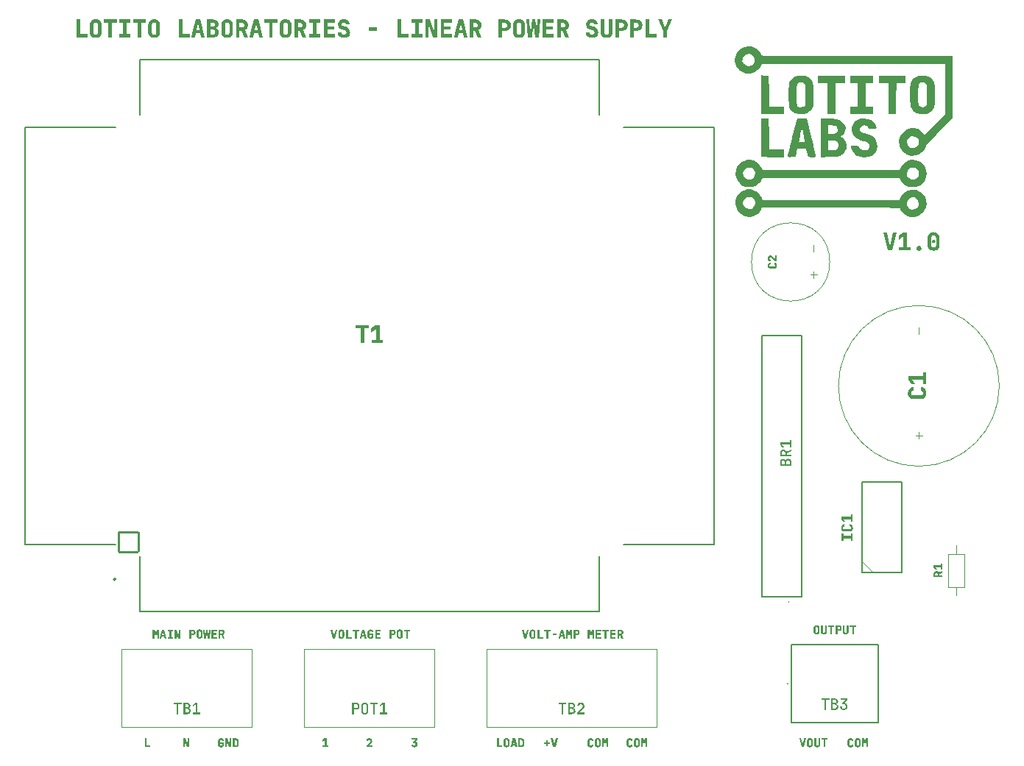
<source format=gto>
G04 #@! TF.GenerationSoftware,KiCad,Pcbnew,8.0.3*
G04 #@! TF.CreationDate,2024-07-03T00:21:58-05:00*
G04 #@! TF.ProjectId,Linear Power Supply - Summer 2024,4c696e65-6172-4205-906f-776572205375,rev?*
G04 #@! TF.SameCoordinates,Original*
G04 #@! TF.FileFunction,Legend,Top*
G04 #@! TF.FilePolarity,Positive*
%FSLAX46Y46*%
G04 Gerber Fmt 4.6, Leading zero omitted, Abs format (unit mm)*
G04 Created by KiCad (PCBNEW 8.0.3) date 2024-07-03 00:21:58*
%MOMM*%
%LPD*%
G01*
G04 APERTURE LIST*
G04 Aperture macros list*
%AMRoundRect*
0 Rectangle with rounded corners*
0 $1 Rounding radius*
0 $2 $3 $4 $5 $6 $7 $8 $9 X,Y pos of 4 corners*
0 Add a 4 corners polygon primitive as box body*
4,1,4,$2,$3,$4,$5,$6,$7,$8,$9,$2,$3,0*
0 Add four circle primitives for the rounded corners*
1,1,$1+$1,$2,$3*
1,1,$1+$1,$4,$5*
1,1,$1+$1,$6,$7*
1,1,$1+$1,$8,$9*
0 Add four rect primitives between the rounded corners*
20,1,$1+$1,$2,$3,$4,$5,0*
20,1,$1+$1,$4,$5,$6,$7,0*
20,1,$1+$1,$6,$7,$8,$9,0*
20,1,$1+$1,$8,$9,$2,$3,0*%
G04 Aperture macros list end*
%ADD10C,0.100000*%
%ADD11C,0.250000*%
%ADD12C,0.300000*%
%ADD13C,0.254000*%
%ADD14C,0.150000*%
%ADD15C,0.000000*%
%ADD16C,0.120000*%
%ADD17C,0.200000*%
%ADD18C,0.127000*%
%ADD19C,1.950000*%
%ADD20R,1.950000X1.950000*%
%ADD21C,3.800000*%
%ADD22C,1.400000*%
%ADD23O,1.400000X1.400000*%
%ADD24R,1.524000X1.524000*%
%ADD25C,1.750000*%
%ADD26C,1.524000*%
%ADD27C,2.490000*%
%ADD28RoundRect,0.102000X1.143000X-1.143000X1.143000X1.143000X-1.143000X1.143000X-1.143000X-1.143000X0*%
%ADD29C,1.980000*%
%ADD30R,1.980000X1.980000*%
%ADD31C,2.130000*%
%ADD32R,2.130000X2.130000*%
G04 APERTURE END LIST*
D10*
G36*
X140646963Y-138830000D02*
G01*
X140646963Y-138648283D01*
X141036775Y-138250900D01*
X141067944Y-138210633D01*
X141087570Y-138165548D01*
X141095651Y-138115645D01*
X141095882Y-138105087D01*
X141088315Y-138053953D01*
X141063562Y-138009348D01*
X141061443Y-138006901D01*
X141021510Y-137977592D01*
X140970585Y-137967822D01*
X140921323Y-137976677D01*
X140879305Y-138005643D01*
X140877040Y-138008122D01*
X140851269Y-138051002D01*
X140841452Y-138100223D01*
X140841136Y-138111926D01*
X140630111Y-138111926D01*
X140633607Y-138058647D01*
X140644098Y-138009272D01*
X140663957Y-137958988D01*
X140674319Y-137940223D01*
X140705393Y-137897352D01*
X140743050Y-137860634D01*
X140787290Y-137830070D01*
X140796928Y-137824696D01*
X140842824Y-137804388D01*
X140892584Y-137790727D01*
X140946208Y-137783712D01*
X140977668Y-137782686D01*
X141031850Y-137785797D01*
X141082013Y-137795128D01*
X141133037Y-137812793D01*
X141152058Y-137822009D01*
X141195573Y-137849510D01*
X141232696Y-137883165D01*
X141263427Y-137922974D01*
X141268806Y-137931674D01*
X141291088Y-137977937D01*
X141305118Y-138028494D01*
X141310688Y-138077665D01*
X141311060Y-138094829D01*
X141307625Y-138145948D01*
X141297321Y-138196113D01*
X141280148Y-138245324D01*
X141275889Y-138255052D01*
X141252666Y-138298567D01*
X141222565Y-138341734D01*
X141190035Y-138379813D01*
X141162071Y-138408192D01*
X140917096Y-138644863D01*
X141322295Y-138644863D01*
X141322295Y-138830000D01*
X140646963Y-138830000D01*
G37*
G36*
X135612595Y-138830000D02*
G01*
X135612595Y-138644863D01*
X135871493Y-138644863D01*
X135871493Y-138023998D01*
X135609665Y-138212065D01*
X135609665Y-137979057D01*
X135850244Y-137798318D01*
X136082519Y-137798318D01*
X136082519Y-138644863D01*
X136287927Y-138644863D01*
X136287927Y-138830000D01*
X135612595Y-138830000D01*
G37*
G36*
X146166434Y-138845631D02*
G01*
X146109633Y-138842815D01*
X146057383Y-138834365D01*
X146009684Y-138820283D01*
X145959787Y-138796735D01*
X145916085Y-138765519D01*
X145879920Y-138727712D01*
X145852639Y-138684389D01*
X145834239Y-138635549D01*
X145824723Y-138581192D01*
X145823272Y-138547655D01*
X146034298Y-138547655D01*
X146044362Y-138596986D01*
X146069958Y-138630209D01*
X146115067Y-138653840D01*
X146166434Y-138660495D01*
X146215407Y-138654698D01*
X146261174Y-138632072D01*
X146263398Y-138630209D01*
X146291837Y-138589182D01*
X146298569Y-138547655D01*
X146298569Y-138465833D01*
X146291002Y-138417308D01*
X146264131Y-138376196D01*
X146219406Y-138351421D01*
X146170359Y-138344476D01*
X146166434Y-138344445D01*
X146025750Y-138344445D01*
X146025750Y-138181535D01*
X146250942Y-137983454D01*
X145865282Y-137983454D01*
X145865282Y-137798318D01*
X146478820Y-137798318D01*
X146478820Y-137970509D01*
X146252163Y-138174696D01*
X146302627Y-138186622D01*
X146354090Y-138206692D01*
X146398928Y-138233631D01*
X146437140Y-138267440D01*
X146441451Y-138272149D01*
X146471264Y-138312815D01*
X146492559Y-138358611D01*
X146505336Y-138409535D01*
X146509528Y-138458302D01*
X146509595Y-138465589D01*
X146509595Y-138549120D01*
X146506358Y-138598494D01*
X146494398Y-138651017D01*
X146473626Y-138698070D01*
X146444042Y-138739654D01*
X146417515Y-138766008D01*
X146374028Y-138797033D01*
X146324136Y-138820438D01*
X146276274Y-138834434D01*
X146223707Y-138842832D01*
X146166434Y-138845631D01*
G37*
D11*
G36*
X158789916Y-126330000D02*
G01*
X158535170Y-125298318D01*
X158753279Y-125298318D01*
X158895429Y-125951179D01*
X158905408Y-126000867D01*
X158912770Y-126037641D01*
X158922234Y-126086062D01*
X158929134Y-126126789D01*
X158936752Y-126077569D01*
X158943056Y-126037641D01*
X158951238Y-125989403D01*
X158958688Y-125949713D01*
X159096441Y-125298318D01*
X159308932Y-125298318D01*
X159057117Y-126330000D01*
X158789916Y-126330000D01*
G37*
G36*
X159817106Y-125285752D02*
G01*
X159868477Y-125294948D01*
X159915383Y-125310275D01*
X159964463Y-125335906D01*
X160007466Y-125369881D01*
X160043060Y-125411114D01*
X160069910Y-125458518D01*
X160088019Y-125512093D01*
X160096583Y-125562926D01*
X160098813Y-125608750D01*
X160098813Y-126019567D01*
X160095602Y-126073706D01*
X160085968Y-126123465D01*
X160066610Y-126175984D01*
X160038510Y-126222541D01*
X160007466Y-126257704D01*
X159964463Y-126291964D01*
X159915383Y-126317810D01*
X159868477Y-126333266D01*
X159817106Y-126342540D01*
X159761270Y-126345631D01*
X159705433Y-126342540D01*
X159654062Y-126333266D01*
X159607156Y-126317810D01*
X159558076Y-126291964D01*
X159515073Y-126257704D01*
X159479480Y-126216255D01*
X159452629Y-126168846D01*
X159434520Y-126115476D01*
X159425956Y-126064987D01*
X159423726Y-126019567D01*
X159423726Y-125608750D01*
X159424530Y-125595073D01*
X159634752Y-125595073D01*
X159634752Y-126033244D01*
X159640806Y-126082827D01*
X159666381Y-126128682D01*
X159711972Y-126154406D01*
X159761270Y-126160495D01*
X159810567Y-126154406D01*
X159856158Y-126128682D01*
X159881733Y-126082827D01*
X159887787Y-126033244D01*
X159887787Y-125595073D01*
X159881733Y-125545490D01*
X159856158Y-125499635D01*
X159810567Y-125473911D01*
X159761270Y-125467822D01*
X159711972Y-125473911D01*
X159666381Y-125499635D01*
X159640806Y-125545490D01*
X159634752Y-125595073D01*
X159424530Y-125595073D01*
X159426937Y-125554139D01*
X159436572Y-125504062D01*
X159455929Y-125451368D01*
X159484029Y-125404846D01*
X159515073Y-125369881D01*
X159558076Y-125335906D01*
X159607156Y-125310275D01*
X159654062Y-125294948D01*
X159705433Y-125285752D01*
X159761270Y-125282686D01*
X159817106Y-125285752D01*
G37*
G36*
X160340125Y-126330000D02*
G01*
X160340125Y-125298318D01*
X160551151Y-125298318D01*
X160551151Y-126144863D01*
X160966364Y-126144863D01*
X160966364Y-126330000D01*
X160340125Y-126330000D01*
G37*
G36*
X161334193Y-126330000D02*
G01*
X161334193Y-125483454D01*
X161073831Y-125483454D01*
X161073831Y-125298318D01*
X161805582Y-125298318D01*
X161805582Y-125483454D01*
X161545219Y-125483454D01*
X161545219Y-126330000D01*
X161334193Y-126330000D01*
G37*
G36*
X162053733Y-125954842D02*
G01*
X162053733Y-125751632D01*
X162504117Y-125751632D01*
X162504117Y-125954842D01*
X162053733Y-125954842D01*
G37*
G36*
X163505024Y-126330000D02*
G01*
X163289846Y-126330000D01*
X163240509Y-126095526D01*
X162995778Y-126095526D01*
X162946441Y-126330000D01*
X162731263Y-126330000D01*
X162830463Y-125923579D01*
X163030949Y-125923579D01*
X163203872Y-125923579D01*
X163154780Y-125676894D01*
X163145284Y-125627138D01*
X163135574Y-125577704D01*
X163134263Y-125571137D01*
X163124483Y-125521822D01*
X163118143Y-125489071D01*
X163109192Y-125537432D01*
X163103244Y-125570404D01*
X163094289Y-125619270D01*
X163084368Y-125668779D01*
X163082972Y-125675429D01*
X163030949Y-125923579D01*
X162830463Y-125923579D01*
X162983077Y-125298318D01*
X163250279Y-125298318D01*
X163505024Y-126330000D01*
G37*
G36*
X163594417Y-126330000D02*
G01*
X163594417Y-125298318D01*
X163851849Y-125298318D01*
X163955896Y-125740397D01*
X164059944Y-125298318D01*
X164320307Y-125298318D01*
X164320307Y-126330000D01*
X164127599Y-126330000D01*
X164127599Y-125936036D01*
X164128063Y-125878471D01*
X164129454Y-125821730D01*
X164131772Y-125765814D01*
X164135018Y-125710722D01*
X164139191Y-125656454D01*
X164140788Y-125638548D01*
X164145851Y-125586187D01*
X164150966Y-125536264D01*
X164156998Y-125481102D01*
X164163101Y-125429261D01*
X164168387Y-125387466D01*
X164038939Y-125891828D01*
X163870167Y-125891828D01*
X163743405Y-125399923D01*
X163750519Y-125448726D01*
X163757693Y-125503787D01*
X163764021Y-125557100D01*
X163769482Y-125606611D01*
X163772226Y-125632686D01*
X163777289Y-125686439D01*
X163781305Y-125741634D01*
X163784273Y-125798271D01*
X163786193Y-125856352D01*
X163786993Y-125905854D01*
X163787124Y-125936036D01*
X163787124Y-126330000D01*
X163594417Y-126330000D01*
G37*
G36*
X164870082Y-125300882D02*
G01*
X164919129Y-125308576D01*
X164970183Y-125323362D01*
X165006873Y-125339351D01*
X165049450Y-125364864D01*
X165089960Y-125399239D01*
X165123315Y-125439959D01*
X165131926Y-125453412D01*
X165155367Y-125501688D01*
X165169041Y-125549378D01*
X165175683Y-125601087D01*
X165176378Y-125625359D01*
X165172823Y-125678203D01*
X165162158Y-125727377D01*
X165144384Y-125772880D01*
X165131437Y-125796573D01*
X165099891Y-125839607D01*
X165061427Y-125876200D01*
X165020896Y-125903628D01*
X165006140Y-125911612D01*
X164958837Y-125931329D01*
X164907050Y-125944593D01*
X164857255Y-125950966D01*
X164817585Y-125952400D01*
X164678367Y-125952400D01*
X164678367Y-126330000D01*
X164467341Y-126330000D01*
X164467341Y-125767264D01*
X164678367Y-125767264D01*
X164817585Y-125767264D01*
X164868000Y-125760613D01*
X164912105Y-125738574D01*
X164925296Y-125726964D01*
X164954047Y-125684567D01*
X164965000Y-125636669D01*
X164965352Y-125625359D01*
X164957685Y-125575738D01*
X164932454Y-125531495D01*
X164925296Y-125523754D01*
X164881679Y-125494828D01*
X164830028Y-125483808D01*
X164817585Y-125483454D01*
X164678367Y-125483454D01*
X164678367Y-125767264D01*
X164467341Y-125767264D01*
X164467341Y-125298318D01*
X164817585Y-125298318D01*
X164870082Y-125300882D01*
G37*
G36*
X166112072Y-126330000D02*
G01*
X166112072Y-125298318D01*
X166369504Y-125298318D01*
X166473551Y-125740397D01*
X166577599Y-125298318D01*
X166837962Y-125298318D01*
X166837962Y-126330000D01*
X166645254Y-126330000D01*
X166645254Y-125936036D01*
X166645718Y-125878471D01*
X166647109Y-125821730D01*
X166649427Y-125765814D01*
X166652673Y-125710722D01*
X166656846Y-125656454D01*
X166658443Y-125638548D01*
X166663507Y-125586187D01*
X166668621Y-125536264D01*
X166674654Y-125481102D01*
X166680756Y-125429261D01*
X166686043Y-125387466D01*
X166556594Y-125891828D01*
X166387822Y-125891828D01*
X166261060Y-125399923D01*
X166268174Y-125448726D01*
X166275348Y-125503787D01*
X166281676Y-125557100D01*
X166287137Y-125606611D01*
X166289881Y-125632686D01*
X166294944Y-125686439D01*
X166298960Y-125741634D01*
X166301928Y-125798271D01*
X166303849Y-125856352D01*
X166304649Y-125905854D01*
X166304780Y-125936036D01*
X166304780Y-126330000D01*
X166112072Y-126330000D01*
G37*
G36*
X167004780Y-126330000D02*
G01*
X167004780Y-125298318D01*
X167637857Y-125298318D01*
X167637857Y-125483454D01*
X167211653Y-125483454D01*
X167211653Y-125704738D01*
X167588520Y-125704738D01*
X167588520Y-125889874D01*
X167211653Y-125889874D01*
X167211653Y-126144863D01*
X167637857Y-126144863D01*
X167637857Y-126330000D01*
X167004780Y-126330000D01*
G37*
G36*
X168047941Y-126330000D02*
G01*
X168047941Y-125483454D01*
X167787578Y-125483454D01*
X167787578Y-125298318D01*
X168519330Y-125298318D01*
X168519330Y-125483454D01*
X168258967Y-125483454D01*
X168258967Y-126330000D01*
X168047941Y-126330000D01*
G37*
G36*
X168683217Y-126330000D02*
G01*
X168683217Y-125298318D01*
X169316294Y-125298318D01*
X169316294Y-125483454D01*
X168890090Y-125483454D01*
X168890090Y-125704738D01*
X169266957Y-125704738D01*
X169266957Y-125889874D01*
X168890090Y-125889874D01*
X168890090Y-126144863D01*
X169316294Y-126144863D01*
X169316294Y-126330000D01*
X168683217Y-126330000D01*
G37*
G36*
X169884876Y-125300699D02*
G01*
X169934167Y-125307843D01*
X169985204Y-125321573D01*
X170021667Y-125336420D01*
X170068360Y-125363253D01*
X170107992Y-125396431D01*
X170140564Y-125435953D01*
X170146231Y-125444619D01*
X170169673Y-125490935D01*
X170184432Y-125542259D01*
X170190293Y-125592734D01*
X170190683Y-125610460D01*
X170186839Y-125664872D01*
X170175305Y-125715999D01*
X170156081Y-125763841D01*
X170142079Y-125789002D01*
X170112034Y-125829801D01*
X170076580Y-125863723D01*
X170035716Y-125890766D01*
X170010676Y-125902819D01*
X170204605Y-126330000D01*
X169975505Y-126330000D01*
X169809420Y-125936769D01*
X169710990Y-125936769D01*
X169710990Y-126330000D01*
X169502651Y-126330000D01*
X169502651Y-125751632D01*
X169710990Y-125751632D01*
X169831891Y-125751632D01*
X169883803Y-125745949D01*
X169930679Y-125725266D01*
X169940823Y-125717194D01*
X169969949Y-125675612D01*
X169979620Y-125624095D01*
X169979658Y-125620230D01*
X169972224Y-125568945D01*
X169947763Y-125526345D01*
X169940823Y-125519357D01*
X169897668Y-125493587D01*
X169848980Y-125484015D01*
X169831891Y-125483454D01*
X169710990Y-125483454D01*
X169710990Y-125751632D01*
X169502651Y-125751632D01*
X169502651Y-125298318D01*
X169831891Y-125298318D01*
X169884876Y-125300699D01*
G37*
G36*
X136789916Y-126330000D02*
G01*
X136535170Y-125298318D01*
X136753279Y-125298318D01*
X136895429Y-125951179D01*
X136905408Y-126000867D01*
X136912770Y-126037641D01*
X136922234Y-126086062D01*
X136929134Y-126126789D01*
X136936752Y-126077569D01*
X136943056Y-126037641D01*
X136951238Y-125989403D01*
X136958688Y-125949713D01*
X137096441Y-125298318D01*
X137308932Y-125298318D01*
X137057117Y-126330000D01*
X136789916Y-126330000D01*
G37*
G36*
X137817106Y-125285752D02*
G01*
X137868477Y-125294948D01*
X137915383Y-125310275D01*
X137964463Y-125335906D01*
X138007466Y-125369881D01*
X138043060Y-125411114D01*
X138069910Y-125458518D01*
X138088019Y-125512093D01*
X138096583Y-125562926D01*
X138098813Y-125608750D01*
X138098813Y-126019567D01*
X138095602Y-126073706D01*
X138085968Y-126123465D01*
X138066610Y-126175984D01*
X138038510Y-126222541D01*
X138007466Y-126257704D01*
X137964463Y-126291964D01*
X137915383Y-126317810D01*
X137868477Y-126333266D01*
X137817106Y-126342540D01*
X137761270Y-126345631D01*
X137705433Y-126342540D01*
X137654062Y-126333266D01*
X137607156Y-126317810D01*
X137558076Y-126291964D01*
X137515073Y-126257704D01*
X137479480Y-126216255D01*
X137452629Y-126168846D01*
X137434520Y-126115476D01*
X137425956Y-126064987D01*
X137423726Y-126019567D01*
X137423726Y-125608750D01*
X137424530Y-125595073D01*
X137634752Y-125595073D01*
X137634752Y-126033244D01*
X137640806Y-126082827D01*
X137666381Y-126128682D01*
X137711972Y-126154406D01*
X137761270Y-126160495D01*
X137810567Y-126154406D01*
X137856158Y-126128682D01*
X137881733Y-126082827D01*
X137887787Y-126033244D01*
X137887787Y-125595073D01*
X137881733Y-125545490D01*
X137856158Y-125499635D01*
X137810567Y-125473911D01*
X137761270Y-125467822D01*
X137711972Y-125473911D01*
X137666381Y-125499635D01*
X137640806Y-125545490D01*
X137634752Y-125595073D01*
X137424530Y-125595073D01*
X137426937Y-125554139D01*
X137436572Y-125504062D01*
X137455929Y-125451368D01*
X137484029Y-125404846D01*
X137515073Y-125369881D01*
X137558076Y-125335906D01*
X137607156Y-125310275D01*
X137654062Y-125294948D01*
X137705433Y-125285752D01*
X137761270Y-125282686D01*
X137817106Y-125285752D01*
G37*
G36*
X138340125Y-126330000D02*
G01*
X138340125Y-125298318D01*
X138551151Y-125298318D01*
X138551151Y-126144863D01*
X138966364Y-126144863D01*
X138966364Y-126330000D01*
X138340125Y-126330000D01*
G37*
G36*
X139334193Y-126330000D02*
G01*
X139334193Y-125483454D01*
X139073831Y-125483454D01*
X139073831Y-125298318D01*
X139805582Y-125298318D01*
X139805582Y-125483454D01*
X139545219Y-125483454D01*
X139545219Y-126330000D01*
X139334193Y-126330000D01*
G37*
G36*
X140665806Y-126330000D02*
G01*
X140450628Y-126330000D01*
X140401290Y-126095526D01*
X140156559Y-126095526D01*
X140107222Y-126330000D01*
X139892044Y-126330000D01*
X139991244Y-125923579D01*
X140191730Y-125923579D01*
X140364654Y-125923579D01*
X140315561Y-125676894D01*
X140306066Y-125627138D01*
X140296356Y-125577704D01*
X140295045Y-125571137D01*
X140285265Y-125521822D01*
X140278925Y-125489071D01*
X140269974Y-125537432D01*
X140264026Y-125570404D01*
X140255071Y-125619270D01*
X140245150Y-125668779D01*
X140243754Y-125675429D01*
X140191730Y-125923579D01*
X139991244Y-125923579D01*
X140143859Y-125298318D01*
X140411060Y-125298318D01*
X140665806Y-126330000D01*
G37*
G36*
X141123761Y-126345631D02*
G01*
X141074042Y-126343204D01*
X141021867Y-126334671D01*
X140973673Y-126319994D01*
X140943754Y-126306796D01*
X140898726Y-126279343D01*
X140860425Y-126245831D01*
X140828850Y-126206261D01*
X140823342Y-126197620D01*
X140800802Y-126151390D01*
X140786610Y-126100629D01*
X140780975Y-126051069D01*
X140780600Y-126033733D01*
X140780600Y-125594584D01*
X140783981Y-125543169D01*
X140795668Y-125490800D01*
X140815704Y-125443440D01*
X140823342Y-125430209D01*
X140853572Y-125389708D01*
X140890528Y-125355219D01*
X140934210Y-125326740D01*
X140943754Y-125321765D01*
X140989295Y-125302874D01*
X141038817Y-125290166D01*
X141092318Y-125283640D01*
X141123761Y-125282686D01*
X141174075Y-125285113D01*
X141226591Y-125293646D01*
X141274779Y-125308323D01*
X141304501Y-125321521D01*
X141349118Y-125348774D01*
X141387104Y-125381990D01*
X141418460Y-125421169D01*
X141423935Y-125429720D01*
X141446604Y-125475401D01*
X141460877Y-125526044D01*
X141466544Y-125575863D01*
X141466922Y-125593363D01*
X141255896Y-125593363D01*
X141248329Y-125542330D01*
X141221458Y-125500062D01*
X141176733Y-125474906D01*
X141127686Y-125467854D01*
X141123761Y-125467822D01*
X141073926Y-125474040D01*
X141030481Y-125496373D01*
X141026064Y-125500307D01*
X140999192Y-125543231D01*
X140991625Y-125595073D01*
X140991625Y-126033244D01*
X140999192Y-126084196D01*
X141026064Y-126127278D01*
X141070788Y-126153196D01*
X141119835Y-126160463D01*
X141123761Y-126160495D01*
X141173596Y-126154184D01*
X141217041Y-126131515D01*
X141221458Y-126127522D01*
X141248329Y-126084837D01*
X141255896Y-126034466D01*
X141255896Y-125939211D01*
X141103977Y-125939211D01*
X141103977Y-125754075D01*
X141466922Y-125754075D01*
X141466922Y-126032023D01*
X141463522Y-126083062D01*
X141451768Y-126135422D01*
X141431617Y-126183202D01*
X141423935Y-126196643D01*
X141393906Y-126237706D01*
X141357246Y-126272663D01*
X141313954Y-126301515D01*
X141304501Y-126306552D01*
X141259197Y-126325443D01*
X141209566Y-126338151D01*
X141155608Y-126344677D01*
X141123761Y-126345631D01*
G37*
G36*
X141647906Y-126330000D02*
G01*
X141647906Y-125298318D01*
X142280983Y-125298318D01*
X142280983Y-125483454D01*
X141854780Y-125483454D01*
X141854780Y-125704738D01*
X142231646Y-125704738D01*
X142231646Y-125889874D01*
X141854780Y-125889874D01*
X141854780Y-126144863D01*
X142280983Y-126144863D01*
X142280983Y-126330000D01*
X141647906Y-126330000D01*
G37*
G36*
X143709300Y-125300882D02*
G01*
X143758347Y-125308576D01*
X143809402Y-125323362D01*
X143846092Y-125339351D01*
X143888669Y-125364864D01*
X143929179Y-125399239D01*
X143962533Y-125439959D01*
X143971144Y-125453412D01*
X143994586Y-125501688D01*
X144008260Y-125549378D01*
X144014902Y-125601087D01*
X144015596Y-125625359D01*
X144012041Y-125678203D01*
X144001377Y-125727377D01*
X143983602Y-125772880D01*
X143970655Y-125796573D01*
X143939109Y-125839607D01*
X143900646Y-125876200D01*
X143860114Y-125903628D01*
X143845359Y-125911612D01*
X143798055Y-125931329D01*
X143746269Y-125944593D01*
X143696474Y-125950966D01*
X143656803Y-125952400D01*
X143517585Y-125952400D01*
X143517585Y-126330000D01*
X143306559Y-126330000D01*
X143306559Y-125767264D01*
X143517585Y-125767264D01*
X143656803Y-125767264D01*
X143707218Y-125760613D01*
X143751323Y-125738574D01*
X143764515Y-125726964D01*
X143793266Y-125684567D01*
X143804218Y-125636669D01*
X143804570Y-125625359D01*
X143796903Y-125575738D01*
X143771673Y-125531495D01*
X143764515Y-125523754D01*
X143720898Y-125494828D01*
X143669246Y-125483808D01*
X143656803Y-125483454D01*
X143517585Y-125483454D01*
X143517585Y-125767264D01*
X143306559Y-125767264D01*
X143306559Y-125298318D01*
X143656803Y-125298318D01*
X143709300Y-125300882D01*
G37*
G36*
X144530853Y-125285752D02*
G01*
X144582224Y-125294948D01*
X144629130Y-125310275D01*
X144678211Y-125335906D01*
X144721214Y-125369881D01*
X144756807Y-125411114D01*
X144783658Y-125458518D01*
X144801767Y-125512093D01*
X144810330Y-125562926D01*
X144812561Y-125608750D01*
X144812561Y-126019567D01*
X144809349Y-126073706D01*
X144799715Y-126123465D01*
X144780357Y-126175984D01*
X144752257Y-126222541D01*
X144721214Y-126257704D01*
X144678211Y-126291964D01*
X144629130Y-126317810D01*
X144582224Y-126333266D01*
X144530853Y-126342540D01*
X144475017Y-126345631D01*
X144419181Y-126342540D01*
X144367810Y-126333266D01*
X144320904Y-126317810D01*
X144271823Y-126291964D01*
X144228820Y-126257704D01*
X144193227Y-126216255D01*
X144166376Y-126168846D01*
X144148267Y-126115476D01*
X144139703Y-126064987D01*
X144137473Y-126019567D01*
X144137473Y-125608750D01*
X144138277Y-125595073D01*
X144348499Y-125595073D01*
X144348499Y-126033244D01*
X144354553Y-126082827D01*
X144380129Y-126128682D01*
X144425719Y-126154406D01*
X144475017Y-126160495D01*
X144524314Y-126154406D01*
X144569905Y-126128682D01*
X144595481Y-126082827D01*
X144601535Y-126033244D01*
X144601535Y-125595073D01*
X144595481Y-125545490D01*
X144569905Y-125499635D01*
X144524314Y-125473911D01*
X144475017Y-125467822D01*
X144425719Y-125473911D01*
X144380129Y-125499635D01*
X144354553Y-125545490D01*
X144348499Y-125595073D01*
X144138277Y-125595073D01*
X144140685Y-125554139D01*
X144150319Y-125504062D01*
X144169677Y-125451368D01*
X144197777Y-125404846D01*
X144228820Y-125369881D01*
X144271823Y-125335906D01*
X144320904Y-125310275D01*
X144367810Y-125294948D01*
X144419181Y-125285752D01*
X144475017Y-125282686D01*
X144530853Y-125285752D01*
G37*
G36*
X145208722Y-126330000D02*
G01*
X145208722Y-125483454D01*
X144948360Y-125483454D01*
X144948360Y-125298318D01*
X145680111Y-125298318D01*
X145680111Y-125483454D01*
X145419748Y-125483454D01*
X145419748Y-126330000D01*
X145208722Y-126330000D01*
G37*
D10*
G36*
X123927669Y-138845631D02*
G01*
X123877950Y-138843204D01*
X123825775Y-138834671D01*
X123777581Y-138819994D01*
X123747662Y-138806796D01*
X123702634Y-138779343D01*
X123664333Y-138745831D01*
X123632758Y-138706261D01*
X123627250Y-138697620D01*
X123604710Y-138651390D01*
X123590518Y-138600629D01*
X123584883Y-138551069D01*
X123584508Y-138533733D01*
X123584508Y-138094584D01*
X123587889Y-138043169D01*
X123599576Y-137990800D01*
X123619611Y-137943440D01*
X123627250Y-137930209D01*
X123657480Y-137889708D01*
X123694436Y-137855219D01*
X123738118Y-137826740D01*
X123747662Y-137821765D01*
X123793203Y-137802874D01*
X123842725Y-137790166D01*
X123896226Y-137783640D01*
X123927669Y-137782686D01*
X123977983Y-137785113D01*
X124030499Y-137793646D01*
X124078687Y-137808323D01*
X124108408Y-137821521D01*
X124153026Y-137848774D01*
X124191012Y-137881990D01*
X124222368Y-137921169D01*
X124227843Y-137929720D01*
X124250512Y-137975401D01*
X124264785Y-138026044D01*
X124270452Y-138075863D01*
X124270830Y-138093363D01*
X124059804Y-138093363D01*
X124052237Y-138042330D01*
X124025366Y-138000062D01*
X123980641Y-137974906D01*
X123931594Y-137967854D01*
X123927669Y-137967822D01*
X123877834Y-137974040D01*
X123834389Y-137996373D01*
X123829972Y-138000307D01*
X123803100Y-138043231D01*
X123795533Y-138095073D01*
X123795533Y-138533244D01*
X123803100Y-138584196D01*
X123829972Y-138627278D01*
X123874696Y-138653196D01*
X123923743Y-138660463D01*
X123927669Y-138660495D01*
X123977504Y-138654184D01*
X124020949Y-138631515D01*
X124025366Y-138627522D01*
X124052237Y-138584837D01*
X124059804Y-138534466D01*
X124059804Y-138439211D01*
X123907885Y-138439211D01*
X123907885Y-138254075D01*
X124270830Y-138254075D01*
X124270830Y-138532023D01*
X124267430Y-138583062D01*
X124255675Y-138635422D01*
X124235525Y-138683202D01*
X124227843Y-138696643D01*
X124197814Y-138737706D01*
X124161153Y-138772663D01*
X124117862Y-138801515D01*
X124108408Y-138806552D01*
X124063105Y-138825443D01*
X124013474Y-138838151D01*
X123959516Y-138844677D01*
X123927669Y-138845631D01*
G37*
G36*
X124423726Y-138830000D02*
G01*
X124423726Y-137798318D01*
X124669923Y-137798318D01*
X124935659Y-138598946D01*
X124931745Y-138549912D01*
X124927609Y-138498855D01*
X124925889Y-138477801D01*
X124921951Y-138426327D01*
X124918562Y-138374853D01*
X124916608Y-138340537D01*
X124914394Y-138288001D01*
X124913272Y-138239088D01*
X124913189Y-138223545D01*
X124913189Y-137798318D01*
X125098813Y-137798318D01*
X125098813Y-138830000D01*
X124852616Y-138830000D01*
X124589567Y-138038164D01*
X124593902Y-138087318D01*
X124597595Y-138137240D01*
X124598115Y-138144898D01*
X124601368Y-138195149D01*
X124604379Y-138245883D01*
X124605687Y-138269462D01*
X124608059Y-138318364D01*
X124609293Y-138369079D01*
X124609351Y-138381570D01*
X124609351Y-138830000D01*
X124423726Y-138830000D01*
G37*
G36*
X125652252Y-137800882D02*
G01*
X125700566Y-137808576D01*
X125750796Y-137823362D01*
X125786845Y-137839351D01*
X125828832Y-137865059D01*
X125868913Y-137899787D01*
X125902076Y-137941003D01*
X125910676Y-137954633D01*
X125934118Y-138003463D01*
X125947792Y-138051814D01*
X125954434Y-138104339D01*
X125955129Y-138129023D01*
X125955129Y-138497829D01*
X125951612Y-138551577D01*
X125941064Y-138601539D01*
X125923482Y-138647714D01*
X125910676Y-138671730D01*
X125879588Y-138715350D01*
X125841582Y-138752483D01*
X125801463Y-138780355D01*
X125786845Y-138788478D01*
X125740011Y-138808550D01*
X125688811Y-138822052D01*
X125639635Y-138828540D01*
X125600488Y-138830000D01*
X125267096Y-138830000D01*
X125267096Y-138644863D01*
X125478122Y-138644863D01*
X125600488Y-138644863D01*
X125651398Y-138637150D01*
X125696088Y-138611765D01*
X125703803Y-138604563D01*
X125732729Y-138561737D01*
X125743749Y-138512664D01*
X125744103Y-138501004D01*
X125744103Y-138125847D01*
X125736389Y-138075031D01*
X125711005Y-138030648D01*
X125703803Y-138023021D01*
X125661152Y-137994621D01*
X125612145Y-137983802D01*
X125600488Y-137983454D01*
X125478122Y-137983454D01*
X125478122Y-138644863D01*
X125267096Y-138644863D01*
X125267096Y-137798318D01*
X125600488Y-137798318D01*
X125652252Y-137800882D01*
G37*
G36*
X119584508Y-138830000D02*
G01*
X119584508Y-137798318D01*
X119830704Y-137798318D01*
X120096441Y-138598946D01*
X120092527Y-138549912D01*
X120088391Y-138498855D01*
X120086671Y-138477801D01*
X120082732Y-138426327D01*
X120079344Y-138374853D01*
X120077390Y-138340537D01*
X120075176Y-138288001D01*
X120074054Y-138239088D01*
X120073970Y-138223545D01*
X120073970Y-137798318D01*
X120259595Y-137798318D01*
X120259595Y-138830000D01*
X120013398Y-138830000D01*
X119750348Y-138038164D01*
X119754684Y-138087318D01*
X119758377Y-138137240D01*
X119758897Y-138144898D01*
X119762150Y-138195149D01*
X119765160Y-138245883D01*
X119766468Y-138269462D01*
X119768841Y-138318364D01*
X119770075Y-138369079D01*
X119770132Y-138381570D01*
X119770132Y-138830000D01*
X119584508Y-138830000D01*
G37*
G36*
X115161688Y-138830000D02*
G01*
X115161688Y-137798318D01*
X115372714Y-137798318D01*
X115372714Y-138644863D01*
X115787927Y-138644863D01*
X115787927Y-138830000D01*
X115161688Y-138830000D01*
G37*
D12*
G36*
X200579832Y-81660000D02*
G01*
X200070341Y-79596636D01*
X200506559Y-79596636D01*
X200790858Y-80902358D01*
X200810817Y-81001734D01*
X200825540Y-81075282D01*
X200844469Y-81172124D01*
X200858269Y-81253579D01*
X200873505Y-81155139D01*
X200886113Y-81075282D01*
X200902477Y-80978806D01*
X200917376Y-80899427D01*
X201192882Y-79596636D01*
X201617864Y-79596636D01*
X201114235Y-81660000D01*
X200579832Y-81660000D01*
G37*
G36*
X201903628Y-81660000D02*
G01*
X201903628Y-81289727D01*
X202421423Y-81289727D01*
X202421423Y-80047997D01*
X201897766Y-80424131D01*
X201897766Y-79958115D01*
X202378925Y-79596636D01*
X202843475Y-79596636D01*
X202843475Y-81289727D01*
X203254291Y-81289727D01*
X203254291Y-81660000D01*
X201903628Y-81660000D01*
G37*
G36*
X204200976Y-81691263D02*
G01*
X204099343Y-81676396D01*
X204010578Y-81627474D01*
X203995324Y-81613593D01*
X203938874Y-81529909D01*
X203917369Y-81433017D01*
X203916678Y-81409895D01*
X203931731Y-81309210D01*
X203981269Y-81221669D01*
X203995324Y-81206685D01*
X204079924Y-81150585D01*
X204177671Y-81129214D01*
X204200976Y-81128527D01*
X204302517Y-81143487D01*
X204390974Y-81192717D01*
X204406140Y-81206685D01*
X204462941Y-81290018D01*
X204484580Y-81386777D01*
X204485275Y-81409895D01*
X204470128Y-81510674D01*
X204420283Y-81598522D01*
X204406140Y-81613593D01*
X204321891Y-81669342D01*
X204224278Y-81690580D01*
X204200976Y-81691263D01*
G37*
G36*
X205977454Y-80458867D02*
G01*
X206022540Y-80487145D01*
X206072023Y-80575864D01*
X206076273Y-80622944D01*
X206055283Y-80719458D01*
X206022540Y-80762163D01*
X205932011Y-80806241D01*
X205879413Y-80811011D01*
X205782899Y-80791930D01*
X205737264Y-80762163D01*
X205687896Y-80675161D01*
X205682554Y-80622944D01*
X205706115Y-80523909D01*
X205737264Y-80487145D01*
X205827960Y-80445271D01*
X205879413Y-80440739D01*
X205977454Y-80458867D01*
G37*
G36*
X205979858Y-79570258D02*
G01*
X206084246Y-79587431D01*
X206179515Y-79616969D01*
X206237962Y-79643531D01*
X206325622Y-79698228D01*
X206399925Y-79765232D01*
X206460872Y-79844544D01*
X206471458Y-79861884D01*
X206515250Y-79954085D01*
X206542823Y-80055446D01*
X206553771Y-80154502D01*
X206554501Y-80189169D01*
X206554501Y-81067466D01*
X206547932Y-81169034D01*
X206525225Y-81273276D01*
X206486299Y-81368454D01*
X206471458Y-81395240D01*
X206413183Y-81476804D01*
X206341551Y-81546251D01*
X206256562Y-81603581D01*
X206237962Y-81613593D01*
X206138299Y-81654552D01*
X206038977Y-81678444D01*
X205930536Y-81690049D01*
X205879413Y-81691263D01*
X205780129Y-81686408D01*
X205676316Y-81669342D01*
X205580849Y-81639989D01*
X205521842Y-81613593D01*
X205433619Y-81558686D01*
X205358848Y-81491663D01*
X205297530Y-81412522D01*
X205286880Y-81395240D01*
X205243346Y-81302781D01*
X205215935Y-81201258D01*
X205205052Y-81102138D01*
X205204326Y-81067466D01*
X205204326Y-80190146D01*
X205598046Y-80190146D01*
X205598046Y-81066489D01*
X205614682Y-81166610D01*
X205669103Y-81248798D01*
X205673761Y-81253091D01*
X205763276Y-81304016D01*
X205863440Y-81320725D01*
X205879413Y-81320990D01*
X205977378Y-81309784D01*
X206066572Y-81269005D01*
X206086043Y-81253091D01*
X206142096Y-81172491D01*
X206160708Y-81073859D01*
X206160781Y-81066489D01*
X206160781Y-80190146D01*
X206144359Y-80090026D01*
X206090641Y-80007838D01*
X206086043Y-80003545D01*
X205997260Y-79952620D01*
X205895734Y-79935910D01*
X205879413Y-79935645D01*
X205781368Y-79946851D01*
X205691881Y-79987631D01*
X205672295Y-80003545D01*
X205616608Y-80084145D01*
X205598118Y-80182777D01*
X205598046Y-80190146D01*
X205204326Y-80190146D01*
X205204326Y-80189169D01*
X205210856Y-80087640D01*
X205233430Y-79983532D01*
X205272127Y-79888582D01*
X205286880Y-79861884D01*
X205345508Y-79780110D01*
X205417588Y-79710644D01*
X205503121Y-79653485D01*
X205521842Y-79643531D01*
X205622248Y-79602315D01*
X205721424Y-79578272D01*
X205828947Y-79566594D01*
X205879413Y-79565373D01*
X205979858Y-79570258D01*
G37*
D11*
G36*
X192477887Y-124785752D02*
G01*
X192529258Y-124794948D01*
X192576165Y-124810275D01*
X192625245Y-124835906D01*
X192668248Y-124869881D01*
X192703841Y-124911114D01*
X192730692Y-124958518D01*
X192748801Y-125012093D01*
X192757365Y-125062926D01*
X192759595Y-125108750D01*
X192759595Y-125519567D01*
X192756383Y-125573706D01*
X192746749Y-125623465D01*
X192727391Y-125675984D01*
X192699292Y-125722541D01*
X192668248Y-125757704D01*
X192625245Y-125791964D01*
X192576165Y-125817810D01*
X192529258Y-125833266D01*
X192477887Y-125842540D01*
X192422051Y-125845631D01*
X192366215Y-125842540D01*
X192314844Y-125833266D01*
X192267938Y-125817810D01*
X192218857Y-125791964D01*
X192175854Y-125757704D01*
X192140261Y-125716255D01*
X192113410Y-125668846D01*
X192095301Y-125615476D01*
X192086738Y-125564987D01*
X192084508Y-125519567D01*
X192084508Y-125108750D01*
X192085312Y-125095073D01*
X192295533Y-125095073D01*
X192295533Y-125533244D01*
X192301587Y-125582827D01*
X192327163Y-125628682D01*
X192372754Y-125654406D01*
X192422051Y-125660495D01*
X192471349Y-125654406D01*
X192516939Y-125628682D01*
X192542515Y-125582827D01*
X192548569Y-125533244D01*
X192548569Y-125095073D01*
X192542515Y-125045490D01*
X192516939Y-124999635D01*
X192471349Y-124973911D01*
X192422051Y-124967822D01*
X192372754Y-124973911D01*
X192327163Y-124999635D01*
X192301587Y-125045490D01*
X192295533Y-125095073D01*
X192085312Y-125095073D01*
X192087719Y-125054139D01*
X192097353Y-125004062D01*
X192116711Y-124951368D01*
X192144811Y-124904846D01*
X192175854Y-124869881D01*
X192218857Y-124835906D01*
X192267938Y-124810275D01*
X192314844Y-124794948D01*
X192366215Y-124785752D01*
X192422051Y-124782686D01*
X192477887Y-124785752D01*
G37*
G36*
X193261270Y-125845631D02*
G01*
X193205036Y-125842651D01*
X193153387Y-125833713D01*
X193106323Y-125818815D01*
X193057211Y-125793902D01*
X193014340Y-125760879D01*
X192979032Y-125720713D01*
X192952397Y-125674586D01*
X192934433Y-125622498D01*
X192925938Y-125573108D01*
X192923726Y-125528604D01*
X192923726Y-124798318D01*
X193134752Y-124798318D01*
X193134752Y-125526161D01*
X193141063Y-125577212D01*
X193163732Y-125621359D01*
X193167725Y-125625812D01*
X193210547Y-125652874D01*
X193261270Y-125660495D01*
X193311101Y-125652874D01*
X193354082Y-125625812D01*
X193379361Y-125583558D01*
X193387656Y-125534164D01*
X193387787Y-125526161D01*
X193387787Y-124798318D01*
X193598813Y-124798318D01*
X193598813Y-125528604D01*
X193595619Y-125581171D01*
X193586036Y-125629514D01*
X193566782Y-125680575D01*
X193538832Y-125725885D01*
X193507955Y-125760146D01*
X193465179Y-125793455D01*
X193416139Y-125818583D01*
X193369118Y-125833610D01*
X193317495Y-125842626D01*
X193261270Y-125845631D01*
G37*
G36*
X193994975Y-125830000D02*
G01*
X193994975Y-124983454D01*
X193734612Y-124983454D01*
X193734612Y-124798318D01*
X194466364Y-124798318D01*
X194466364Y-124983454D01*
X194206001Y-124983454D01*
X194206001Y-125830000D01*
X193994975Y-125830000D01*
G37*
G36*
X195013208Y-124800882D02*
G01*
X195062255Y-124808576D01*
X195113309Y-124823362D01*
X195150000Y-124839351D01*
X195192576Y-124864864D01*
X195233086Y-124899239D01*
X195266441Y-124939959D01*
X195275052Y-124953412D01*
X195298493Y-125001688D01*
X195312168Y-125049378D01*
X195318809Y-125101087D01*
X195319504Y-125125359D01*
X195315949Y-125178203D01*
X195305285Y-125227377D01*
X195287510Y-125272880D01*
X195274563Y-125296573D01*
X195243017Y-125339607D01*
X195204553Y-125376200D01*
X195164022Y-125403628D01*
X195149267Y-125411612D01*
X195101963Y-125431329D01*
X195050177Y-125444593D01*
X195000382Y-125450966D01*
X194960711Y-125452400D01*
X194821493Y-125452400D01*
X194821493Y-125830000D01*
X194610467Y-125830000D01*
X194610467Y-125267264D01*
X194821493Y-125267264D01*
X194960711Y-125267264D01*
X195011126Y-125260613D01*
X195055231Y-125238574D01*
X195068422Y-125226964D01*
X195097173Y-125184567D01*
X195108126Y-125136669D01*
X195108478Y-125125359D01*
X195100811Y-125075738D01*
X195075581Y-125031495D01*
X195068422Y-125023754D01*
X195024806Y-124994828D01*
X194973154Y-124983808D01*
X194960711Y-124983454D01*
X194821493Y-124983454D01*
X194821493Y-125267264D01*
X194610467Y-125267264D01*
X194610467Y-124798318D01*
X194960711Y-124798318D01*
X195013208Y-124800882D01*
G37*
G36*
X195778925Y-125845631D02*
G01*
X195722691Y-125842651D01*
X195671042Y-125833713D01*
X195623979Y-125818815D01*
X195574866Y-125793902D01*
X195531995Y-125760879D01*
X195496688Y-125720713D01*
X195470052Y-125674586D01*
X195452089Y-125622498D01*
X195443593Y-125573108D01*
X195441381Y-125528604D01*
X195441381Y-124798318D01*
X195652407Y-124798318D01*
X195652407Y-125526161D01*
X195658718Y-125577212D01*
X195681387Y-125621359D01*
X195685380Y-125625812D01*
X195728203Y-125652874D01*
X195778925Y-125660495D01*
X195828756Y-125652874D01*
X195871737Y-125625812D01*
X195897016Y-125583558D01*
X195905311Y-125534164D01*
X195905443Y-125526161D01*
X195905443Y-124798318D01*
X196116468Y-124798318D01*
X196116468Y-125528604D01*
X196113274Y-125581171D01*
X196103691Y-125629514D01*
X196084437Y-125680575D01*
X196056488Y-125725885D01*
X196025610Y-125760146D01*
X195982834Y-125793455D01*
X195933794Y-125818583D01*
X195886773Y-125833610D01*
X195835150Y-125842626D01*
X195778925Y-125845631D01*
G37*
G36*
X196512630Y-125830000D02*
G01*
X196512630Y-124983454D01*
X196252267Y-124983454D01*
X196252267Y-124798318D01*
X196984019Y-124798318D01*
X196984019Y-124983454D01*
X196723656Y-124983454D01*
X196723656Y-125830000D01*
X196512630Y-125830000D01*
G37*
D10*
G36*
X166433286Y-138845631D02*
G01*
X166383568Y-138843204D01*
X166331393Y-138834671D01*
X166283198Y-138819994D01*
X166253279Y-138806796D01*
X166208252Y-138779343D01*
X166169951Y-138745831D01*
X166138375Y-138706261D01*
X166132868Y-138697620D01*
X166110328Y-138651390D01*
X166096136Y-138600629D01*
X166090501Y-138551069D01*
X166090125Y-138533733D01*
X166090125Y-138094584D01*
X166093506Y-138043169D01*
X166105194Y-137990800D01*
X166125229Y-137943440D01*
X166132868Y-137930209D01*
X166163097Y-137889708D01*
X166200053Y-137855219D01*
X166243736Y-137826740D01*
X166253279Y-137821765D01*
X166298821Y-137802874D01*
X166348342Y-137790166D01*
X166401844Y-137783640D01*
X166433286Y-137782686D01*
X166483600Y-137785129D01*
X166536116Y-137793715D01*
X166584305Y-137808484D01*
X166614026Y-137821765D01*
X166658667Y-137849042D01*
X166696725Y-137882330D01*
X166728200Y-137921628D01*
X166733705Y-137930209D01*
X166756374Y-137976195D01*
X166770647Y-138027143D01*
X166776314Y-138077237D01*
X166776692Y-138094829D01*
X166565666Y-138094829D01*
X166559027Y-138046202D01*
X166533117Y-138002366D01*
X166530983Y-138000307D01*
X166486259Y-137974960D01*
X166437212Y-137967854D01*
X166433286Y-137967822D01*
X166383451Y-137974040D01*
X166340007Y-137996373D01*
X166335589Y-138000307D01*
X166308718Y-138043231D01*
X166301151Y-138095073D01*
X166301151Y-138533244D01*
X166308718Y-138584196D01*
X166335589Y-138627278D01*
X166380314Y-138653196D01*
X166429361Y-138660463D01*
X166433286Y-138660495D01*
X166483121Y-138654137D01*
X166526566Y-138631300D01*
X166530983Y-138627278D01*
X166558045Y-138584005D01*
X166565666Y-138533000D01*
X166776692Y-138533000D01*
X166773291Y-138583902D01*
X166761537Y-138636109D01*
X166741387Y-138683736D01*
X166733705Y-138697131D01*
X166703547Y-138738042D01*
X166666805Y-138772847D01*
X166623481Y-138801545D01*
X166614026Y-138806552D01*
X166568723Y-138825443D01*
X166519092Y-138838151D01*
X166465133Y-138844677D01*
X166433286Y-138845631D01*
G37*
G36*
X167317106Y-137785752D02*
G01*
X167368477Y-137794948D01*
X167415383Y-137810275D01*
X167464463Y-137835906D01*
X167507466Y-137869881D01*
X167543060Y-137911114D01*
X167569910Y-137958518D01*
X167588019Y-138012093D01*
X167596583Y-138062926D01*
X167598813Y-138108750D01*
X167598813Y-138519567D01*
X167595602Y-138573706D01*
X167585968Y-138623465D01*
X167566610Y-138675984D01*
X167538510Y-138722541D01*
X167507466Y-138757704D01*
X167464463Y-138791964D01*
X167415383Y-138817810D01*
X167368477Y-138833266D01*
X167317106Y-138842540D01*
X167261270Y-138845631D01*
X167205433Y-138842540D01*
X167154062Y-138833266D01*
X167107156Y-138817810D01*
X167058076Y-138791964D01*
X167015073Y-138757704D01*
X166979480Y-138716255D01*
X166952629Y-138668846D01*
X166934520Y-138615476D01*
X166925956Y-138564987D01*
X166923726Y-138519567D01*
X166923726Y-138108750D01*
X166924530Y-138095073D01*
X167134752Y-138095073D01*
X167134752Y-138533244D01*
X167140806Y-138582827D01*
X167166381Y-138628682D01*
X167211972Y-138654406D01*
X167261270Y-138660495D01*
X167310567Y-138654406D01*
X167356158Y-138628682D01*
X167381733Y-138582827D01*
X167387787Y-138533244D01*
X167387787Y-138095073D01*
X167381733Y-138045490D01*
X167356158Y-137999635D01*
X167310567Y-137973911D01*
X167261270Y-137967822D01*
X167211972Y-137973911D01*
X167166381Y-137999635D01*
X167140806Y-138045490D01*
X167134752Y-138095073D01*
X166924530Y-138095073D01*
X166926937Y-138054139D01*
X166936572Y-138004062D01*
X166955929Y-137951368D01*
X166984029Y-137904846D01*
X167015073Y-137869881D01*
X167058076Y-137835906D01*
X167107156Y-137810275D01*
X167154062Y-137794948D01*
X167205433Y-137785752D01*
X167261270Y-137782686D01*
X167317106Y-137785752D01*
G37*
G36*
X167737543Y-138830000D02*
G01*
X167737543Y-137798318D01*
X167994975Y-137798318D01*
X168099023Y-138240397D01*
X168203070Y-137798318D01*
X168463433Y-137798318D01*
X168463433Y-138830000D01*
X168270725Y-138830000D01*
X168270725Y-138436036D01*
X168271189Y-138378471D01*
X168272580Y-138321730D01*
X168274898Y-138265814D01*
X168278144Y-138210722D01*
X168282317Y-138156454D01*
X168283914Y-138138548D01*
X168288978Y-138086187D01*
X168294092Y-138036264D01*
X168300125Y-137981102D01*
X168306227Y-137929261D01*
X168311514Y-137887466D01*
X168182065Y-138391828D01*
X168013293Y-138391828D01*
X167886531Y-137899923D01*
X167893645Y-137948726D01*
X167900819Y-138003787D01*
X167907147Y-138057100D01*
X167912608Y-138106611D01*
X167915352Y-138132686D01*
X167920415Y-138186439D01*
X167924431Y-138241634D01*
X167927399Y-138298271D01*
X167929320Y-138356352D01*
X167930120Y-138405854D01*
X167930251Y-138436036D01*
X167930251Y-138830000D01*
X167737543Y-138830000D01*
G37*
G36*
X161316538Y-138704947D02*
G01*
X161316538Y-138470474D01*
X161077424Y-138470474D01*
X161077424Y-138267264D01*
X161316538Y-138267264D01*
X161316538Y-138017159D01*
X161527564Y-138017159D01*
X161527564Y-138267264D01*
X161766678Y-138267264D01*
X161766678Y-138470474D01*
X161527564Y-138470474D01*
X161527564Y-138704947D01*
X161316538Y-138704947D01*
G37*
G36*
X162129134Y-138830000D02*
G01*
X161874389Y-137798318D01*
X162092498Y-137798318D01*
X162234647Y-138451179D01*
X162244627Y-138500867D01*
X162251988Y-138537641D01*
X162261453Y-138586062D01*
X162268353Y-138626789D01*
X162275971Y-138577569D01*
X162282274Y-138537641D01*
X162290457Y-138489403D01*
X162297906Y-138449713D01*
X162435659Y-137798318D01*
X162648150Y-137798318D01*
X162396336Y-138830000D01*
X162129134Y-138830000D01*
G37*
G36*
X155661688Y-138830000D02*
G01*
X155661688Y-137798318D01*
X155872714Y-137798318D01*
X155872714Y-138644863D01*
X156287927Y-138644863D01*
X156287927Y-138830000D01*
X155661688Y-138830000D01*
G37*
G36*
X156817106Y-137785752D02*
G01*
X156868477Y-137794948D01*
X156915383Y-137810275D01*
X156964463Y-137835906D01*
X157007466Y-137869881D01*
X157043060Y-137911114D01*
X157069910Y-137958518D01*
X157088019Y-138012093D01*
X157096583Y-138062926D01*
X157098813Y-138108750D01*
X157098813Y-138519567D01*
X157095602Y-138573706D01*
X157085968Y-138623465D01*
X157066610Y-138675984D01*
X157038510Y-138722541D01*
X157007466Y-138757704D01*
X156964463Y-138791964D01*
X156915383Y-138817810D01*
X156868477Y-138833266D01*
X156817106Y-138842540D01*
X156761270Y-138845631D01*
X156705433Y-138842540D01*
X156654062Y-138833266D01*
X156607156Y-138817810D01*
X156558076Y-138791964D01*
X156515073Y-138757704D01*
X156479480Y-138716255D01*
X156452629Y-138668846D01*
X156434520Y-138615476D01*
X156425956Y-138564987D01*
X156423726Y-138519567D01*
X156423726Y-138108750D01*
X156424530Y-138095073D01*
X156634752Y-138095073D01*
X156634752Y-138533244D01*
X156640806Y-138582827D01*
X156666381Y-138628682D01*
X156711972Y-138654406D01*
X156761270Y-138660495D01*
X156810567Y-138654406D01*
X156856158Y-138628682D01*
X156881733Y-138582827D01*
X156887787Y-138533244D01*
X156887787Y-138095073D01*
X156881733Y-138045490D01*
X156856158Y-137999635D01*
X156810567Y-137973911D01*
X156761270Y-137967822D01*
X156711972Y-137973911D01*
X156666381Y-137999635D01*
X156640806Y-138045490D01*
X156634752Y-138095073D01*
X156424530Y-138095073D01*
X156426937Y-138054139D01*
X156436572Y-138004062D01*
X156455929Y-137951368D01*
X156484029Y-137904846D01*
X156515073Y-137869881D01*
X156558076Y-137835906D01*
X156607156Y-137810275D01*
X156654062Y-137794948D01*
X156705433Y-137785752D01*
X156761270Y-137782686D01*
X156817106Y-137785752D01*
G37*
G36*
X157987369Y-138830000D02*
G01*
X157772191Y-138830000D01*
X157722854Y-138595526D01*
X157478122Y-138595526D01*
X157428785Y-138830000D01*
X157213607Y-138830000D01*
X157312807Y-138423579D01*
X157513293Y-138423579D01*
X157686217Y-138423579D01*
X157637124Y-138176894D01*
X157627629Y-138127138D01*
X157617919Y-138077704D01*
X157616608Y-138071137D01*
X157606828Y-138021822D01*
X157600488Y-137989071D01*
X157591537Y-138037432D01*
X157585589Y-138070404D01*
X157576634Y-138119270D01*
X157566713Y-138168779D01*
X157565317Y-138175429D01*
X157513293Y-138423579D01*
X157312807Y-138423579D01*
X157465422Y-137798318D01*
X157732623Y-137798318D01*
X157987369Y-138830000D01*
G37*
G36*
X158491471Y-137800882D02*
G01*
X158539785Y-137808576D01*
X158590015Y-137823362D01*
X158626064Y-137839351D01*
X158668050Y-137865059D01*
X158708131Y-137899787D01*
X158741295Y-137941003D01*
X158749895Y-137954633D01*
X158773336Y-138003463D01*
X158787011Y-138051814D01*
X158793652Y-138104339D01*
X158794347Y-138129023D01*
X158794347Y-138497829D01*
X158790831Y-138551577D01*
X158780282Y-138601539D01*
X158762701Y-138647714D01*
X158749895Y-138671730D01*
X158718806Y-138715350D01*
X158680801Y-138752483D01*
X158640682Y-138780355D01*
X158626064Y-138788478D01*
X158579230Y-138808550D01*
X158528030Y-138822052D01*
X158478853Y-138828540D01*
X158439706Y-138830000D01*
X158106315Y-138830000D01*
X158106315Y-138644863D01*
X158317341Y-138644863D01*
X158439706Y-138644863D01*
X158490617Y-138637150D01*
X158535307Y-138611765D01*
X158543021Y-138604563D01*
X158571947Y-138561737D01*
X158582967Y-138512664D01*
X158583321Y-138501004D01*
X158583321Y-138125847D01*
X158575608Y-138075031D01*
X158550223Y-138030648D01*
X158543021Y-138023021D01*
X158500370Y-137994621D01*
X158451364Y-137983802D01*
X158439706Y-137983454D01*
X158317341Y-137983454D01*
X158317341Y-138644863D01*
X158106315Y-138644863D01*
X158106315Y-137798318D01*
X158439706Y-137798318D01*
X158491471Y-137800882D01*
G37*
G36*
X190682228Y-138830000D02*
G01*
X190427482Y-137798318D01*
X190645591Y-137798318D01*
X190787741Y-138451179D01*
X190797720Y-138500867D01*
X190805082Y-138537641D01*
X190814546Y-138586062D01*
X190821446Y-138626789D01*
X190829064Y-138577569D01*
X190835368Y-138537641D01*
X190843550Y-138489403D01*
X190851000Y-138449713D01*
X190988753Y-137798318D01*
X191201244Y-137798318D01*
X190949429Y-138830000D01*
X190682228Y-138830000D01*
G37*
G36*
X191709418Y-137785752D02*
G01*
X191760789Y-137794948D01*
X191807695Y-137810275D01*
X191856775Y-137835906D01*
X191899778Y-137869881D01*
X191935372Y-137911114D01*
X191962222Y-137958518D01*
X191980331Y-138012093D01*
X191988895Y-138062926D01*
X191991125Y-138108750D01*
X191991125Y-138519567D01*
X191987914Y-138573706D01*
X191978280Y-138623465D01*
X191958922Y-138675984D01*
X191930822Y-138722541D01*
X191899778Y-138757704D01*
X191856775Y-138791964D01*
X191807695Y-138817810D01*
X191760789Y-138833266D01*
X191709418Y-138842540D01*
X191653582Y-138845631D01*
X191597745Y-138842540D01*
X191546374Y-138833266D01*
X191499468Y-138817810D01*
X191450388Y-138791964D01*
X191407385Y-138757704D01*
X191371792Y-138716255D01*
X191344941Y-138668846D01*
X191326832Y-138615476D01*
X191318268Y-138564987D01*
X191316038Y-138519567D01*
X191316038Y-138108750D01*
X191316842Y-138095073D01*
X191527064Y-138095073D01*
X191527064Y-138533244D01*
X191533118Y-138582827D01*
X191558693Y-138628682D01*
X191604284Y-138654406D01*
X191653582Y-138660495D01*
X191702879Y-138654406D01*
X191748470Y-138628682D01*
X191774045Y-138582827D01*
X191780099Y-138533244D01*
X191780099Y-138095073D01*
X191774045Y-138045490D01*
X191748470Y-137999635D01*
X191702879Y-137973911D01*
X191653582Y-137967822D01*
X191604284Y-137973911D01*
X191558693Y-137999635D01*
X191533118Y-138045490D01*
X191527064Y-138095073D01*
X191316842Y-138095073D01*
X191319249Y-138054139D01*
X191328884Y-138004062D01*
X191348241Y-137951368D01*
X191376341Y-137904846D01*
X191407385Y-137869881D01*
X191450388Y-137835906D01*
X191499468Y-137810275D01*
X191546374Y-137794948D01*
X191597745Y-137785752D01*
X191653582Y-137782686D01*
X191709418Y-137785752D01*
G37*
G36*
X192492800Y-138845631D02*
G01*
X192436566Y-138842651D01*
X192384917Y-138833713D01*
X192337854Y-138818815D01*
X192288742Y-138793902D01*
X192245870Y-138760879D01*
X192210563Y-138720713D01*
X192183927Y-138674586D01*
X192165964Y-138622498D01*
X192157469Y-138573108D01*
X192155256Y-138528604D01*
X192155256Y-137798318D01*
X192366282Y-137798318D01*
X192366282Y-138526161D01*
X192372593Y-138577212D01*
X192395262Y-138621359D01*
X192399255Y-138625812D01*
X192442078Y-138652874D01*
X192492800Y-138660495D01*
X192542631Y-138652874D01*
X192585612Y-138625812D01*
X192610891Y-138583558D01*
X192619186Y-138534164D01*
X192619318Y-138526161D01*
X192619318Y-137798318D01*
X192830344Y-137798318D01*
X192830344Y-138528604D01*
X192827149Y-138581171D01*
X192817567Y-138629514D01*
X192798312Y-138680575D01*
X192770363Y-138725885D01*
X192739485Y-138760146D01*
X192696709Y-138793455D01*
X192647669Y-138818583D01*
X192600648Y-138833610D01*
X192549025Y-138842626D01*
X192492800Y-138845631D01*
G37*
G36*
X193226505Y-138830000D02*
G01*
X193226505Y-137983454D01*
X192966143Y-137983454D01*
X192966143Y-137798318D01*
X193697894Y-137798318D01*
X193697894Y-137983454D01*
X193437531Y-137983454D01*
X193437531Y-138830000D01*
X193226505Y-138830000D01*
G37*
D11*
G36*
X116059106Y-126330000D02*
G01*
X116059106Y-125298318D01*
X116316538Y-125298318D01*
X116420586Y-125740397D01*
X116524633Y-125298318D01*
X116784996Y-125298318D01*
X116784996Y-126330000D01*
X116592288Y-126330000D01*
X116592288Y-125936036D01*
X116592752Y-125878471D01*
X116594143Y-125821730D01*
X116596462Y-125765814D01*
X116599707Y-125710722D01*
X116603880Y-125656454D01*
X116605478Y-125638548D01*
X116610541Y-125586187D01*
X116615656Y-125536264D01*
X116621688Y-125481102D01*
X116627790Y-125429261D01*
X116633077Y-125387466D01*
X116503628Y-125891828D01*
X116334856Y-125891828D01*
X116208094Y-125399923D01*
X116215208Y-125448726D01*
X116222383Y-125503787D01*
X116228711Y-125557100D01*
X116234172Y-125606611D01*
X116236915Y-125632686D01*
X116241978Y-125686439D01*
X116245994Y-125741634D01*
X116248962Y-125798271D01*
X116250883Y-125856352D01*
X116251683Y-125905854D01*
X116251814Y-125936036D01*
X116251814Y-126330000D01*
X116059106Y-126330000D01*
G37*
G36*
X117648150Y-126330000D02*
G01*
X117432972Y-126330000D01*
X117383635Y-126095526D01*
X117138904Y-126095526D01*
X117089567Y-126330000D01*
X116874389Y-126330000D01*
X116973589Y-125923579D01*
X117174075Y-125923579D01*
X117346999Y-125923579D01*
X117297906Y-125676894D01*
X117288411Y-125627138D01*
X117278700Y-125577704D01*
X117277390Y-125571137D01*
X117267609Y-125521822D01*
X117261270Y-125489071D01*
X117252319Y-125537432D01*
X117246371Y-125570404D01*
X117237416Y-125619270D01*
X117227494Y-125668779D01*
X117226099Y-125675429D01*
X117174075Y-125923579D01*
X116973589Y-125923579D01*
X117126203Y-125298318D01*
X117393405Y-125298318D01*
X117648150Y-126330000D01*
G37*
G36*
X117791032Y-126330000D02*
G01*
X117791032Y-126144863D01*
X117994975Y-126144863D01*
X117994975Y-125483454D01*
X117791032Y-125483454D01*
X117791032Y-125298318D01*
X118409944Y-125298318D01*
X118409944Y-125483454D01*
X118206001Y-125483454D01*
X118206001Y-126144863D01*
X118409944Y-126144863D01*
X118409944Y-126330000D01*
X117791032Y-126330000D01*
G37*
G36*
X118602163Y-126330000D02*
G01*
X118602163Y-125298318D01*
X118848360Y-125298318D01*
X119114096Y-126098946D01*
X119110182Y-126049912D01*
X119106046Y-125998855D01*
X119104326Y-125977801D01*
X119100388Y-125926327D01*
X119096999Y-125874853D01*
X119095045Y-125840537D01*
X119092831Y-125788001D01*
X119091709Y-125739088D01*
X119091625Y-125723545D01*
X119091625Y-125298318D01*
X119277250Y-125298318D01*
X119277250Y-126330000D01*
X119031053Y-126330000D01*
X118768004Y-125538164D01*
X118772339Y-125587318D01*
X118776032Y-125637240D01*
X118776552Y-125644898D01*
X118779805Y-125695149D01*
X118782816Y-125745883D01*
X118784124Y-125769462D01*
X118786496Y-125818364D01*
X118787730Y-125869079D01*
X118787787Y-125881570D01*
X118787787Y-126330000D01*
X118602163Y-126330000D01*
G37*
G36*
X120691645Y-125300882D02*
G01*
X120740692Y-125308576D01*
X120791746Y-125323362D01*
X120828436Y-125339351D01*
X120871013Y-125364864D01*
X120911523Y-125399239D01*
X120944878Y-125439959D01*
X120953489Y-125453412D01*
X120976930Y-125501688D01*
X120990605Y-125549378D01*
X120997246Y-125601087D01*
X120997941Y-125625359D01*
X120994386Y-125678203D01*
X120983721Y-125727377D01*
X120965947Y-125772880D01*
X120953000Y-125796573D01*
X120921454Y-125839607D01*
X120882990Y-125876200D01*
X120842459Y-125903628D01*
X120827704Y-125911612D01*
X120780400Y-125931329D01*
X120728614Y-125944593D01*
X120678819Y-125950966D01*
X120639148Y-125952400D01*
X120499930Y-125952400D01*
X120499930Y-126330000D01*
X120288904Y-126330000D01*
X120288904Y-125767264D01*
X120499930Y-125767264D01*
X120639148Y-125767264D01*
X120689563Y-125760613D01*
X120733668Y-125738574D01*
X120746859Y-125726964D01*
X120775610Y-125684567D01*
X120786563Y-125636669D01*
X120786915Y-125625359D01*
X120779248Y-125575738D01*
X120754018Y-125531495D01*
X120746859Y-125523754D01*
X120703243Y-125494828D01*
X120651591Y-125483808D01*
X120639148Y-125483454D01*
X120499930Y-125483454D01*
X120499930Y-125767264D01*
X120288904Y-125767264D01*
X120288904Y-125298318D01*
X120639148Y-125298318D01*
X120691645Y-125300882D01*
G37*
G36*
X121513198Y-125285752D02*
G01*
X121564569Y-125294948D01*
X121611475Y-125310275D01*
X121660556Y-125335906D01*
X121703558Y-125369881D01*
X121739152Y-125411114D01*
X121766003Y-125458518D01*
X121784111Y-125512093D01*
X121792675Y-125562926D01*
X121794905Y-125608750D01*
X121794905Y-126019567D01*
X121791694Y-126073706D01*
X121782060Y-126123465D01*
X121762702Y-126175984D01*
X121734602Y-126222541D01*
X121703558Y-126257704D01*
X121660556Y-126291964D01*
X121611475Y-126317810D01*
X121564569Y-126333266D01*
X121513198Y-126342540D01*
X121457362Y-126345631D01*
X121401525Y-126342540D01*
X121350154Y-126333266D01*
X121303248Y-126317810D01*
X121254168Y-126291964D01*
X121211165Y-126257704D01*
X121175572Y-126216255D01*
X121148721Y-126168846D01*
X121130612Y-126115476D01*
X121122048Y-126064987D01*
X121119818Y-126019567D01*
X121119818Y-125608750D01*
X121120622Y-125595073D01*
X121330844Y-125595073D01*
X121330844Y-126033244D01*
X121336898Y-126082827D01*
X121362473Y-126128682D01*
X121408064Y-126154406D01*
X121457362Y-126160495D01*
X121506659Y-126154406D01*
X121552250Y-126128682D01*
X121577825Y-126082827D01*
X121583879Y-126033244D01*
X121583879Y-125595073D01*
X121577825Y-125545490D01*
X121552250Y-125499635D01*
X121506659Y-125473911D01*
X121457362Y-125467822D01*
X121408064Y-125473911D01*
X121362473Y-125499635D01*
X121336898Y-125545490D01*
X121330844Y-125595073D01*
X121120622Y-125595073D01*
X121123029Y-125554139D01*
X121132664Y-125504062D01*
X121152021Y-125451368D01*
X121180121Y-125404846D01*
X121211165Y-125369881D01*
X121254168Y-125335906D01*
X121303248Y-125310275D01*
X121350154Y-125294948D01*
X121401525Y-125285752D01*
X121457362Y-125282686D01*
X121513198Y-125285752D01*
G37*
G36*
X121984193Y-126330000D02*
G01*
X121888695Y-125298318D01*
X122056001Y-125298318D01*
X122108025Y-125989036D01*
X122111082Y-126038334D01*
X122111444Y-126044968D01*
X122114351Y-126096057D01*
X122115596Y-126120195D01*
X122117580Y-126169898D01*
X122117794Y-126190048D01*
X122122465Y-126139124D01*
X122124145Y-126120195D01*
X122128848Y-126070166D01*
X122131228Y-126044968D01*
X122135671Y-125995618D01*
X122136113Y-125989036D01*
X122217690Y-125298318D01*
X122378157Y-125298318D01*
X122457048Y-125989036D01*
X122462519Y-126038334D01*
X122463154Y-126044968D01*
X122468173Y-126093675D01*
X122470969Y-126120195D01*
X122476206Y-126169898D01*
X122478053Y-126190048D01*
X122480113Y-126139490D01*
X122480739Y-126120683D01*
X122482978Y-126071296D01*
X122484403Y-126046434D01*
X122487417Y-125997496D01*
X122487822Y-125990990D01*
X122535694Y-125298318D01*
X122704466Y-125298318D01*
X122601884Y-126330000D01*
X122382309Y-126330000D01*
X122313433Y-125650272D01*
X122309569Y-125599621D01*
X122308548Y-125587990D01*
X122304465Y-125538416D01*
X122302198Y-125507390D01*
X122298566Y-125456459D01*
X122296580Y-125433140D01*
X122293872Y-125482088D01*
X122292184Y-125507390D01*
X122288730Y-125558566D01*
X122286566Y-125587990D01*
X122282536Y-125637495D01*
X122281193Y-125650272D01*
X122205233Y-126330000D01*
X121984193Y-126330000D01*
G37*
G36*
X122826343Y-126330000D02*
G01*
X122826343Y-125298318D01*
X123459420Y-125298318D01*
X123459420Y-125483454D01*
X123033217Y-125483454D01*
X123033217Y-125704738D01*
X123410083Y-125704738D01*
X123410083Y-125889874D01*
X123033217Y-125889874D01*
X123033217Y-126144863D01*
X123459420Y-126144863D01*
X123459420Y-126330000D01*
X122826343Y-126330000D01*
G37*
G36*
X124028002Y-125300699D02*
G01*
X124077294Y-125307843D01*
X124128331Y-125321573D01*
X124164794Y-125336420D01*
X124211486Y-125363253D01*
X124251118Y-125396431D01*
X124283690Y-125435953D01*
X124289357Y-125444619D01*
X124312799Y-125490935D01*
X124327559Y-125542259D01*
X124333419Y-125592734D01*
X124333810Y-125610460D01*
X124329965Y-125664872D01*
X124318431Y-125715999D01*
X124299208Y-125763841D01*
X124285205Y-125789002D01*
X124255161Y-125829801D01*
X124219706Y-125863723D01*
X124178842Y-125890766D01*
X124153803Y-125902819D01*
X124347732Y-126330000D01*
X124118632Y-126330000D01*
X123952547Y-125936769D01*
X123854117Y-125936769D01*
X123854117Y-126330000D01*
X123645778Y-126330000D01*
X123645778Y-125751632D01*
X123854117Y-125751632D01*
X123975017Y-125751632D01*
X124026930Y-125745949D01*
X124073806Y-125725266D01*
X124083949Y-125717194D01*
X124113075Y-125675612D01*
X124122746Y-125624095D01*
X124122784Y-125620230D01*
X124115351Y-125568945D01*
X124090889Y-125526345D01*
X124083949Y-125519357D01*
X124040794Y-125493587D01*
X123992106Y-125484015D01*
X123975017Y-125483454D01*
X123854117Y-125483454D01*
X123854117Y-125751632D01*
X123645778Y-125751632D01*
X123645778Y-125298318D01*
X123975017Y-125298318D01*
X124028002Y-125300699D01*
G37*
D12*
G36*
X107323377Y-57160000D02*
G01*
X107323377Y-55096636D01*
X107745429Y-55096636D01*
X107745429Y-56789727D01*
X108575854Y-56789727D01*
X108575854Y-57160000D01*
X107323377Y-57160000D01*
G37*
G36*
X109634212Y-55071504D02*
G01*
X109736954Y-55089896D01*
X109830766Y-55120551D01*
X109928927Y-55171812D01*
X110014933Y-55239762D01*
X110086120Y-55322229D01*
X110139821Y-55417037D01*
X110176039Y-55524187D01*
X110193167Y-55625853D01*
X110197627Y-55717501D01*
X110197627Y-56539134D01*
X110191204Y-56647412D01*
X110171936Y-56746931D01*
X110133220Y-56851968D01*
X110077021Y-56945083D01*
X110014933Y-57015408D01*
X109928927Y-57083929D01*
X109830766Y-57135621D01*
X109736954Y-57166533D01*
X109634212Y-57185080D01*
X109522540Y-57191263D01*
X109410867Y-57185080D01*
X109308125Y-57166533D01*
X109214313Y-57135621D01*
X109116152Y-57083929D01*
X109030146Y-57015408D01*
X108958960Y-56932511D01*
X108905258Y-56837692D01*
X108869040Y-56730953D01*
X108851913Y-56629974D01*
X108847452Y-56539134D01*
X108847452Y-55717501D01*
X108849061Y-55690146D01*
X109269504Y-55690146D01*
X109269504Y-56566489D01*
X109281612Y-56665655D01*
X109332763Y-56757365D01*
X109423945Y-56808812D01*
X109522540Y-56820990D01*
X109621135Y-56808812D01*
X109712316Y-56757365D01*
X109763467Y-56665655D01*
X109775575Y-56566489D01*
X109775575Y-55690146D01*
X109763467Y-55590980D01*
X109712316Y-55499270D01*
X109621135Y-55447823D01*
X109522540Y-55435645D01*
X109423945Y-55447823D01*
X109332763Y-55499270D01*
X109281612Y-55590980D01*
X109269504Y-55690146D01*
X108849061Y-55690146D01*
X108853875Y-55608279D01*
X108873144Y-55508124D01*
X108911859Y-55402737D01*
X108968059Y-55309692D01*
X109030146Y-55239762D01*
X109116152Y-55171812D01*
X109214313Y-55120551D01*
X109308125Y-55089896D01*
X109410867Y-55071504D01*
X109522540Y-55065373D01*
X109634212Y-55071504D01*
G37*
G36*
X110989951Y-57160000D02*
G01*
X110989951Y-55466908D01*
X110469225Y-55466908D01*
X110469225Y-55096636D01*
X111932728Y-55096636D01*
X111932728Y-55466908D01*
X111412002Y-55466908D01*
X111412002Y-57160000D01*
X110989951Y-57160000D01*
G37*
G36*
X112260502Y-57160000D02*
G01*
X112260502Y-56789727D01*
X112668387Y-56789727D01*
X112668387Y-55466908D01*
X112260502Y-55466908D01*
X112260502Y-55096636D01*
X113498325Y-55096636D01*
X113498325Y-55466908D01*
X113090439Y-55466908D01*
X113090439Y-56789727D01*
X113498325Y-56789727D01*
X113498325Y-57160000D01*
X112260502Y-57160000D01*
G37*
G36*
X114346824Y-57160000D02*
G01*
X114346824Y-55466908D01*
X113826099Y-55466908D01*
X113826099Y-55096636D01*
X115289602Y-55096636D01*
X115289602Y-55466908D01*
X114768876Y-55466908D01*
X114768876Y-57160000D01*
X114346824Y-57160000D01*
G37*
G36*
X116347959Y-55071504D02*
G01*
X116450702Y-55089896D01*
X116544514Y-55120551D01*
X116642675Y-55171812D01*
X116728681Y-55239762D01*
X116799867Y-55322229D01*
X116853569Y-55417037D01*
X116889786Y-55524187D01*
X116906914Y-55625853D01*
X116911374Y-55717501D01*
X116911374Y-56539134D01*
X116904951Y-56647412D01*
X116885683Y-56746931D01*
X116846968Y-56851968D01*
X116790768Y-56945083D01*
X116728681Y-57015408D01*
X116642675Y-57083929D01*
X116544514Y-57135621D01*
X116450702Y-57166533D01*
X116347959Y-57185080D01*
X116236287Y-57191263D01*
X116124615Y-57185080D01*
X116021872Y-57166533D01*
X115928060Y-57135621D01*
X115829899Y-57083929D01*
X115743893Y-57015408D01*
X115672707Y-56932511D01*
X115619005Y-56837692D01*
X115582788Y-56730953D01*
X115565660Y-56629974D01*
X115561200Y-56539134D01*
X115561200Y-55717501D01*
X115562809Y-55690146D01*
X115983251Y-55690146D01*
X115983251Y-56566489D01*
X115995360Y-56665655D01*
X116046510Y-56757365D01*
X116137692Y-56808812D01*
X116236287Y-56820990D01*
X116334882Y-56808812D01*
X116426064Y-56757365D01*
X116477214Y-56665655D01*
X116489323Y-56566489D01*
X116489323Y-55690146D01*
X116477214Y-55590980D01*
X116426064Y-55499270D01*
X116334882Y-55447823D01*
X116236287Y-55435645D01*
X116137692Y-55447823D01*
X116046510Y-55499270D01*
X115995360Y-55590980D01*
X115983251Y-55690146D01*
X115562809Y-55690146D01*
X115567623Y-55608279D01*
X115586891Y-55508124D01*
X115625606Y-55402737D01*
X115681806Y-55309692D01*
X115743893Y-55239762D01*
X115829899Y-55171812D01*
X115928060Y-55120551D01*
X116021872Y-55089896D01*
X116124615Y-55071504D01*
X116236287Y-55065373D01*
X116347959Y-55071504D01*
G37*
G36*
X119072435Y-57160000D02*
G01*
X119072435Y-55096636D01*
X119494487Y-55096636D01*
X119494487Y-56789727D01*
X120324912Y-56789727D01*
X120324912Y-57160000D01*
X119072435Y-57160000D01*
G37*
G36*
X122045359Y-57160000D02*
G01*
X121615003Y-57160000D01*
X121516329Y-56691053D01*
X121026866Y-56691053D01*
X120928192Y-57160000D01*
X120497836Y-57160000D01*
X120696235Y-56347159D01*
X121097208Y-56347159D01*
X121443056Y-56347159D01*
X121344870Y-55853789D01*
X121325880Y-55754276D01*
X121306459Y-55655408D01*
X121303838Y-55642274D01*
X121284277Y-55543645D01*
X121271598Y-55478143D01*
X121253696Y-55574865D01*
X121241800Y-55640809D01*
X121223890Y-55738540D01*
X121204047Y-55837558D01*
X121201256Y-55850858D01*
X121097208Y-56347159D01*
X120696235Y-56347159D01*
X121001465Y-55096636D01*
X121535868Y-55096636D01*
X122045359Y-57160000D01*
G37*
G36*
X123052311Y-55100727D02*
G01*
X123156339Y-55115110D01*
X123252174Y-55139848D01*
X123311514Y-55162093D01*
X123400748Y-55208060D01*
X123483589Y-55270305D01*
X123550383Y-55344787D01*
X123599331Y-55430351D01*
X123627961Y-55525843D01*
X123636357Y-55621270D01*
X123627007Y-55723766D01*
X123595124Y-55823619D01*
X123540614Y-55909965D01*
X123468430Y-55978532D01*
X123374412Y-56028186D01*
X123293440Y-56048206D01*
X123293440Y-56054068D01*
X123389170Y-56075212D01*
X123480324Y-56122975D01*
X123497138Y-56135645D01*
X123567263Y-56204153D01*
X123622053Y-56287434D01*
X123634891Y-56313942D01*
X123666835Y-56406326D01*
X123682494Y-56507255D01*
X123684228Y-56556720D01*
X123677196Y-56654595D01*
X123652886Y-56755097D01*
X123611212Y-56846917D01*
X123595324Y-56872770D01*
X123533195Y-56951777D01*
X123457327Y-57019048D01*
X123367720Y-57074585D01*
X123348150Y-57084284D01*
X123254714Y-57120885D01*
X123153010Y-57145507D01*
X123055664Y-57157338D01*
X122978367Y-57160000D01*
X122291556Y-57160000D01*
X122291556Y-56816106D01*
X122699441Y-56816106D01*
X122964200Y-56816106D01*
X123066370Y-56803851D01*
X123160015Y-56759258D01*
X123180600Y-56741856D01*
X123237400Y-56659689D01*
X123259039Y-56560339D01*
X123259734Y-56536203D01*
X123246674Y-56438629D01*
X123199147Y-56348884D01*
X123180600Y-56329085D01*
X123093882Y-56274739D01*
X122997715Y-56254553D01*
X122964200Y-56253370D01*
X122699441Y-56253370D01*
X122699441Y-56816106D01*
X122291556Y-56816106D01*
X122291556Y-55909476D01*
X122699441Y-55909476D01*
X122947103Y-55909476D01*
X123045385Y-55897321D01*
X123137072Y-55849880D01*
X123141521Y-55845973D01*
X123198399Y-55759917D01*
X123211863Y-55673538D01*
X123194277Y-55575108D01*
X123141521Y-55501591D01*
X123051617Y-55453947D01*
X122954806Y-55440589D01*
X122947103Y-55440530D01*
X122699441Y-55440530D01*
X122699441Y-55909476D01*
X122291556Y-55909476D01*
X122291556Y-55096636D01*
X122952965Y-55096636D01*
X123052311Y-55100727D01*
G37*
G36*
X124740144Y-55071504D02*
G01*
X124842886Y-55089896D01*
X124936698Y-55120551D01*
X125034859Y-55171812D01*
X125120865Y-55239762D01*
X125192051Y-55322229D01*
X125245753Y-55417037D01*
X125281971Y-55524187D01*
X125299098Y-55625853D01*
X125303558Y-55717501D01*
X125303558Y-56539134D01*
X125297136Y-56647412D01*
X125277867Y-56746931D01*
X125239152Y-56851968D01*
X125182952Y-56945083D01*
X125120865Y-57015408D01*
X125034859Y-57083929D01*
X124936698Y-57135621D01*
X124842886Y-57166533D01*
X124740144Y-57185080D01*
X124628471Y-57191263D01*
X124516799Y-57185080D01*
X124414057Y-57166533D01*
X124320244Y-57135621D01*
X124222084Y-57083929D01*
X124136078Y-57015408D01*
X124064891Y-56932511D01*
X124011189Y-56837692D01*
X123974972Y-56730953D01*
X123957844Y-56629974D01*
X123953384Y-56539134D01*
X123953384Y-55717501D01*
X123954993Y-55690146D01*
X124375436Y-55690146D01*
X124375436Y-56566489D01*
X124387544Y-56665655D01*
X124438695Y-56757365D01*
X124529876Y-56808812D01*
X124628471Y-56820990D01*
X124727066Y-56808812D01*
X124818248Y-56757365D01*
X124869399Y-56665655D01*
X124881507Y-56566489D01*
X124881507Y-55690146D01*
X124869399Y-55590980D01*
X124818248Y-55499270D01*
X124727066Y-55447823D01*
X124628471Y-55435645D01*
X124529876Y-55447823D01*
X124438695Y-55499270D01*
X124387544Y-55590980D01*
X124375436Y-55690146D01*
X123954993Y-55690146D01*
X123959807Y-55608279D01*
X123979075Y-55508124D01*
X124017791Y-55402737D01*
X124073990Y-55309692D01*
X124136078Y-55239762D01*
X124222084Y-55171812D01*
X124320244Y-55120551D01*
X124414057Y-55089896D01*
X124516799Y-55071504D01*
X124628471Y-55065373D01*
X124740144Y-55071504D01*
G37*
G36*
X126412879Y-55101399D02*
G01*
X126511461Y-55115687D01*
X126613535Y-55143147D01*
X126686461Y-55172840D01*
X126779846Y-55226506D01*
X126859111Y-55292862D01*
X126924255Y-55371907D01*
X126935589Y-55389239D01*
X126982472Y-55481870D01*
X127011991Y-55584519D01*
X127023712Y-55685468D01*
X127024494Y-55720921D01*
X127016804Y-55829744D01*
X126993736Y-55931998D01*
X126955289Y-56027683D01*
X126927285Y-56078004D01*
X126867195Y-56159603D01*
X126796287Y-56227446D01*
X126714559Y-56281533D01*
X126664480Y-56305638D01*
X127052337Y-57160000D01*
X126594138Y-57160000D01*
X126261967Y-56373538D01*
X126065108Y-56373538D01*
X126065108Y-57160000D01*
X125648429Y-57160000D01*
X125648429Y-56003265D01*
X126065108Y-56003265D01*
X126306908Y-56003265D01*
X126410733Y-55991898D01*
X126504485Y-55950532D01*
X126524773Y-55934389D01*
X126583025Y-55851224D01*
X126602366Y-55748191D01*
X126602442Y-55740460D01*
X126587576Y-55637891D01*
X126538653Y-55552690D01*
X126524773Y-55538715D01*
X126438462Y-55487174D01*
X126341087Y-55468030D01*
X126306908Y-55466908D01*
X126065108Y-55466908D01*
X126065108Y-56003265D01*
X125648429Y-56003265D01*
X125648429Y-55096636D01*
X126306908Y-55096636D01*
X126412879Y-55101399D01*
G37*
G36*
X128759106Y-57160000D02*
G01*
X128328750Y-57160000D01*
X128230076Y-56691053D01*
X127740614Y-56691053D01*
X127641939Y-57160000D01*
X127211584Y-57160000D01*
X127409983Y-56347159D01*
X127810956Y-56347159D01*
X128156803Y-56347159D01*
X128058618Y-55853789D01*
X128039627Y-55754276D01*
X128020207Y-55655408D01*
X128017585Y-55642274D01*
X127998025Y-55543645D01*
X127985345Y-55478143D01*
X127967443Y-55574865D01*
X127955547Y-55640809D01*
X127937637Y-55738540D01*
X127917795Y-55837558D01*
X127915003Y-55850858D01*
X127810956Y-56347159D01*
X127409983Y-56347159D01*
X127715212Y-55096636D01*
X128249616Y-55096636D01*
X128759106Y-57160000D01*
G37*
G36*
X129452756Y-57160000D02*
G01*
X129452756Y-55466908D01*
X128932030Y-55466908D01*
X128932030Y-55096636D01*
X130395533Y-55096636D01*
X130395533Y-55466908D01*
X129874808Y-55466908D01*
X129874808Y-57160000D01*
X129452756Y-57160000D01*
G37*
G36*
X131453891Y-55071504D02*
G01*
X131556633Y-55089896D01*
X131650445Y-55120551D01*
X131748606Y-55171812D01*
X131834612Y-55239762D01*
X131905798Y-55322229D01*
X131959500Y-55417037D01*
X131995718Y-55524187D01*
X132012846Y-55625853D01*
X132017306Y-55717501D01*
X132017306Y-56539134D01*
X132010883Y-56647412D01*
X131991615Y-56746931D01*
X131952899Y-56851968D01*
X131896699Y-56945083D01*
X131834612Y-57015408D01*
X131748606Y-57083929D01*
X131650445Y-57135621D01*
X131556633Y-57166533D01*
X131453891Y-57185080D01*
X131342219Y-57191263D01*
X131230546Y-57185080D01*
X131127804Y-57166533D01*
X131033992Y-57135621D01*
X130935831Y-57083929D01*
X130849825Y-57015408D01*
X130778639Y-56932511D01*
X130724937Y-56837692D01*
X130688719Y-56730953D01*
X130671592Y-56629974D01*
X130667131Y-56539134D01*
X130667131Y-55717501D01*
X130668740Y-55690146D01*
X131089183Y-55690146D01*
X131089183Y-56566489D01*
X131101291Y-56665655D01*
X131152442Y-56757365D01*
X131243624Y-56808812D01*
X131342219Y-56820990D01*
X131440814Y-56808812D01*
X131531995Y-56757365D01*
X131583146Y-56665655D01*
X131595254Y-56566489D01*
X131595254Y-55690146D01*
X131583146Y-55590980D01*
X131531995Y-55499270D01*
X131440814Y-55447823D01*
X131342219Y-55435645D01*
X131243624Y-55447823D01*
X131152442Y-55499270D01*
X131101291Y-55590980D01*
X131089183Y-55690146D01*
X130668740Y-55690146D01*
X130673554Y-55608279D01*
X130692823Y-55508124D01*
X130731538Y-55402737D01*
X130787738Y-55309692D01*
X130849825Y-55239762D01*
X130935831Y-55171812D01*
X131033992Y-55120551D01*
X131127804Y-55089896D01*
X131230546Y-55071504D01*
X131342219Y-55065373D01*
X131453891Y-55071504D01*
G37*
G36*
X133126626Y-55101399D02*
G01*
X133225209Y-55115687D01*
X133327283Y-55143147D01*
X133400209Y-55172840D01*
X133493594Y-55226506D01*
X133572858Y-55292862D01*
X133638002Y-55371907D01*
X133649337Y-55389239D01*
X133696220Y-55481870D01*
X133725739Y-55584519D01*
X133737460Y-55685468D01*
X133738241Y-55720921D01*
X133730552Y-55829744D01*
X133707484Y-55931998D01*
X133669037Y-56027683D01*
X133641032Y-56078004D01*
X133580943Y-56159603D01*
X133510034Y-56227446D01*
X133428306Y-56281533D01*
X133378227Y-56305638D01*
X133766085Y-57160000D01*
X133307885Y-57160000D01*
X132975715Y-56373538D01*
X132778855Y-56373538D01*
X132778855Y-57160000D01*
X132362177Y-57160000D01*
X132362177Y-56003265D01*
X132778855Y-56003265D01*
X133020655Y-56003265D01*
X133124481Y-55991898D01*
X133218233Y-55950532D01*
X133238520Y-55934389D01*
X133296772Y-55851224D01*
X133316113Y-55748191D01*
X133316189Y-55740460D01*
X133301323Y-55637891D01*
X133252400Y-55552690D01*
X133238520Y-55538715D01*
X133152210Y-55487174D01*
X133054834Y-55468030D01*
X133020655Y-55466908D01*
X132778855Y-55466908D01*
X132778855Y-56003265D01*
X132362177Y-56003265D01*
X132362177Y-55096636D01*
X133020655Y-55096636D01*
X133126626Y-55101399D01*
G37*
G36*
X134080181Y-57160000D02*
G01*
X134080181Y-56789727D01*
X134488066Y-56789727D01*
X134488066Y-55466908D01*
X134080181Y-55466908D01*
X134080181Y-55096636D01*
X135318004Y-55096636D01*
X135318004Y-55466908D01*
X134910118Y-55466908D01*
X134910118Y-56789727D01*
X135318004Y-56789727D01*
X135318004Y-57160000D01*
X134080181Y-57160000D01*
G37*
G36*
X135758618Y-57160000D02*
G01*
X135758618Y-55096636D01*
X137024773Y-55096636D01*
X137024773Y-55466908D01*
X136172365Y-55466908D01*
X136172365Y-55909476D01*
X136926099Y-55909476D01*
X136926099Y-56279748D01*
X136172365Y-56279748D01*
X136172365Y-56789727D01*
X137024773Y-56789727D01*
X137024773Y-57160000D01*
X135758618Y-57160000D01*
G37*
G36*
X138061828Y-57191263D02*
G01*
X137956834Y-57186469D01*
X137858740Y-57172090D01*
X137756632Y-57144453D01*
X137683251Y-57114570D01*
X137598059Y-57066408D01*
X137516905Y-57001111D01*
X137449968Y-56923411D01*
X137432658Y-56897683D01*
X137386033Y-56804937D01*
X137356676Y-56702556D01*
X137345019Y-56602173D01*
X137344242Y-56566978D01*
X137755059Y-56566978D01*
X137773305Y-56665317D01*
X137832992Y-56747733D01*
X137838101Y-56752114D01*
X137928619Y-56801552D01*
X138027558Y-56819914D01*
X138061828Y-56820990D01*
X138163755Y-56810026D01*
X138256520Y-56770127D01*
X138276762Y-56754556D01*
X138337365Y-56671425D01*
X138354431Y-56577236D01*
X138336521Y-56479774D01*
X138303628Y-56420432D01*
X138226596Y-56354421D01*
X138154640Y-56328108D01*
X137904047Y-56269002D01*
X137803028Y-56239139D01*
X137711545Y-56199131D01*
X137618672Y-56140986D01*
X137538255Y-56069591D01*
X137520097Y-56049672D01*
X137457907Y-55964125D01*
X137413485Y-55870642D01*
X137386832Y-55769220D01*
X137377948Y-55659860D01*
X137384216Y-55560003D01*
X137407374Y-55454095D01*
X137447595Y-55359594D01*
X137504880Y-55276500D01*
X137556245Y-55224131D01*
X137640728Y-55162271D01*
X137737740Y-55115605D01*
X137847281Y-55084132D01*
X137951146Y-55069249D01*
X138044731Y-55065373D01*
X138156403Y-55071057D01*
X138259146Y-55088110D01*
X138352958Y-55116532D01*
X138451118Y-55164060D01*
X138537124Y-55227062D01*
X138608311Y-55303200D01*
X138662013Y-55390138D01*
X138698230Y-55487874D01*
X138716963Y-55596410D01*
X138719818Y-55663279D01*
X138309002Y-55663279D01*
X138289149Y-55562850D01*
X138238660Y-55496217D01*
X138148894Y-55448954D01*
X138044731Y-55435645D01*
X137942965Y-55448740D01*
X137856175Y-55495240D01*
X137799890Y-55579379D01*
X137788764Y-55653021D01*
X137811680Y-55749888D01*
X137880426Y-55819511D01*
X137982693Y-55859162D01*
X138241591Y-55918269D01*
X138342777Y-55947785D01*
X138434333Y-55989315D01*
X138516258Y-56042860D01*
X138598094Y-56118766D01*
X138625540Y-56151277D01*
X138680929Y-56233145D01*
X138722713Y-56321886D01*
X138750893Y-56417499D01*
X138765469Y-56519984D01*
X138767690Y-56581632D01*
X138760889Y-56681354D01*
X138737381Y-56783726D01*
X138697081Y-56877225D01*
X138681716Y-56903545D01*
X138621085Y-56983744D01*
X138546047Y-57051540D01*
X138456603Y-57106934D01*
X138436985Y-57116524D01*
X138343124Y-57152653D01*
X138240144Y-57176957D01*
X138140951Y-57188635D01*
X138061828Y-57191263D01*
G37*
G36*
X140962456Y-56409685D02*
G01*
X140962456Y-56003265D01*
X141863224Y-56003265D01*
X141863224Y-56409685D01*
X140962456Y-56409685D01*
G37*
G36*
X144248988Y-57160000D02*
G01*
X144248988Y-55096636D01*
X144671039Y-55096636D01*
X144671039Y-56789727D01*
X145501465Y-56789727D01*
X145501465Y-57160000D01*
X144248988Y-57160000D01*
G37*
G36*
X145829239Y-57160000D02*
G01*
X145829239Y-56789727D01*
X146237124Y-56789727D01*
X146237124Y-55466908D01*
X145829239Y-55466908D01*
X145829239Y-55096636D01*
X147067062Y-55096636D01*
X147067062Y-55466908D01*
X146659176Y-55466908D01*
X146659176Y-56789727D01*
X147067062Y-56789727D01*
X147067062Y-57160000D01*
X145829239Y-57160000D01*
G37*
G36*
X147451500Y-57160000D02*
G01*
X147451500Y-55096636D01*
X147943893Y-55096636D01*
X148475366Y-56697892D01*
X148467539Y-56599825D01*
X148459266Y-56497711D01*
X148455826Y-56455603D01*
X148447950Y-56352655D01*
X148441172Y-56249706D01*
X148437264Y-56181074D01*
X148432836Y-56076003D01*
X148430592Y-55978176D01*
X148430425Y-55947090D01*
X148430425Y-55096636D01*
X148801674Y-55096636D01*
X148801674Y-57160000D01*
X148309281Y-57160000D01*
X147783182Y-55576329D01*
X147791852Y-55674637D01*
X147799239Y-55774480D01*
X147800279Y-55789797D01*
X147806784Y-55890298D01*
X147812806Y-55991767D01*
X147815422Y-56038925D01*
X147820166Y-56136728D01*
X147822634Y-56238158D01*
X147822749Y-56263140D01*
X147822749Y-57160000D01*
X147451500Y-57160000D01*
G37*
G36*
X149186113Y-57160000D02*
G01*
X149186113Y-55096636D01*
X150452267Y-55096636D01*
X150452267Y-55466908D01*
X149599860Y-55466908D01*
X149599860Y-55909476D01*
X150353593Y-55909476D01*
X150353593Y-56279748D01*
X149599860Y-56279748D01*
X149599860Y-56789727D01*
X150452267Y-56789727D01*
X150452267Y-57160000D01*
X149186113Y-57160000D01*
G37*
G36*
X152257222Y-57160000D02*
G01*
X151826866Y-57160000D01*
X151728192Y-56691053D01*
X151238729Y-56691053D01*
X151140055Y-57160000D01*
X150709699Y-57160000D01*
X150908098Y-56347159D01*
X151309071Y-56347159D01*
X151654919Y-56347159D01*
X151556734Y-55853789D01*
X151537743Y-55754276D01*
X151518323Y-55655408D01*
X151515701Y-55642274D01*
X151496140Y-55543645D01*
X151483461Y-55478143D01*
X151465559Y-55574865D01*
X151453663Y-55640809D01*
X151435753Y-55738540D01*
X151415910Y-55837558D01*
X151413119Y-55850858D01*
X151309071Y-56347159D01*
X150908098Y-56347159D01*
X151213328Y-55096636D01*
X151747732Y-55096636D01*
X152257222Y-57160000D01*
G37*
G36*
X153267868Y-55101399D02*
G01*
X153366451Y-55115687D01*
X153468525Y-55143147D01*
X153541451Y-55172840D01*
X153634836Y-55226506D01*
X153714100Y-55292862D01*
X153779244Y-55371907D01*
X153790579Y-55389239D01*
X153837462Y-55481870D01*
X153866981Y-55584519D01*
X153878702Y-55685468D01*
X153879483Y-55720921D01*
X153871794Y-55829744D01*
X153848726Y-55931998D01*
X153810279Y-56027683D01*
X153782274Y-56078004D01*
X153722185Y-56159603D01*
X153651276Y-56227446D01*
X153569548Y-56281533D01*
X153519469Y-56305638D01*
X153907327Y-57160000D01*
X153449127Y-57160000D01*
X153116957Y-56373538D01*
X152920097Y-56373538D01*
X152920097Y-57160000D01*
X152503419Y-57160000D01*
X152503419Y-56003265D01*
X152920097Y-56003265D01*
X153161898Y-56003265D01*
X153265723Y-55991898D01*
X153359475Y-55950532D01*
X153379762Y-55934389D01*
X153438014Y-55851224D01*
X153457356Y-55748191D01*
X153457431Y-55740460D01*
X153442565Y-55637891D01*
X153393643Y-55552690D01*
X153379762Y-55538715D01*
X153293452Y-55487174D01*
X153196076Y-55468030D01*
X153161898Y-55466908D01*
X152920097Y-55466908D01*
X152920097Y-56003265D01*
X152503419Y-56003265D01*
X152503419Y-55096636D01*
X153161898Y-55096636D01*
X153267868Y-55101399D01*
G37*
G36*
X156665775Y-55101765D02*
G01*
X156763869Y-55117152D01*
X156865977Y-55146725D01*
X156939357Y-55178702D01*
X157024511Y-55229728D01*
X157105531Y-55298478D01*
X157172240Y-55379918D01*
X157189462Y-55406824D01*
X157236345Y-55503377D01*
X157263694Y-55598757D01*
X157276977Y-55702175D01*
X157278367Y-55750718D01*
X157271257Y-55856407D01*
X157249928Y-55954755D01*
X157214379Y-56045760D01*
X157188485Y-56093147D01*
X157125392Y-56179214D01*
X157048465Y-56252401D01*
X156967403Y-56307257D01*
X156937892Y-56323224D01*
X156843284Y-56362658D01*
X156739712Y-56389186D01*
X156640122Y-56401933D01*
X156560781Y-56404801D01*
X156282344Y-56404801D01*
X156282344Y-57160000D01*
X155860293Y-57160000D01*
X155860293Y-56034528D01*
X156282344Y-56034528D01*
X156560781Y-56034528D01*
X156661611Y-56021226D01*
X156749821Y-55977148D01*
X156776203Y-55953928D01*
X156833705Y-55869135D01*
X156855611Y-55773338D01*
X156856315Y-55750718D01*
X156840981Y-55651476D01*
X156790520Y-55562990D01*
X156776203Y-55547508D01*
X156688970Y-55489656D01*
X156585667Y-55467616D01*
X156560781Y-55466908D01*
X156282344Y-55466908D01*
X156282344Y-56034528D01*
X155860293Y-56034528D01*
X155860293Y-55096636D01*
X156560781Y-55096636D01*
X156665775Y-55101765D01*
G37*
G36*
X158308881Y-55071504D02*
G01*
X158411623Y-55089896D01*
X158505435Y-55120551D01*
X158603596Y-55171812D01*
X158689602Y-55239762D01*
X158760788Y-55322229D01*
X158814490Y-55417037D01*
X158850708Y-55524187D01*
X158867835Y-55625853D01*
X158872295Y-55717501D01*
X158872295Y-56539134D01*
X158865873Y-56647412D01*
X158846604Y-56746931D01*
X158807889Y-56851968D01*
X158751689Y-56945083D01*
X158689602Y-57015408D01*
X158603596Y-57083929D01*
X158505435Y-57135621D01*
X158411623Y-57166533D01*
X158308881Y-57185080D01*
X158197208Y-57191263D01*
X158085536Y-57185080D01*
X157982793Y-57166533D01*
X157888981Y-57135621D01*
X157790820Y-57083929D01*
X157704815Y-57015408D01*
X157633628Y-56932511D01*
X157579926Y-56837692D01*
X157543709Y-56730953D01*
X157526581Y-56629974D01*
X157522121Y-56539134D01*
X157522121Y-55717501D01*
X157523730Y-55690146D01*
X157944173Y-55690146D01*
X157944173Y-56566489D01*
X157956281Y-56665655D01*
X158007431Y-56757365D01*
X158098613Y-56808812D01*
X158197208Y-56820990D01*
X158295803Y-56808812D01*
X158386985Y-56757365D01*
X158438136Y-56665655D01*
X158450244Y-56566489D01*
X158450244Y-55690146D01*
X158438136Y-55590980D01*
X158386985Y-55499270D01*
X158295803Y-55447823D01*
X158197208Y-55435645D01*
X158098613Y-55447823D01*
X158007431Y-55499270D01*
X157956281Y-55590980D01*
X157944173Y-55690146D01*
X157523730Y-55690146D01*
X157528544Y-55608279D01*
X157547812Y-55508124D01*
X157586528Y-55402737D01*
X157642727Y-55309692D01*
X157704815Y-55239762D01*
X157790820Y-55171812D01*
X157888981Y-55120551D01*
X157982793Y-55089896D01*
X158085536Y-55071504D01*
X158197208Y-55065373D01*
X158308881Y-55071504D01*
G37*
G36*
X159250872Y-57160000D02*
G01*
X159059874Y-55096636D01*
X159394487Y-55096636D01*
X159498534Y-56478073D01*
X159504649Y-56576669D01*
X159505373Y-56589937D01*
X159511187Y-56692114D01*
X159513677Y-56740390D01*
X159517644Y-56839797D01*
X159518073Y-56880097D01*
X159527416Y-56778248D01*
X159530774Y-56740390D01*
X159540181Y-56640333D01*
X159544940Y-56589937D01*
X159553827Y-56491237D01*
X159554710Y-56478073D01*
X159717864Y-55096636D01*
X160038799Y-55096636D01*
X160196580Y-56478073D01*
X160207523Y-56576669D01*
X160208792Y-56589937D01*
X160218830Y-56687350D01*
X160224424Y-56740390D01*
X160234898Y-56839797D01*
X160238590Y-56880097D01*
X160242711Y-56778981D01*
X160243963Y-56741367D01*
X160248441Y-56642592D01*
X160251290Y-56592868D01*
X160257318Y-56494993D01*
X160258129Y-56481981D01*
X160353872Y-55096636D01*
X160691416Y-55096636D01*
X160486252Y-57160000D01*
X160047103Y-57160000D01*
X159909351Y-55800544D01*
X159901623Y-55699243D01*
X159899581Y-55675980D01*
X159891414Y-55576833D01*
X159886880Y-55514780D01*
X159879617Y-55412919D01*
X159875645Y-55366280D01*
X159870230Y-55464176D01*
X159866852Y-55514780D01*
X159859945Y-55617133D01*
X159855617Y-55675980D01*
X159847557Y-55774990D01*
X159844870Y-55800544D01*
X159692951Y-57160000D01*
X159250872Y-57160000D01*
G37*
G36*
X160935170Y-57160000D02*
G01*
X160935170Y-55096636D01*
X162201325Y-55096636D01*
X162201325Y-55466908D01*
X161348918Y-55466908D01*
X161348918Y-55909476D01*
X162102651Y-55909476D01*
X162102651Y-56279748D01*
X161348918Y-56279748D01*
X161348918Y-56789727D01*
X162201325Y-56789727D01*
X162201325Y-57160000D01*
X160935170Y-57160000D01*
G37*
G36*
X163338490Y-55101399D02*
G01*
X163437072Y-55115687D01*
X163539146Y-55143147D01*
X163612072Y-55172840D01*
X163705457Y-55226506D01*
X163784721Y-55292862D01*
X163849865Y-55371907D01*
X163861200Y-55389239D01*
X163908083Y-55481870D01*
X163937602Y-55584519D01*
X163949323Y-55685468D01*
X163950104Y-55720921D01*
X163942415Y-55829744D01*
X163919347Y-55931998D01*
X163880900Y-56027683D01*
X163852896Y-56078004D01*
X163792806Y-56159603D01*
X163721897Y-56227446D01*
X163640170Y-56281533D01*
X163590090Y-56305638D01*
X163977948Y-57160000D01*
X163519748Y-57160000D01*
X163187578Y-56373538D01*
X162990718Y-56373538D01*
X162990718Y-57160000D01*
X162574040Y-57160000D01*
X162574040Y-56003265D01*
X162990718Y-56003265D01*
X163232519Y-56003265D01*
X163336344Y-55991898D01*
X163430096Y-55950532D01*
X163450383Y-55934389D01*
X163508635Y-55851224D01*
X163527977Y-55748191D01*
X163528053Y-55740460D01*
X163513186Y-55637891D01*
X163464264Y-55552690D01*
X163450383Y-55538715D01*
X163364073Y-55487174D01*
X163266697Y-55468030D01*
X163232519Y-55466908D01*
X162990718Y-55466908D01*
X162990718Y-56003265D01*
X162574040Y-56003265D01*
X162574040Y-55096636D01*
X163232519Y-55096636D01*
X163338490Y-55101399D01*
G37*
G36*
X166595254Y-57191263D02*
G01*
X166490260Y-57186469D01*
X166392166Y-57172090D01*
X166290058Y-57144453D01*
X166216678Y-57114570D01*
X166131485Y-57066408D01*
X166050332Y-57001111D01*
X165983394Y-56923411D01*
X165966085Y-56897683D01*
X165919459Y-56804937D01*
X165890102Y-56702556D01*
X165878446Y-56602173D01*
X165877669Y-56566978D01*
X166288485Y-56566978D01*
X166306732Y-56665317D01*
X166366419Y-56747733D01*
X166371528Y-56752114D01*
X166462045Y-56801552D01*
X166560984Y-56819914D01*
X166595254Y-56820990D01*
X166697182Y-56810026D01*
X166789946Y-56770127D01*
X166810188Y-56754556D01*
X166870791Y-56671425D01*
X166887857Y-56577236D01*
X166869947Y-56479774D01*
X166837055Y-56420432D01*
X166760022Y-56354421D01*
X166688066Y-56328108D01*
X166437473Y-56269002D01*
X166336454Y-56239139D01*
X166244972Y-56199131D01*
X166152098Y-56140986D01*
X166071682Y-56069591D01*
X166053524Y-56049672D01*
X165991333Y-55964125D01*
X165946912Y-55870642D01*
X165920259Y-55769220D01*
X165911374Y-55659860D01*
X165917643Y-55560003D01*
X165940800Y-55454095D01*
X165981022Y-55359594D01*
X166038307Y-55276500D01*
X166089672Y-55224131D01*
X166174155Y-55162271D01*
X166271167Y-55115605D01*
X166380708Y-55084132D01*
X166484572Y-55069249D01*
X166578157Y-55065373D01*
X166689830Y-55071057D01*
X166792572Y-55088110D01*
X166886384Y-55116532D01*
X166984545Y-55164060D01*
X167070551Y-55227062D01*
X167141737Y-55303200D01*
X167195439Y-55390138D01*
X167231657Y-55487874D01*
X167250390Y-55596410D01*
X167253244Y-55663279D01*
X166842428Y-55663279D01*
X166822576Y-55562850D01*
X166772086Y-55496217D01*
X166682321Y-55448954D01*
X166578157Y-55435645D01*
X166476391Y-55448740D01*
X166389602Y-55495240D01*
X166333316Y-55579379D01*
X166322191Y-55653021D01*
X166345106Y-55749888D01*
X166413852Y-55819511D01*
X166516120Y-55859162D01*
X166775017Y-55918269D01*
X166876203Y-55947785D01*
X166967759Y-55989315D01*
X167049684Y-56042860D01*
X167131521Y-56118766D01*
X167158967Y-56151277D01*
X167214355Y-56233145D01*
X167256139Y-56321886D01*
X167284319Y-56417499D01*
X167298895Y-56519984D01*
X167301116Y-56581632D01*
X167294315Y-56681354D01*
X167270807Y-56783726D01*
X167230507Y-56877225D01*
X167215143Y-56903545D01*
X167154511Y-56983744D01*
X167079473Y-57051540D01*
X166990029Y-57106934D01*
X166970411Y-57116524D01*
X166876550Y-57152653D01*
X166773571Y-57176957D01*
X166674377Y-57188635D01*
X166595254Y-57191263D01*
G37*
G36*
X168267829Y-57191263D02*
G01*
X168155361Y-57185303D01*
X168052064Y-57167426D01*
X167957937Y-57137630D01*
X167859712Y-57087805D01*
X167773970Y-57021758D01*
X167703355Y-56941426D01*
X167650084Y-56849172D01*
X167614157Y-56744997D01*
X167597167Y-56646216D01*
X167592742Y-56557208D01*
X167592742Y-55096636D01*
X168014794Y-55096636D01*
X168014794Y-56552323D01*
X168027416Y-56654424D01*
X168072754Y-56742718D01*
X168080739Y-56751625D01*
X168166385Y-56805749D01*
X168267829Y-56820990D01*
X168367492Y-56805749D01*
X168453454Y-56751625D01*
X168504012Y-56667117D01*
X168520601Y-56568329D01*
X168520865Y-56552323D01*
X168520865Y-55096636D01*
X168942916Y-55096636D01*
X168942916Y-56557208D01*
X168936528Y-56662343D01*
X168917363Y-56759029D01*
X168878854Y-56861150D01*
X168822955Y-56951771D01*
X168761200Y-57020293D01*
X168675648Y-57086911D01*
X168577567Y-57137167D01*
X168483526Y-57167220D01*
X168380280Y-57185252D01*
X168267829Y-57191263D01*
G37*
G36*
X170093270Y-55101765D02*
G01*
X170191364Y-55117152D01*
X170293472Y-55146725D01*
X170366852Y-55178702D01*
X170452006Y-55229728D01*
X170533026Y-55298478D01*
X170599735Y-55379918D01*
X170616957Y-55406824D01*
X170663840Y-55503377D01*
X170691189Y-55598757D01*
X170704472Y-55702175D01*
X170705861Y-55750718D01*
X170698752Y-55856407D01*
X170677422Y-55954755D01*
X170641874Y-56045760D01*
X170615980Y-56093147D01*
X170552887Y-56179214D01*
X170475960Y-56252401D01*
X170394898Y-56307257D01*
X170365387Y-56323224D01*
X170270779Y-56362658D01*
X170167207Y-56389186D01*
X170067617Y-56401933D01*
X169988276Y-56404801D01*
X169709839Y-56404801D01*
X169709839Y-57160000D01*
X169287787Y-57160000D01*
X169287787Y-56034528D01*
X169709839Y-56034528D01*
X169988276Y-56034528D01*
X170089106Y-56021226D01*
X170177316Y-55977148D01*
X170203698Y-55953928D01*
X170261200Y-55869135D01*
X170283106Y-55773338D01*
X170283810Y-55750718D01*
X170268476Y-55651476D01*
X170218015Y-55562990D01*
X170203698Y-55547508D01*
X170116465Y-55489656D01*
X170013161Y-55467616D01*
X169988276Y-55466908D01*
X169709839Y-55466908D01*
X169709839Y-56034528D01*
X169287787Y-56034528D01*
X169287787Y-55096636D01*
X169988276Y-55096636D01*
X170093270Y-55101765D01*
G37*
G36*
X171771707Y-55101765D02*
G01*
X171869801Y-55117152D01*
X171971909Y-55146725D01*
X172045289Y-55178702D01*
X172130443Y-55229728D01*
X172211463Y-55298478D01*
X172278172Y-55379918D01*
X172295394Y-55406824D01*
X172342277Y-55503377D01*
X172369625Y-55598757D01*
X172382909Y-55702175D01*
X172384298Y-55750718D01*
X172377188Y-55856407D01*
X172355859Y-55954755D01*
X172320310Y-56045760D01*
X172294417Y-56093147D01*
X172231324Y-56179214D01*
X172154397Y-56252401D01*
X172073335Y-56307257D01*
X172043824Y-56323224D01*
X171949216Y-56362658D01*
X171845643Y-56389186D01*
X171746053Y-56401933D01*
X171666713Y-56404801D01*
X171388276Y-56404801D01*
X171388276Y-57160000D01*
X170966224Y-57160000D01*
X170966224Y-56034528D01*
X171388276Y-56034528D01*
X171666713Y-56034528D01*
X171767543Y-56021226D01*
X171855752Y-55977148D01*
X171882135Y-55953928D01*
X171939637Y-55869135D01*
X171961542Y-55773338D01*
X171962247Y-55750718D01*
X171946913Y-55651476D01*
X171896452Y-55562990D01*
X171882135Y-55547508D01*
X171794902Y-55489656D01*
X171691598Y-55467616D01*
X171666713Y-55466908D01*
X171388276Y-55466908D01*
X171388276Y-56034528D01*
X170966224Y-56034528D01*
X170966224Y-55096636D01*
X171666713Y-55096636D01*
X171771707Y-55101765D01*
G37*
G36*
X172782414Y-57160000D02*
G01*
X172782414Y-55096636D01*
X173204466Y-55096636D01*
X173204466Y-56789727D01*
X174034891Y-56789727D01*
X174034891Y-57160000D01*
X172782414Y-57160000D01*
G37*
G36*
X174770551Y-57160000D02*
G01*
X174770551Y-56431179D01*
X174179483Y-55096636D01*
X174621563Y-55096636D01*
X174880460Y-55724340D01*
X174917096Y-55821427D01*
X174947007Y-55917547D01*
X174948848Y-55924131D01*
X174974005Y-56019630D01*
X174989881Y-56095101D01*
X175012550Y-55997633D01*
X175030914Y-55924131D01*
X175058141Y-55827681D01*
X175091678Y-55730243D01*
X175093928Y-55724340D01*
X175344521Y-55096636D01*
X175783670Y-55096636D01*
X175192602Y-56431179D01*
X175192602Y-57160000D01*
X174770551Y-57160000D01*
G37*
D10*
G36*
X170933286Y-138845631D02*
G01*
X170883568Y-138843204D01*
X170831393Y-138834671D01*
X170783198Y-138819994D01*
X170753279Y-138806796D01*
X170708252Y-138779343D01*
X170669951Y-138745831D01*
X170638375Y-138706261D01*
X170632868Y-138697620D01*
X170610328Y-138651390D01*
X170596136Y-138600629D01*
X170590501Y-138551069D01*
X170590125Y-138533733D01*
X170590125Y-138094584D01*
X170593506Y-138043169D01*
X170605194Y-137990800D01*
X170625229Y-137943440D01*
X170632868Y-137930209D01*
X170663097Y-137889708D01*
X170700053Y-137855219D01*
X170743736Y-137826740D01*
X170753279Y-137821765D01*
X170798821Y-137802874D01*
X170848342Y-137790166D01*
X170901844Y-137783640D01*
X170933286Y-137782686D01*
X170983600Y-137785129D01*
X171036116Y-137793715D01*
X171084305Y-137808484D01*
X171114026Y-137821765D01*
X171158667Y-137849042D01*
X171196725Y-137882330D01*
X171228200Y-137921628D01*
X171233705Y-137930209D01*
X171256374Y-137976195D01*
X171270647Y-138027143D01*
X171276314Y-138077237D01*
X171276692Y-138094829D01*
X171065666Y-138094829D01*
X171059027Y-138046202D01*
X171033117Y-138002366D01*
X171030983Y-138000307D01*
X170986259Y-137974960D01*
X170937212Y-137967854D01*
X170933286Y-137967822D01*
X170883451Y-137974040D01*
X170840007Y-137996373D01*
X170835589Y-138000307D01*
X170808718Y-138043231D01*
X170801151Y-138095073D01*
X170801151Y-138533244D01*
X170808718Y-138584196D01*
X170835589Y-138627278D01*
X170880314Y-138653196D01*
X170929361Y-138660463D01*
X170933286Y-138660495D01*
X170983121Y-138654137D01*
X171026566Y-138631300D01*
X171030983Y-138627278D01*
X171058045Y-138584005D01*
X171065666Y-138533000D01*
X171276692Y-138533000D01*
X171273291Y-138583902D01*
X171261537Y-138636109D01*
X171241387Y-138683736D01*
X171233705Y-138697131D01*
X171203547Y-138738042D01*
X171166805Y-138772847D01*
X171123481Y-138801545D01*
X171114026Y-138806552D01*
X171068723Y-138825443D01*
X171019092Y-138838151D01*
X170965133Y-138844677D01*
X170933286Y-138845631D01*
G37*
G36*
X171817106Y-137785752D02*
G01*
X171868477Y-137794948D01*
X171915383Y-137810275D01*
X171964463Y-137835906D01*
X172007466Y-137869881D01*
X172043060Y-137911114D01*
X172069910Y-137958518D01*
X172088019Y-138012093D01*
X172096583Y-138062926D01*
X172098813Y-138108750D01*
X172098813Y-138519567D01*
X172095602Y-138573706D01*
X172085968Y-138623465D01*
X172066610Y-138675984D01*
X172038510Y-138722541D01*
X172007466Y-138757704D01*
X171964463Y-138791964D01*
X171915383Y-138817810D01*
X171868477Y-138833266D01*
X171817106Y-138842540D01*
X171761270Y-138845631D01*
X171705433Y-138842540D01*
X171654062Y-138833266D01*
X171607156Y-138817810D01*
X171558076Y-138791964D01*
X171515073Y-138757704D01*
X171479480Y-138716255D01*
X171452629Y-138668846D01*
X171434520Y-138615476D01*
X171425956Y-138564987D01*
X171423726Y-138519567D01*
X171423726Y-138108750D01*
X171424530Y-138095073D01*
X171634752Y-138095073D01*
X171634752Y-138533244D01*
X171640806Y-138582827D01*
X171666381Y-138628682D01*
X171711972Y-138654406D01*
X171761270Y-138660495D01*
X171810567Y-138654406D01*
X171856158Y-138628682D01*
X171881733Y-138582827D01*
X171887787Y-138533244D01*
X171887787Y-138095073D01*
X171881733Y-138045490D01*
X171856158Y-137999635D01*
X171810567Y-137973911D01*
X171761270Y-137967822D01*
X171711972Y-137973911D01*
X171666381Y-137999635D01*
X171640806Y-138045490D01*
X171634752Y-138095073D01*
X171424530Y-138095073D01*
X171426937Y-138054139D01*
X171436572Y-138004062D01*
X171455929Y-137951368D01*
X171484029Y-137904846D01*
X171515073Y-137869881D01*
X171558076Y-137835906D01*
X171607156Y-137810275D01*
X171654062Y-137794948D01*
X171705433Y-137785752D01*
X171761270Y-137782686D01*
X171817106Y-137785752D01*
G37*
G36*
X172237543Y-138830000D02*
G01*
X172237543Y-137798318D01*
X172494975Y-137798318D01*
X172599023Y-138240397D01*
X172703070Y-137798318D01*
X172963433Y-137798318D01*
X172963433Y-138830000D01*
X172770725Y-138830000D01*
X172770725Y-138436036D01*
X172771189Y-138378471D01*
X172772580Y-138321730D01*
X172774898Y-138265814D01*
X172778144Y-138210722D01*
X172782317Y-138156454D01*
X172783914Y-138138548D01*
X172788978Y-138086187D01*
X172794092Y-138036264D01*
X172800125Y-137981102D01*
X172806227Y-137929261D01*
X172811514Y-137887466D01*
X172682065Y-138391828D01*
X172513293Y-138391828D01*
X172386531Y-137899923D01*
X172393645Y-137948726D01*
X172400819Y-138003787D01*
X172407147Y-138057100D01*
X172412608Y-138106611D01*
X172415352Y-138132686D01*
X172420415Y-138186439D01*
X172424431Y-138241634D01*
X172427399Y-138298271D01*
X172429320Y-138356352D01*
X172430120Y-138405854D01*
X172430251Y-138436036D01*
X172430251Y-138830000D01*
X172237543Y-138830000D01*
G37*
G36*
X196325598Y-138845631D02*
G01*
X196275880Y-138843204D01*
X196223705Y-138834671D01*
X196175510Y-138819994D01*
X196145591Y-138806796D01*
X196100564Y-138779343D01*
X196062263Y-138745831D01*
X196030687Y-138706261D01*
X196025180Y-138697620D01*
X196002640Y-138651390D01*
X195988448Y-138600629D01*
X195982813Y-138551069D01*
X195982437Y-138533733D01*
X195982437Y-138094584D01*
X195985818Y-138043169D01*
X195997506Y-137990800D01*
X196017541Y-137943440D01*
X196025180Y-137930209D01*
X196055409Y-137889708D01*
X196092365Y-137855219D01*
X196136048Y-137826740D01*
X196145591Y-137821765D01*
X196191133Y-137802874D01*
X196240654Y-137790166D01*
X196294156Y-137783640D01*
X196325598Y-137782686D01*
X196375912Y-137785129D01*
X196428428Y-137793715D01*
X196476617Y-137808484D01*
X196506338Y-137821765D01*
X196550979Y-137849042D01*
X196589037Y-137882330D01*
X196620512Y-137921628D01*
X196626017Y-137930209D01*
X196648686Y-137976195D01*
X196662959Y-138027143D01*
X196668626Y-138077237D01*
X196669004Y-138094829D01*
X196457978Y-138094829D01*
X196451339Y-138046202D01*
X196425429Y-138002366D01*
X196423295Y-138000307D01*
X196378571Y-137974960D01*
X196329524Y-137967854D01*
X196325598Y-137967822D01*
X196275763Y-137974040D01*
X196232319Y-137996373D01*
X196227901Y-138000307D01*
X196201030Y-138043231D01*
X196193463Y-138095073D01*
X196193463Y-138533244D01*
X196201030Y-138584196D01*
X196227901Y-138627278D01*
X196272626Y-138653196D01*
X196321673Y-138660463D01*
X196325598Y-138660495D01*
X196375433Y-138654137D01*
X196418878Y-138631300D01*
X196423295Y-138627278D01*
X196450357Y-138584005D01*
X196457978Y-138533000D01*
X196669004Y-138533000D01*
X196665603Y-138583902D01*
X196653849Y-138636109D01*
X196633699Y-138683736D01*
X196626017Y-138697131D01*
X196595859Y-138738042D01*
X196559117Y-138772847D01*
X196515793Y-138801545D01*
X196506338Y-138806552D01*
X196461035Y-138825443D01*
X196411404Y-138838151D01*
X196357445Y-138844677D01*
X196325598Y-138845631D01*
G37*
G36*
X197209418Y-137785752D02*
G01*
X197260789Y-137794948D01*
X197307695Y-137810275D01*
X197356775Y-137835906D01*
X197399778Y-137869881D01*
X197435372Y-137911114D01*
X197462222Y-137958518D01*
X197480331Y-138012093D01*
X197488895Y-138062926D01*
X197491125Y-138108750D01*
X197491125Y-138519567D01*
X197487914Y-138573706D01*
X197478280Y-138623465D01*
X197458922Y-138675984D01*
X197430822Y-138722541D01*
X197399778Y-138757704D01*
X197356775Y-138791964D01*
X197307695Y-138817810D01*
X197260789Y-138833266D01*
X197209418Y-138842540D01*
X197153582Y-138845631D01*
X197097745Y-138842540D01*
X197046374Y-138833266D01*
X196999468Y-138817810D01*
X196950388Y-138791964D01*
X196907385Y-138757704D01*
X196871792Y-138716255D01*
X196844941Y-138668846D01*
X196826832Y-138615476D01*
X196818268Y-138564987D01*
X196816038Y-138519567D01*
X196816038Y-138108750D01*
X196816842Y-138095073D01*
X197027064Y-138095073D01*
X197027064Y-138533244D01*
X197033118Y-138582827D01*
X197058693Y-138628682D01*
X197104284Y-138654406D01*
X197153582Y-138660495D01*
X197202879Y-138654406D01*
X197248470Y-138628682D01*
X197274045Y-138582827D01*
X197280099Y-138533244D01*
X197280099Y-138095073D01*
X197274045Y-138045490D01*
X197248470Y-137999635D01*
X197202879Y-137973911D01*
X197153582Y-137967822D01*
X197104284Y-137973911D01*
X197058693Y-137999635D01*
X197033118Y-138045490D01*
X197027064Y-138095073D01*
X196816842Y-138095073D01*
X196819249Y-138054139D01*
X196828884Y-138004062D01*
X196848241Y-137951368D01*
X196876341Y-137904846D01*
X196907385Y-137869881D01*
X196950388Y-137835906D01*
X196999468Y-137810275D01*
X197046374Y-137794948D01*
X197097745Y-137785752D01*
X197153582Y-137782686D01*
X197209418Y-137785752D01*
G37*
G36*
X197629855Y-138830000D02*
G01*
X197629855Y-137798318D01*
X197887287Y-137798318D01*
X197991335Y-138240397D01*
X198095382Y-137798318D01*
X198355745Y-137798318D01*
X198355745Y-138830000D01*
X198163037Y-138830000D01*
X198163037Y-138436036D01*
X198163501Y-138378471D01*
X198164892Y-138321730D01*
X198167210Y-138265814D01*
X198170456Y-138210722D01*
X198174629Y-138156454D01*
X198176226Y-138138548D01*
X198181290Y-138086187D01*
X198186404Y-138036264D01*
X198192437Y-137981102D01*
X198198539Y-137929261D01*
X198203826Y-137887466D01*
X198074377Y-138391828D01*
X197905605Y-138391828D01*
X197778843Y-137899923D01*
X197785957Y-137948726D01*
X197793131Y-138003787D01*
X197799459Y-138057100D01*
X197804920Y-138106611D01*
X197807664Y-138132686D01*
X197812727Y-138186439D01*
X197816743Y-138241634D01*
X197819711Y-138298271D01*
X197821632Y-138356352D01*
X197822432Y-138405854D01*
X197822563Y-138436036D01*
X197822563Y-138830000D01*
X197629855Y-138830000D01*
G37*
D13*
G36*
X139514073Y-133720641D02*
G01*
X139577560Y-133732124D01*
X139641942Y-133753862D01*
X139665880Y-133765203D01*
X139720411Y-133799221D01*
X139766522Y-133841175D01*
X139804211Y-133891066D01*
X139810738Y-133901996D01*
X139837728Y-133960308D01*
X139854722Y-134024739D01*
X139861469Y-134087958D01*
X139861919Y-134110133D01*
X139857797Y-134175179D01*
X139843548Y-134241639D01*
X139819120Y-134301980D01*
X139809807Y-134318889D01*
X139773403Y-134370234D01*
X139728940Y-134413763D01*
X139676420Y-134449477D01*
X139664949Y-134455682D01*
X139603651Y-134481037D01*
X139542784Y-134495827D01*
X139476520Y-134503010D01*
X139445336Y-134503762D01*
X139211454Y-134503762D01*
X139211454Y-135027050D01*
X139018517Y-135027050D01*
X139018517Y-134332227D01*
X139211454Y-134332227D01*
X139445336Y-134332227D01*
X139509452Y-134325043D01*
X139568529Y-134300820D01*
X139605393Y-134271431D01*
X139641874Y-134220293D01*
X139661518Y-134158076D01*
X139665260Y-134110443D01*
X139658185Y-134046040D01*
X139634332Y-133986484D01*
X139605393Y-133949145D01*
X139554823Y-133912097D01*
X139492911Y-133892148D01*
X139445336Y-133888348D01*
X139211454Y-133888348D01*
X139211454Y-134332227D01*
X139018517Y-134332227D01*
X139018517Y-133716814D01*
X139445336Y-133716814D01*
X139514073Y-133720641D01*
G37*
G36*
X140535880Y-133700669D02*
G01*
X140605644Y-133714367D01*
X140668016Y-133738158D01*
X140722997Y-133772043D01*
X140757743Y-133802426D01*
X140798837Y-133852438D01*
X140829838Y-133910466D01*
X140850745Y-133976509D01*
X140860632Y-134039496D01*
X140863207Y-134096484D01*
X140863207Y-134645518D01*
X140859499Y-134714056D01*
X140848376Y-134776597D01*
X140826027Y-134841980D01*
X140793584Y-134899200D01*
X140757743Y-134941748D01*
X140708042Y-134982721D01*
X140650950Y-135013630D01*
X140586466Y-135034476D01*
X140514589Y-135045259D01*
X140470198Y-135046902D01*
X140404506Y-135043205D01*
X140334702Y-135029547D01*
X140272259Y-135005826D01*
X140217179Y-134972041D01*
X140182344Y-134941748D01*
X140141371Y-134891525D01*
X140110461Y-134833139D01*
X140089615Y-134766590D01*
X140079757Y-134703050D01*
X140077190Y-134645518D01*
X140077190Y-134098345D01*
X140078194Y-134079734D01*
X140270127Y-134079734D01*
X140270127Y-134664129D01*
X140276248Y-134729175D01*
X140299265Y-134791209D01*
X140321928Y-134821395D01*
X140375804Y-134858290D01*
X140441143Y-134874050D01*
X140470198Y-134875367D01*
X140536269Y-134867777D01*
X140593668Y-134842425D01*
X140618469Y-134821395D01*
X140653880Y-134764576D01*
X140668449Y-134701035D01*
X140670270Y-134664129D01*
X140670270Y-134079734D01*
X140664259Y-134014725D01*
X140641655Y-133952828D01*
X140619399Y-133922779D01*
X140565803Y-133885671D01*
X140505404Y-133870404D01*
X140470198Y-133868496D01*
X140408205Y-133874910D01*
X140349399Y-133899030D01*
X140320998Y-133922779D01*
X140286223Y-133979386D01*
X140271915Y-134042839D01*
X140270127Y-134079734D01*
X140078194Y-134079734D01*
X140080887Y-134029818D01*
X140091977Y-133967310D01*
X140114261Y-133901992D01*
X140146608Y-133844868D01*
X140182344Y-133802426D01*
X140232165Y-133761332D01*
X140289349Y-133730331D01*
X140353895Y-133709424D01*
X140425803Y-133698609D01*
X140470198Y-133696962D01*
X140535880Y-133700669D01*
G37*
G36*
X141439537Y-135027050D02*
G01*
X141439537Y-133888348D01*
X141091196Y-133888348D01*
X141091196Y-133716814D01*
X141982677Y-133716814D01*
X141982677Y-133888348D01*
X141632474Y-133888348D01*
X141632474Y-135027050D01*
X141439537Y-135027050D01*
G37*
G36*
X142221212Y-135027050D02*
G01*
X142221212Y-134855515D01*
X142568003Y-134855515D01*
X142568003Y-133908200D01*
X142219351Y-134164726D01*
X142219351Y-133947284D01*
X142517752Y-133716814D01*
X142760940Y-133716814D01*
X142760940Y-134855515D01*
X143041350Y-134855515D01*
X143041350Y-135027050D01*
X142221212Y-135027050D01*
G37*
D14*
G36*
X206915000Y-118773551D02*
G01*
X206521769Y-118939636D01*
X206521769Y-119038066D01*
X206915000Y-119038066D01*
X206915000Y-119246405D01*
X205883318Y-119246405D01*
X205883318Y-118917166D01*
X206068454Y-118917166D01*
X206068454Y-119038066D01*
X206336632Y-119038066D01*
X206336632Y-118917166D01*
X206330949Y-118865253D01*
X206310266Y-118818377D01*
X206302194Y-118808234D01*
X206260612Y-118779108D01*
X206209095Y-118769437D01*
X206205230Y-118769399D01*
X206153945Y-118776832D01*
X206111345Y-118801293D01*
X206104357Y-118808234D01*
X206078587Y-118851389D01*
X206069015Y-118900076D01*
X206068454Y-118917166D01*
X205883318Y-118917166D01*
X205885699Y-118864180D01*
X205892843Y-118814889D01*
X205906573Y-118763852D01*
X205921420Y-118727389D01*
X205948253Y-118680697D01*
X205981431Y-118641065D01*
X206020953Y-118608493D01*
X206029619Y-118602825D01*
X206075935Y-118579384D01*
X206127259Y-118564624D01*
X206177734Y-118558764D01*
X206195460Y-118558373D01*
X206249872Y-118562218D01*
X206300999Y-118573752D01*
X206348841Y-118592975D01*
X206374002Y-118606977D01*
X206414801Y-118637022D01*
X206448723Y-118672477D01*
X206475766Y-118713340D01*
X206487819Y-118738380D01*
X206915000Y-118544451D01*
X206915000Y-118773551D01*
G37*
G36*
X206915000Y-118387403D02*
G01*
X206729863Y-118387403D01*
X206729863Y-118128506D01*
X206108998Y-118128506D01*
X206297065Y-118390334D01*
X206064057Y-118390334D01*
X205883318Y-118149755D01*
X205883318Y-117917480D01*
X206729863Y-117917480D01*
X206729863Y-117712072D01*
X206915000Y-117712072D01*
X206915000Y-118387403D01*
G37*
D10*
G36*
X205047263Y-98065562D02*
G01*
X205042408Y-98164999D01*
X205025342Y-98269349D01*
X204995989Y-98365738D01*
X204969593Y-98425576D01*
X204914686Y-98515631D01*
X204847663Y-98592233D01*
X204768522Y-98655384D01*
X204751240Y-98666399D01*
X204658781Y-98711479D01*
X204557258Y-98739863D01*
X204458138Y-98751133D01*
X204423466Y-98751884D01*
X203545169Y-98751884D01*
X203442339Y-98745122D01*
X203337601Y-98721747D01*
X203242881Y-98681676D01*
X203216418Y-98666399D01*
X203135417Y-98605940D01*
X203066438Y-98532028D01*
X203009480Y-98444663D01*
X202999531Y-98425576D01*
X202961749Y-98334493D01*
X202936333Y-98235450D01*
X202923281Y-98128447D01*
X202921373Y-98065562D01*
X202926258Y-97964934D01*
X202943431Y-97859902D01*
X202972969Y-97763525D01*
X202999531Y-97704082D01*
X203054084Y-97614800D01*
X203120660Y-97538684D01*
X203199256Y-97475734D01*
X203216418Y-97464724D01*
X203308391Y-97419387D01*
X203410286Y-97390841D01*
X203510475Y-97379507D01*
X203545658Y-97378751D01*
X203545658Y-97800803D01*
X203448405Y-97814080D01*
X203360732Y-97865900D01*
X203356614Y-97870168D01*
X203305920Y-97959617D01*
X203291708Y-98057711D01*
X203291645Y-98065562D01*
X203304080Y-98165232D01*
X203348746Y-98252121D01*
X203356614Y-98260956D01*
X203442462Y-98314699D01*
X203546146Y-98329833D01*
X204422489Y-98329833D01*
X204524392Y-98314699D01*
X204610556Y-98260956D01*
X204662393Y-98171507D01*
X204676926Y-98073413D01*
X204676990Y-98065562D01*
X204664275Y-97965892D01*
X204618601Y-97879002D01*
X204610556Y-97870168D01*
X204524010Y-97816044D01*
X204422001Y-97800803D01*
X204422001Y-97378751D01*
X204523804Y-97385552D01*
X204628218Y-97409060D01*
X204723473Y-97449360D01*
X204750263Y-97464724D01*
X204832085Y-97525041D01*
X204901694Y-97598524D01*
X204959091Y-97685173D01*
X204969105Y-97704082D01*
X205006886Y-97794689D01*
X205032303Y-97893951D01*
X205045354Y-98001868D01*
X205047263Y-98065562D01*
G37*
G36*
X205016000Y-97028507D02*
G01*
X204645727Y-97028507D01*
X204645727Y-96510712D01*
X203403997Y-96510712D01*
X203780131Y-97034369D01*
X203314115Y-97034369D01*
X202952636Y-96553210D01*
X202952636Y-96088660D01*
X204645727Y-96088660D01*
X204645727Y-95677844D01*
X205016000Y-95677844D01*
X205016000Y-97028507D01*
G37*
X204194533Y-90557584D02*
X204194533Y-91319489D01*
X204194533Y-102557584D02*
X204194533Y-103319489D01*
X203813580Y-102938536D02*
X204575485Y-102938536D01*
G36*
X187866631Y-83405931D02*
G01*
X187864204Y-83455649D01*
X187855671Y-83507824D01*
X187840994Y-83556019D01*
X187827796Y-83585938D01*
X187800343Y-83630965D01*
X187766831Y-83669266D01*
X187727261Y-83700842D01*
X187718620Y-83706349D01*
X187672390Y-83728889D01*
X187621629Y-83743081D01*
X187572069Y-83748716D01*
X187554733Y-83749092D01*
X187115584Y-83749092D01*
X187064169Y-83745711D01*
X187011800Y-83734023D01*
X186964440Y-83713988D01*
X186951209Y-83706349D01*
X186910708Y-83676120D01*
X186876219Y-83639164D01*
X186847740Y-83595481D01*
X186842765Y-83585938D01*
X186823874Y-83540396D01*
X186811166Y-83490875D01*
X186804640Y-83437373D01*
X186803686Y-83405931D01*
X186806129Y-83355617D01*
X186814715Y-83303101D01*
X186829484Y-83254912D01*
X186842765Y-83225191D01*
X186870042Y-83180550D01*
X186903330Y-83142492D01*
X186942628Y-83111017D01*
X186951209Y-83105512D01*
X186997195Y-83082843D01*
X187048143Y-83068570D01*
X187098237Y-83062903D01*
X187115829Y-83062525D01*
X187115829Y-83273551D01*
X187067202Y-83280190D01*
X187023366Y-83306100D01*
X187021307Y-83308234D01*
X186995960Y-83352958D01*
X186988854Y-83402005D01*
X186988822Y-83405931D01*
X186995040Y-83455766D01*
X187017373Y-83499210D01*
X187021307Y-83503628D01*
X187064231Y-83530499D01*
X187116073Y-83538066D01*
X187554244Y-83538066D01*
X187605196Y-83530499D01*
X187648278Y-83503628D01*
X187674196Y-83458903D01*
X187681463Y-83409856D01*
X187681495Y-83405931D01*
X187675137Y-83356096D01*
X187652300Y-83312651D01*
X187648278Y-83308234D01*
X187605005Y-83281172D01*
X187554000Y-83273551D01*
X187554000Y-83062525D01*
X187604902Y-83065926D01*
X187657109Y-83077680D01*
X187704736Y-83097830D01*
X187718131Y-83105512D01*
X187759042Y-83135670D01*
X187793847Y-83172412D01*
X187822545Y-83215736D01*
X187827552Y-83225191D01*
X187846443Y-83270494D01*
X187859151Y-83320125D01*
X187865677Y-83374084D01*
X187866631Y-83405931D01*
G37*
G36*
X187851000Y-82908652D02*
G01*
X187669283Y-82908652D01*
X187271900Y-82518841D01*
X187231633Y-82487671D01*
X187186548Y-82468046D01*
X187136645Y-82459965D01*
X187126087Y-82459734D01*
X187074953Y-82467301D01*
X187030348Y-82492053D01*
X187027901Y-82494172D01*
X186998592Y-82534106D01*
X186988822Y-82585030D01*
X186997677Y-82634293D01*
X187026643Y-82676310D01*
X187029122Y-82678575D01*
X187072002Y-82704346D01*
X187121223Y-82714164D01*
X187132926Y-82714479D01*
X187132926Y-82925505D01*
X187079647Y-82922008D01*
X187030272Y-82911517D01*
X186979988Y-82891658D01*
X186961223Y-82881297D01*
X186918352Y-82850223D01*
X186881634Y-82812566D01*
X186851070Y-82768325D01*
X186845696Y-82758687D01*
X186825388Y-82712791D01*
X186811727Y-82663032D01*
X186804712Y-82609408D01*
X186803686Y-82577947D01*
X186806797Y-82523766D01*
X186816128Y-82473602D01*
X186833793Y-82422578D01*
X186843009Y-82403558D01*
X186870510Y-82360043D01*
X186904165Y-82322920D01*
X186943974Y-82292189D01*
X186952674Y-82286810D01*
X186998937Y-82264528D01*
X187049494Y-82250498D01*
X187098665Y-82244927D01*
X187115829Y-82244556D01*
X187166948Y-82247991D01*
X187217113Y-82258295D01*
X187266324Y-82275468D01*
X187276052Y-82279727D01*
X187319567Y-82302950D01*
X187362734Y-82333050D01*
X187400813Y-82365580D01*
X187429192Y-82393544D01*
X187665863Y-82638520D01*
X187665863Y-82233321D01*
X187851000Y-82233321D01*
X187851000Y-82908652D01*
G37*
X192091466Y-84846115D02*
X192091466Y-84084211D01*
X192472419Y-84465163D02*
X191710514Y-84465163D01*
X192041466Y-81846115D02*
X192041466Y-81084211D01*
D14*
G36*
X139953934Y-92329293D02*
G01*
X139953934Y-90636201D01*
X139433208Y-90636201D01*
X139433208Y-90265929D01*
X140896711Y-90265929D01*
X140896711Y-90636201D01*
X140375986Y-90636201D01*
X140375986Y-92329293D01*
X139953934Y-92329293D01*
G37*
G36*
X141224485Y-92329293D02*
G01*
X141224485Y-91959020D01*
X141742280Y-91959020D01*
X141742280Y-90717290D01*
X141218623Y-91093424D01*
X141218623Y-90627408D01*
X141699782Y-90265929D01*
X142164332Y-90265929D01*
X142164332Y-91959020D01*
X142575148Y-91959020D01*
X142575148Y-92329293D01*
X141224485Y-92329293D01*
G37*
D13*
G36*
X193340825Y-134527050D02*
G01*
X193340825Y-133388348D01*
X192992484Y-133388348D01*
X192992484Y-133216814D01*
X193883965Y-133216814D01*
X193883965Y-133388348D01*
X193533763Y-133388348D01*
X193533763Y-134527050D01*
X193340825Y-134527050D01*
G37*
G36*
X194569353Y-133219965D02*
G01*
X194639756Y-133231608D01*
X194702737Y-133251831D01*
X194758296Y-133280633D01*
X194793438Y-133306458D01*
X194839985Y-133355293D01*
X194873234Y-133412465D01*
X194893183Y-133477973D01*
X194899729Y-133542131D01*
X194899832Y-133551817D01*
X194892429Y-133619399D01*
X194870217Y-133680969D01*
X194837174Y-133731726D01*
X194789839Y-133777613D01*
X194733559Y-133809498D01*
X194674636Y-133826334D01*
X194674636Y-133831917D01*
X194737053Y-133846735D01*
X194792939Y-133875445D01*
X194807707Y-133886200D01*
X194853533Y-133930398D01*
X194889504Y-133983740D01*
X194897971Y-134000660D01*
X194918858Y-134059323D01*
X194929097Y-134123413D01*
X194930231Y-134154823D01*
X194925006Y-134226123D01*
X194909332Y-134290743D01*
X194883208Y-134348684D01*
X194846635Y-134399945D01*
X194821045Y-134426238D01*
X194769819Y-134465519D01*
X194711410Y-134495152D01*
X194645817Y-134515137D01*
X194583876Y-134524588D01*
X194528227Y-134527050D01*
X194119088Y-134527050D01*
X194119088Y-134355515D01*
X194306442Y-134355515D01*
X194512097Y-134355515D01*
X194579289Y-134348881D01*
X194640466Y-134326511D01*
X194678048Y-134299371D01*
X194717411Y-134246847D01*
X194735935Y-134186549D01*
X194738845Y-134146138D01*
X194731661Y-134081912D01*
X194707437Y-134022465D01*
X194678048Y-133985150D01*
X194626358Y-133948102D01*
X194562018Y-133928153D01*
X194512097Y-133924353D01*
X194306442Y-133924353D01*
X194306442Y-134355515D01*
X194119088Y-134355515D01*
X194119088Y-133752819D01*
X194306442Y-133752819D01*
X194501240Y-133752819D01*
X194566976Y-133745971D01*
X194625884Y-133723095D01*
X194652302Y-133704120D01*
X194690682Y-133654442D01*
X194707569Y-133590634D01*
X194708446Y-133569808D01*
X194699283Y-133507344D01*
X194668918Y-133453129D01*
X194652922Y-133437047D01*
X194597070Y-133403757D01*
X194531705Y-133389537D01*
X194503101Y-133388348D01*
X194306442Y-133388348D01*
X194306442Y-133752819D01*
X194119088Y-133752819D01*
X194119088Y-133216814D01*
X194503101Y-133216814D01*
X194569353Y-133219965D01*
G37*
G36*
X195552779Y-134546902D02*
G01*
X195485197Y-134543325D01*
X195423198Y-134532594D01*
X195357923Y-134511034D01*
X195300247Y-134479736D01*
X195256859Y-134445160D01*
X195214799Y-134397145D01*
X195183068Y-134342124D01*
X195161669Y-134280097D01*
X195150600Y-134211064D01*
X195148914Y-134168472D01*
X195341851Y-134168472D01*
X195349877Y-134234353D01*
X195376687Y-134293221D01*
X195398926Y-134319533D01*
X195452308Y-134355684D01*
X195513580Y-134372696D01*
X195554640Y-134375367D01*
X195617367Y-134368806D01*
X195678929Y-134344135D01*
X195710045Y-134319844D01*
X195746998Y-134267926D01*
X195764388Y-134208370D01*
X195767119Y-134168472D01*
X195767119Y-134075105D01*
X195760375Y-134012208D01*
X195735015Y-133951107D01*
X195710045Y-133920631D01*
X195656863Y-133884481D01*
X195595685Y-133867469D01*
X195554640Y-133864797D01*
X195402648Y-133864797D01*
X195402648Y-133704430D01*
X195711906Y-133388348D01*
X195190169Y-133388348D01*
X195190169Y-133216814D01*
X195926246Y-133216814D01*
X195926246Y-133386487D01*
X195618849Y-133700708D01*
X195685202Y-133711772D01*
X195745023Y-133730852D01*
X195805394Y-133762471D01*
X195857234Y-133804560D01*
X195868861Y-133816718D01*
X195908759Y-133870167D01*
X195937258Y-133930945D01*
X195954357Y-133999051D01*
X195959967Y-134064655D01*
X195960056Y-134074485D01*
X195960056Y-134169712D01*
X195956196Y-134232522D01*
X195941934Y-134299322D01*
X195917163Y-134359145D01*
X195881884Y-134411993D01*
X195850250Y-134445470D01*
X195798484Y-134484993D01*
X195739267Y-134514808D01*
X195672598Y-134534916D01*
X195609523Y-134544425D01*
X195552779Y-134546902D01*
G37*
G36*
X163090825Y-135027050D02*
G01*
X163090825Y-133888348D01*
X162742484Y-133888348D01*
X162742484Y-133716814D01*
X163633965Y-133716814D01*
X163633965Y-133888348D01*
X163283763Y-133888348D01*
X163283763Y-135027050D01*
X163090825Y-135027050D01*
G37*
G36*
X164319353Y-133719965D02*
G01*
X164389756Y-133731608D01*
X164452737Y-133751831D01*
X164508296Y-133780633D01*
X164543438Y-133806458D01*
X164589985Y-133855293D01*
X164623234Y-133912465D01*
X164643183Y-133977973D01*
X164649729Y-134042131D01*
X164649832Y-134051817D01*
X164642429Y-134119399D01*
X164620217Y-134180969D01*
X164587174Y-134231726D01*
X164539839Y-134277613D01*
X164483559Y-134309498D01*
X164424636Y-134326334D01*
X164424636Y-134331917D01*
X164487053Y-134346735D01*
X164542939Y-134375445D01*
X164557707Y-134386200D01*
X164603533Y-134430398D01*
X164639504Y-134483740D01*
X164647971Y-134500660D01*
X164668858Y-134559323D01*
X164679097Y-134623413D01*
X164680231Y-134654823D01*
X164675006Y-134726123D01*
X164659332Y-134790743D01*
X164633208Y-134848684D01*
X164596635Y-134899945D01*
X164571045Y-134926238D01*
X164519819Y-134965519D01*
X164461410Y-134995152D01*
X164395817Y-135015137D01*
X164333876Y-135024588D01*
X164278227Y-135027050D01*
X163869088Y-135027050D01*
X163869088Y-134855515D01*
X164056442Y-134855515D01*
X164262097Y-134855515D01*
X164329289Y-134848881D01*
X164390466Y-134826511D01*
X164428048Y-134799371D01*
X164467411Y-134746847D01*
X164485935Y-134686549D01*
X164488845Y-134646138D01*
X164481661Y-134581912D01*
X164457437Y-134522465D01*
X164428048Y-134485150D01*
X164376358Y-134448102D01*
X164312018Y-134428153D01*
X164262097Y-134424353D01*
X164056442Y-134424353D01*
X164056442Y-134855515D01*
X163869088Y-134855515D01*
X163869088Y-134252819D01*
X164056442Y-134252819D01*
X164251240Y-134252819D01*
X164316976Y-134245971D01*
X164375884Y-134223095D01*
X164402302Y-134204120D01*
X164440682Y-134154442D01*
X164457569Y-134090634D01*
X164458446Y-134069808D01*
X164449283Y-134007344D01*
X164418918Y-133953129D01*
X164402922Y-133937047D01*
X164347070Y-133903757D01*
X164281705Y-133889537D01*
X164253101Y-133888348D01*
X164056442Y-133888348D01*
X164056442Y-134252819D01*
X163869088Y-134252819D01*
X163869088Y-133716814D01*
X164253101Y-133716814D01*
X164319353Y-133719965D01*
G37*
G36*
X164925900Y-135027050D02*
G01*
X164925900Y-134855515D01*
X165377845Y-134376584D01*
X165420732Y-134326688D01*
X165458601Y-134274320D01*
X165486721Y-134224592D01*
X165510046Y-134163634D01*
X165520542Y-134099771D01*
X165520842Y-134087179D01*
X165514281Y-134023629D01*
X165492158Y-133965003D01*
X165465318Y-133928362D01*
X165413648Y-133889601D01*
X165353867Y-133871360D01*
X165313636Y-133868496D01*
X165250799Y-133875753D01*
X165193118Y-133900224D01*
X165157301Y-133929913D01*
X165121954Y-133981632D01*
X165102921Y-134045129D01*
X165099295Y-134094003D01*
X164906048Y-134094003D01*
X164911871Y-134028807D01*
X164927090Y-133962237D01*
X164951517Y-133901848D01*
X164960641Y-133884936D01*
X164996464Y-133833173D01*
X165040345Y-133789165D01*
X165092284Y-133752912D01*
X165103638Y-133746592D01*
X165164064Y-133720420D01*
X165230185Y-133703941D01*
X165294563Y-133697398D01*
X165317048Y-133696962D01*
X165382966Y-133700740D01*
X165450396Y-133713802D01*
X165511706Y-133736194D01*
X165528906Y-133744731D01*
X165581384Y-133778403D01*
X165630013Y-133824259D01*
X165669112Y-133879352D01*
X165695447Y-133936440D01*
X165712029Y-133999526D01*
X165718613Y-134061431D01*
X165719052Y-134083146D01*
X165713224Y-134150768D01*
X165697812Y-134213387D01*
X165672766Y-134277097D01*
X165669732Y-134283528D01*
X165636864Y-134342582D01*
X165598750Y-134397257D01*
X165558529Y-134446784D01*
X165511897Y-134497884D01*
X165504712Y-134505313D01*
X165165366Y-134855515D01*
X165733321Y-134855515D01*
X165733321Y-135027050D01*
X164925900Y-135027050D01*
G37*
G36*
X118840825Y-135027050D02*
G01*
X118840825Y-133888348D01*
X118492484Y-133888348D01*
X118492484Y-133716814D01*
X119383965Y-133716814D01*
X119383965Y-133888348D01*
X119033763Y-133888348D01*
X119033763Y-135027050D01*
X118840825Y-135027050D01*
G37*
G36*
X120069353Y-133719965D02*
G01*
X120139756Y-133731608D01*
X120202737Y-133751831D01*
X120258296Y-133780633D01*
X120293438Y-133806458D01*
X120339985Y-133855293D01*
X120373234Y-133912465D01*
X120393183Y-133977973D01*
X120399729Y-134042131D01*
X120399832Y-134051817D01*
X120392429Y-134119399D01*
X120370217Y-134180969D01*
X120337174Y-134231726D01*
X120289839Y-134277613D01*
X120233559Y-134309498D01*
X120174636Y-134326334D01*
X120174636Y-134331917D01*
X120237053Y-134346735D01*
X120292939Y-134375445D01*
X120307707Y-134386200D01*
X120353533Y-134430398D01*
X120389504Y-134483740D01*
X120397971Y-134500660D01*
X120418858Y-134559323D01*
X120429097Y-134623413D01*
X120430231Y-134654823D01*
X120425006Y-134726123D01*
X120409332Y-134790743D01*
X120383208Y-134848684D01*
X120346635Y-134899945D01*
X120321045Y-134926238D01*
X120269819Y-134965519D01*
X120211410Y-134995152D01*
X120145817Y-135015137D01*
X120083876Y-135024588D01*
X120028227Y-135027050D01*
X119619088Y-135027050D01*
X119619088Y-134855515D01*
X119806442Y-134855515D01*
X120012097Y-134855515D01*
X120079289Y-134848881D01*
X120140466Y-134826511D01*
X120178048Y-134799371D01*
X120217411Y-134746847D01*
X120235935Y-134686549D01*
X120238845Y-134646138D01*
X120231661Y-134581912D01*
X120207437Y-134522465D01*
X120178048Y-134485150D01*
X120126358Y-134448102D01*
X120062018Y-134428153D01*
X120012097Y-134424353D01*
X119806442Y-134424353D01*
X119806442Y-134855515D01*
X119619088Y-134855515D01*
X119619088Y-134252819D01*
X119806442Y-134252819D01*
X120001240Y-134252819D01*
X120066976Y-134245971D01*
X120125884Y-134223095D01*
X120152302Y-134204120D01*
X120190682Y-134154442D01*
X120207569Y-134090634D01*
X120208446Y-134069808D01*
X120199283Y-134007344D01*
X120168918Y-133953129D01*
X120152922Y-133937047D01*
X120097070Y-133903757D01*
X120031705Y-133889537D01*
X120003101Y-133888348D01*
X119806442Y-133888348D01*
X119806442Y-134252819D01*
X119619088Y-134252819D01*
X119619088Y-133716814D01*
X120003101Y-133716814D01*
X120069353Y-133719965D01*
G37*
G36*
X120688308Y-135027050D02*
G01*
X120688308Y-134855515D01*
X121035098Y-134855515D01*
X121035098Y-133908200D01*
X120686447Y-134164726D01*
X120686447Y-133947284D01*
X120984848Y-133716814D01*
X121228036Y-133716814D01*
X121228036Y-134855515D01*
X121508446Y-134855515D01*
X121508446Y-135027050D01*
X120688308Y-135027050D01*
G37*
G36*
X196577050Y-115055714D02*
G01*
X196341927Y-115055714D01*
X196341927Y-114796706D01*
X195501936Y-114796706D01*
X195501936Y-115055714D01*
X195266814Y-115055714D01*
X195266814Y-114269696D01*
X195501936Y-114269696D01*
X195501936Y-114528704D01*
X196341927Y-114528704D01*
X196341927Y-114269696D01*
X196577050Y-114269696D01*
X196577050Y-115055714D01*
G37*
G36*
X196596902Y-113582629D02*
G01*
X196593819Y-113645772D01*
X196582982Y-113712033D01*
X196564343Y-113773241D01*
X196547582Y-113811238D01*
X196512716Y-113868423D01*
X196470156Y-113917065D01*
X196419902Y-113957166D01*
X196408927Y-113964161D01*
X196350216Y-113992786D01*
X196285749Y-114010810D01*
X196222807Y-114017966D01*
X196200791Y-114018444D01*
X195643072Y-114018444D01*
X195577775Y-114014150D01*
X195511267Y-113999307D01*
X195451119Y-113973862D01*
X195434315Y-113964161D01*
X195382880Y-113925769D01*
X195339078Y-113878835D01*
X195302909Y-113823358D01*
X195296592Y-113811238D01*
X195272601Y-113753400D01*
X195256461Y-113690508D01*
X195248173Y-113622561D01*
X195246962Y-113582629D01*
X195250063Y-113518730D01*
X195260969Y-113452035D01*
X195279725Y-113390835D01*
X195296592Y-113353089D01*
X195331233Y-113296395D01*
X195373509Y-113248062D01*
X195423418Y-113208088D01*
X195434315Y-113201097D01*
X195492718Y-113172308D01*
X195557421Y-113154181D01*
X195621042Y-113146984D01*
X195643382Y-113146504D01*
X195643382Y-113414507D01*
X195581627Y-113422938D01*
X195525955Y-113455844D01*
X195523339Y-113458553D01*
X195491149Y-113515354D01*
X195482125Y-113577643D01*
X195482084Y-113582629D01*
X195489981Y-113645919D01*
X195518344Y-113701094D01*
X195523339Y-113706704D01*
X195577853Y-113740831D01*
X195643693Y-113750441D01*
X196200171Y-113750441D01*
X196264878Y-113740831D01*
X196319593Y-113706704D01*
X196352509Y-113649904D01*
X196361738Y-113587614D01*
X196361779Y-113582629D01*
X196353704Y-113519338D01*
X196324702Y-113464164D01*
X196319593Y-113458553D01*
X196264636Y-113424185D01*
X196199860Y-113414507D01*
X196199860Y-113146504D01*
X196264506Y-113150822D01*
X196330808Y-113165750D01*
X196391295Y-113191341D01*
X196408307Y-113201097D01*
X196460264Y-113239398D01*
X196504465Y-113286060D01*
X196540913Y-113341082D01*
X196547271Y-113353089D01*
X196571263Y-113410625D01*
X196587402Y-113473656D01*
X196595690Y-113542183D01*
X196596902Y-113582629D01*
G37*
G36*
X196577050Y-112924099D02*
G01*
X196341927Y-112924099D01*
X196341927Y-112595299D01*
X195553428Y-112595299D01*
X195792273Y-112927821D01*
X195496353Y-112927821D01*
X195266814Y-112622286D01*
X195266814Y-112327296D01*
X196341927Y-112327296D01*
X196341927Y-112066428D01*
X196577050Y-112066428D01*
X196577050Y-112924099D01*
G37*
G36*
X189226123Y-105640800D02*
G01*
X189290743Y-105656474D01*
X189348684Y-105682598D01*
X189399945Y-105719171D01*
X189426238Y-105744762D01*
X189465519Y-105795987D01*
X189495152Y-105854396D01*
X189515137Y-105919990D01*
X189524588Y-105981931D01*
X189527050Y-106037580D01*
X189527050Y-106446718D01*
X188216814Y-106446718D01*
X188216814Y-106062705D01*
X188388348Y-106062705D01*
X188388348Y-106259364D01*
X188752819Y-106259364D01*
X188752819Y-106064566D01*
X188751688Y-106053709D01*
X188924353Y-106053709D01*
X188924353Y-106259364D01*
X189355515Y-106259364D01*
X189355515Y-106053709D01*
X189348881Y-105986518D01*
X189326511Y-105925340D01*
X189299371Y-105887759D01*
X189246847Y-105848395D01*
X189186549Y-105829871D01*
X189146138Y-105826962D01*
X189081912Y-105834146D01*
X189022465Y-105858370D01*
X188985150Y-105887759D01*
X188948102Y-105939449D01*
X188928153Y-106003789D01*
X188924353Y-106053709D01*
X188751688Y-106053709D01*
X188745971Y-105998830D01*
X188723095Y-105939923D01*
X188704120Y-105913504D01*
X188654442Y-105875125D01*
X188590634Y-105858237D01*
X188569808Y-105857360D01*
X188507344Y-105866524D01*
X188453129Y-105896888D01*
X188437047Y-105912884D01*
X188403757Y-105968736D01*
X188389537Y-106034102D01*
X188388348Y-106062705D01*
X188216814Y-106062705D01*
X188219965Y-105996453D01*
X188231608Y-105926051D01*
X188251831Y-105863070D01*
X188280633Y-105807510D01*
X188306458Y-105772369D01*
X188355293Y-105725821D01*
X188412465Y-105692573D01*
X188477973Y-105672624D01*
X188542131Y-105666078D01*
X188551817Y-105665974D01*
X188619399Y-105673378D01*
X188680969Y-105695590D01*
X188731726Y-105728632D01*
X188777613Y-105775968D01*
X188809498Y-105832247D01*
X188826334Y-105891171D01*
X188831917Y-105891171D01*
X188846735Y-105828754D01*
X188875445Y-105772868D01*
X188886200Y-105758100D01*
X188930398Y-105712273D01*
X188983740Y-105676302D01*
X189000660Y-105667835D01*
X189059323Y-105646948D01*
X189123413Y-105636710D01*
X189154823Y-105635575D01*
X189226123Y-105640800D01*
G37*
G36*
X189527050Y-104759293D02*
G01*
X188983910Y-105002171D01*
X188983910Y-105189835D01*
X189527050Y-105189835D01*
X189527050Y-105380911D01*
X188216814Y-105380911D01*
X188216814Y-104973633D01*
X188388348Y-104973633D01*
X188388348Y-105189835D01*
X188812375Y-105189835D01*
X188812375Y-104973633D01*
X188804349Y-104906822D01*
X188777540Y-104846945D01*
X188755301Y-104820090D01*
X188702477Y-104782936D01*
X188642267Y-104765451D01*
X188602068Y-104762705D01*
X188539444Y-104769596D01*
X188477721Y-104795508D01*
X188446353Y-104821021D01*
X188408797Y-104874191D01*
X188391123Y-104933994D01*
X188388348Y-104973633D01*
X188216814Y-104973633D01*
X188220568Y-104907592D01*
X188231830Y-104846262D01*
X188253149Y-104783643D01*
X188264272Y-104760224D01*
X188297497Y-104706674D01*
X188342720Y-104657076D01*
X188397033Y-104617227D01*
X188453509Y-104590400D01*
X188515923Y-104573510D01*
X188584273Y-104566555D01*
X188598656Y-104566356D01*
X188661546Y-104570485D01*
X188727293Y-104585003D01*
X188787740Y-104609973D01*
X188825093Y-104632426D01*
X188874692Y-104673124D01*
X188915311Y-104720888D01*
X188946949Y-104775719D01*
X188960645Y-104809234D01*
X189527050Y-104548365D01*
X189527050Y-104759293D01*
G37*
G36*
X189527050Y-104311691D02*
G01*
X189355515Y-104311691D01*
X189355515Y-103964901D01*
X188408200Y-103964901D01*
X188664726Y-104313552D01*
X188447284Y-104313552D01*
X188216814Y-104015151D01*
X188216814Y-103771963D01*
X189355515Y-103771963D01*
X189355515Y-103491553D01*
X189527050Y-103491553D01*
X189527050Y-104311691D01*
G37*
D10*
X133500000Y-127500000D02*
X133500000Y-136500000D01*
X148500000Y-127500000D02*
X133500000Y-127500000D01*
X148500000Y-136500000D02*
X148500000Y-127500000D01*
X133500000Y-136500000D02*
X148500000Y-136500000D01*
D15*
G36*
X195700897Y-61990819D02*
G01*
X195722416Y-62403390D01*
X195144824Y-62403390D01*
X194567232Y-62403390D01*
X194567232Y-64197175D01*
X194567232Y-65990960D01*
X194136723Y-65990960D01*
X193706215Y-65990960D01*
X193706215Y-64197175D01*
X193706215Y-62403390D01*
X193128623Y-62403390D01*
X192551031Y-62403390D01*
X192572550Y-61990819D01*
X192594068Y-61578249D01*
X194136723Y-61578249D01*
X195679379Y-61578249D01*
X195700897Y-61990819D01*
G37*
G36*
X186477260Y-61556887D02*
G01*
X186925706Y-61578249D01*
X186944898Y-63354096D01*
X186964089Y-65129944D01*
X187823853Y-65129944D01*
X188683616Y-65129944D01*
X188683616Y-65560452D01*
X188683616Y-65990960D01*
X187404049Y-65990960D01*
X186989321Y-65988399D01*
X186625233Y-65981290D01*
X186335678Y-65970493D01*
X186144551Y-65956870D01*
X186076648Y-65943126D01*
X186064710Y-65862012D01*
X186053860Y-65655337D01*
X186044483Y-65341044D01*
X186036966Y-64937073D01*
X186031693Y-64461366D01*
X186029049Y-63931864D01*
X186028814Y-63715409D01*
X186028814Y-61535525D01*
X186477260Y-61556887D01*
G37*
G36*
X186944898Y-68304944D02*
G01*
X186964089Y-70080791D01*
X187823853Y-70080791D01*
X188683616Y-70080791D01*
X188683616Y-70511299D01*
X188683616Y-70941808D01*
X187389839Y-70941808D01*
X186897210Y-70939173D01*
X186533250Y-70930600D01*
X186283208Y-70915082D01*
X186132336Y-70891615D01*
X186065884Y-70859194D01*
X186061327Y-70851291D01*
X186053139Y-70758880D01*
X186046916Y-70541688D01*
X186042793Y-70218427D01*
X186040901Y-69807806D01*
X186041374Y-69328535D01*
X186044345Y-68799327D01*
X186045641Y-68644935D01*
X186064690Y-66529096D01*
X186495198Y-66529096D01*
X186925706Y-66529096D01*
X186944898Y-68304944D01*
G37*
G36*
X202675142Y-61972881D02*
G01*
X202675142Y-62403390D01*
X202138259Y-62403390D01*
X201601377Y-62403390D01*
X201582186Y-64179237D01*
X201562995Y-65955085D01*
X201165513Y-65976153D01*
X200937516Y-65979255D01*
X200771190Y-65964940D01*
X200717067Y-65946257D01*
X200702911Y-65863160D01*
X200690267Y-65656802D01*
X200679707Y-65347420D01*
X200671807Y-64955253D01*
X200667139Y-64500539D01*
X200666102Y-64149341D01*
X200666102Y-62403390D01*
X200127966Y-62403390D01*
X199589831Y-62403390D01*
X199589831Y-61972881D01*
X199589831Y-61542373D01*
X201132486Y-61542373D01*
X202675142Y-61542373D01*
X202675142Y-61972881D01*
G37*
G36*
X198944068Y-61971263D02*
G01*
X198944068Y-62403390D01*
X198513560Y-62403390D01*
X198083051Y-62403390D01*
X198083051Y-63766667D01*
X198083051Y-65129944D01*
X198513560Y-65129944D01*
X198944068Y-65129944D01*
X198944068Y-65560452D01*
X198944068Y-65990960D01*
X197664501Y-65990960D01*
X197249773Y-65988399D01*
X196885685Y-65981290D01*
X196596130Y-65970493D01*
X196405003Y-65956870D01*
X196337100Y-65943126D01*
X196310227Y-65849710D01*
X196292874Y-65661634D01*
X196289266Y-65512618D01*
X196289266Y-65129944D01*
X196719774Y-65129944D01*
X197150283Y-65129944D01*
X197150283Y-63766667D01*
X197150283Y-62403390D01*
X196716194Y-62403390D01*
X196282104Y-62403390D01*
X196303623Y-61990819D01*
X196325142Y-61578249D01*
X197634605Y-61558692D01*
X198944068Y-61539136D01*
X198944068Y-61971263D01*
G37*
G36*
X191815906Y-68574011D02*
G01*
X191947071Y-69100940D01*
X192066328Y-69588571D01*
X192169194Y-70017885D01*
X192251184Y-70369864D01*
X192307816Y-70625491D01*
X192334603Y-70765745D01*
X192336104Y-70780367D01*
X192328616Y-70869793D01*
X192274616Y-70918215D01*
X192141287Y-70938072D01*
X191910178Y-70941808D01*
X191688291Y-70940163D01*
X191548612Y-70916775D01*
X191464365Y-70843964D01*
X191408772Y-70694046D01*
X191355058Y-70439343D01*
X191337569Y-70349859D01*
X191256493Y-69937288D01*
X190734220Y-69937288D01*
X190211947Y-69937288D01*
X190111482Y-70421610D01*
X190011017Y-70905932D01*
X189562571Y-70927294D01*
X189315709Y-70934126D01*
X189180245Y-70919736D01*
X189124726Y-70876533D01*
X189116645Y-70819667D01*
X189134183Y-70719462D01*
X189182567Y-70498604D01*
X189257433Y-70175554D01*
X189354416Y-69768774D01*
X189469149Y-69296728D01*
X189501439Y-69165960D01*
X190404485Y-69165960D01*
X190469391Y-69198072D01*
X190632247Y-69217318D01*
X190728531Y-69219774D01*
X190931492Y-69209735D01*
X191027276Y-69169669D01*
X191051412Y-69084656D01*
X191051413Y-69084170D01*
X191038123Y-68966448D01*
X191003029Y-68755043D01*
X190953289Y-68485842D01*
X190896064Y-68194735D01*
X190838514Y-67917611D01*
X190787799Y-67690360D01*
X190751080Y-67548871D01*
X190739482Y-67520650D01*
X190719510Y-67577785D01*
X190679857Y-67742987D01*
X190627240Y-67983267D01*
X190568376Y-68265637D01*
X190509981Y-68557110D01*
X190458773Y-68824697D01*
X190421467Y-69035411D01*
X190404780Y-69156263D01*
X190404485Y-69165960D01*
X189501439Y-69165960D01*
X189597268Y-68777876D01*
X189639152Y-68609887D01*
X190159139Y-66529096D01*
X190730841Y-66529096D01*
X191302543Y-66529096D01*
X191815906Y-68574011D01*
G37*
G36*
X193878362Y-66509556D02*
G01*
X194285304Y-66527928D01*
X194580029Y-66550314D01*
X194793817Y-66581823D01*
X194957951Y-66627561D01*
X195103709Y-66692636D01*
X195149173Y-66717047D01*
X195480934Y-66965194D01*
X195697147Y-67271696D01*
X195785322Y-67617884D01*
X195786738Y-67669792D01*
X195743914Y-67951423D01*
X195632127Y-68209839D01*
X195475644Y-68399678D01*
X195361448Y-68464813D01*
X195237461Y-68525350D01*
X195240850Y-68598899D01*
X195375250Y-68700912D01*
X195423628Y-68729203D01*
X195656918Y-68938467D01*
X195806363Y-69230432D01*
X195870029Y-69569970D01*
X195845979Y-69921950D01*
X195732278Y-70251244D01*
X195526992Y-70522722D01*
X195522658Y-70526670D01*
X195326933Y-70670079D01*
X195086214Y-70775853D01*
X194775833Y-70849947D01*
X194371124Y-70898317D01*
X193867656Y-70926198D01*
X192916949Y-70960528D01*
X192916949Y-70152542D01*
X193777966Y-70152542D01*
X194177316Y-70152542D01*
X194427711Y-70139169D01*
X194636562Y-70104893D01*
X194718886Y-70076428D01*
X194880399Y-69917930D01*
X194953424Y-69693890D01*
X194940242Y-69449916D01*
X194843133Y-69231613D01*
X194669407Y-69086843D01*
X194488423Y-69037261D01*
X194241917Y-69007932D01*
X194133347Y-69004520D01*
X193777966Y-69004520D01*
X193777966Y-69578531D01*
X193777966Y-70152542D01*
X192916949Y-70152542D01*
X192916949Y-69578531D01*
X192916949Y-68716699D01*
X192916949Y-68287006D01*
X193777966Y-68287006D01*
X194172599Y-68287006D01*
X194444326Y-68270470D01*
X194621151Y-68212750D01*
X194710735Y-68143503D01*
X194826550Y-67938931D01*
X194854238Y-67752939D01*
X194805912Y-67522352D01*
X194654426Y-67372138D01*
X194390019Y-67295714D01*
X194156634Y-67282486D01*
X193777966Y-67282486D01*
X193777966Y-67784746D01*
X193777966Y-68287006D01*
X192916949Y-68287006D01*
X192916949Y-67784746D01*
X192916949Y-66472870D01*
X193878362Y-66509556D01*
G37*
G36*
X191117584Y-61596792D02*
G01*
X191506490Y-61757221D01*
X191800730Y-62019419D01*
X191893311Y-62157643D01*
X191950250Y-62266490D01*
X191991903Y-62379115D01*
X192020667Y-62519326D01*
X192038942Y-62710927D01*
X192049125Y-62977724D01*
X192053613Y-63343522D01*
X192054752Y-63760363D01*
X192054396Y-64228283D01*
X192050626Y-64576701D01*
X192040825Y-64829616D01*
X192022379Y-65011026D01*
X191992672Y-65144932D01*
X191949086Y-65255330D01*
X191889006Y-65366220D01*
X191877568Y-65385816D01*
X191634472Y-65666579D01*
X191299764Y-65867011D01*
X190905668Y-65979294D01*
X190484405Y-65995613D01*
X190068196Y-65908149D01*
X189939266Y-65856015D01*
X189697918Y-65725809D01*
X189513324Y-65571799D01*
X189378356Y-65374050D01*
X189285886Y-65112627D01*
X189228786Y-64767595D01*
X189199927Y-64319020D01*
X189192175Y-63766667D01*
X190118644Y-63766667D01*
X190122515Y-64256548D01*
X190138285Y-64621200D01*
X190172189Y-64878785D01*
X190230460Y-65047464D01*
X190319334Y-65145401D01*
X190445045Y-65190757D01*
X190611259Y-65201695D01*
X190829446Y-65174894D01*
X191005502Y-65109412D01*
X191019761Y-65099852D01*
X191070620Y-65052715D01*
X191107386Y-64982662D01*
X191132318Y-64868055D01*
X191147678Y-64687252D01*
X191155727Y-64418612D01*
X191158724Y-64040495D01*
X191159040Y-63766667D01*
X191156925Y-63279265D01*
X191145877Y-62916861D01*
X191118834Y-62660965D01*
X191068740Y-62493083D01*
X190988535Y-62394725D01*
X190871160Y-62347397D01*
X190709557Y-62332609D01*
X190611259Y-62331638D01*
X190443093Y-62342915D01*
X190317916Y-62388855D01*
X190229493Y-62487618D01*
X190171588Y-62657367D01*
X190137969Y-62916264D01*
X190122399Y-63282471D01*
X190118644Y-63766667D01*
X189192175Y-63766667D01*
X189200071Y-63203872D01*
X189228542Y-62763319D01*
X189284765Y-62424377D01*
X189375915Y-62166411D01*
X189509167Y-61968788D01*
X189691697Y-61810876D01*
X189918470Y-61678241D01*
X190258270Y-61571394D01*
X190642636Y-61542373D01*
X191117584Y-61596792D01*
G37*
G36*
X205058741Y-61582466D02*
G01*
X205406700Y-61710221D01*
X205693346Y-61936849D01*
X205702074Y-61946107D01*
X205821668Y-62087852D01*
X205910336Y-62236801D01*
X205972577Y-62416677D01*
X206012894Y-62651204D01*
X206035786Y-62964108D01*
X206045755Y-63379111D01*
X206047458Y-63766667D01*
X206042955Y-64197862D01*
X206030432Y-64583856D01*
X206011366Y-64897295D01*
X205987236Y-65110827D01*
X205971142Y-65179086D01*
X205804975Y-65462751D01*
X205552773Y-65720425D01*
X205278435Y-65892170D01*
X205021900Y-65958653D01*
X204695952Y-65985234D01*
X204357984Y-65972794D01*
X204065391Y-65922213D01*
X203930791Y-65871480D01*
X203687989Y-65727616D01*
X203503027Y-65571667D01*
X203368331Y-65382380D01*
X203276326Y-65138505D01*
X203219437Y-64818790D01*
X203190089Y-64401982D01*
X203180707Y-63866830D01*
X203180553Y-63766667D01*
X203180615Y-63754200D01*
X204110170Y-63754200D01*
X204112147Y-64206242D01*
X204119399Y-64536772D01*
X204133907Y-64767741D01*
X204157650Y-64921102D01*
X204192609Y-65018807D01*
X204228917Y-65070480D01*
X204398652Y-65167435D01*
X204631275Y-65200544D01*
X204860383Y-65168220D01*
X205001937Y-65088943D01*
X205044566Y-65024197D01*
X205075274Y-64914391D01*
X205095844Y-64738628D01*
X205108058Y-64476006D01*
X205113699Y-64105628D01*
X205114690Y-63766667D01*
X205112218Y-63278729D01*
X205100661Y-62915839D01*
X205073807Y-62659571D01*
X205025443Y-62491498D01*
X204949359Y-62393194D01*
X204839340Y-62346234D01*
X204689177Y-62332190D01*
X204630892Y-62331638D01*
X204453077Y-62339642D01*
X204321012Y-62375969D01*
X204227936Y-62459091D01*
X204167087Y-62607480D01*
X204131702Y-62839610D01*
X204115021Y-63173951D01*
X204110282Y-63628978D01*
X204110170Y-63754200D01*
X203180615Y-63754200D01*
X203182859Y-63305885D01*
X203191321Y-62962850D01*
X203208253Y-62711858D01*
X203235971Y-62527204D01*
X203276788Y-62383184D01*
X203313015Y-62295763D01*
X203521869Y-61952141D01*
X203789884Y-61719983D01*
X204137658Y-61587408D01*
X204585793Y-61542537D01*
X204619405Y-61542373D01*
X205058741Y-61582466D01*
G37*
G36*
X198307981Y-66539236D02*
G01*
X198641995Y-66646186D01*
X198659218Y-66654661D01*
X198948907Y-66854362D01*
X199167802Y-67109826D01*
X199288173Y-67384271D01*
X199302825Y-67508351D01*
X199295876Y-67623443D01*
X199252005Y-67684448D01*
X199136678Y-67708457D01*
X198915359Y-67712562D01*
X198890255Y-67712541D01*
X198651737Y-67705997D01*
X198510607Y-67674695D01*
X198420887Y-67600128D01*
X198355456Y-67497286D01*
X198257075Y-67359527D01*
X198134005Y-67297384D01*
X197928509Y-67282499D01*
X197918130Y-67282486D01*
X197625594Y-67329188D01*
X197440119Y-67466657D01*
X197366614Y-67690939D01*
X197365537Y-67727796D01*
X197384440Y-67869432D01*
X197458216Y-67973799D01*
X197612464Y-68058881D01*
X197872783Y-68142665D01*
X198006996Y-68178461D01*
X198485365Y-68326932D01*
X198842004Y-68501353D01*
X199098440Y-68719302D01*
X199276202Y-68998355D01*
X199382907Y-69301877D01*
X199429873Y-69728457D01*
X199344651Y-70123912D01*
X199136941Y-70466242D01*
X198816444Y-70733447D01*
X198730969Y-70780367D01*
X198355779Y-70904766D01*
X197920549Y-70948783D01*
X197483909Y-70912148D01*
X197104486Y-70794596D01*
X197090605Y-70787849D01*
X196774597Y-70557854D01*
X196534573Y-70237258D01*
X196406954Y-69883475D01*
X196364605Y-69650282D01*
X196829195Y-69650282D01*
X197090224Y-69657516D01*
X197235074Y-69683353D01*
X197290533Y-69733999D01*
X197293786Y-69757910D01*
X197359276Y-69934443D01*
X197532627Y-70071341D01*
X197779160Y-70145561D01*
X197887707Y-70152542D01*
X198207568Y-70109235D01*
X198415757Y-69981060D01*
X198508683Y-69770640D01*
X198513560Y-69695803D01*
X198487769Y-69483060D01*
X198394833Y-69327827D01*
X198211404Y-69209528D01*
X197914136Y-69107591D01*
X197816491Y-69081530D01*
X197519833Y-68992597D01*
X197242693Y-68888256D01*
X197049883Y-68793732D01*
X196752680Y-68535308D01*
X196562393Y-68212868D01*
X196477097Y-67854312D01*
X196494867Y-67487538D01*
X196613778Y-67140446D01*
X196831905Y-66840935D01*
X197147323Y-66616903D01*
X197201792Y-66592010D01*
X197526383Y-66509505D01*
X197915612Y-66492794D01*
X198307981Y-66539236D01*
G37*
G36*
X203816010Y-71279715D02*
G01*
X204163799Y-71405839D01*
X204477452Y-71582373D01*
X204601474Y-71681713D01*
X204868496Y-72022694D01*
X205025776Y-72424707D01*
X205072491Y-72855694D01*
X205007817Y-73283597D01*
X204830930Y-73676359D01*
X204658332Y-73894604D01*
X204316609Y-74176484D01*
X203943405Y-74334730D01*
X203499280Y-74385825D01*
X203482786Y-74385876D01*
X203018455Y-74330101D01*
X202631331Y-74157028D01*
X202305388Y-73858034D01*
X202176273Y-73682928D01*
X201928535Y-73309605D01*
X194055261Y-73309605D01*
X186181987Y-73309605D01*
X186134945Y-73457822D01*
X186020800Y-73666905D01*
X185822351Y-73899948D01*
X185581798Y-74113163D01*
X185374765Y-74246600D01*
X185054163Y-74349836D01*
X184671007Y-74385331D01*
X184286628Y-74353284D01*
X183962360Y-74253894D01*
X183938770Y-74241943D01*
X183567811Y-73975542D01*
X183305867Y-73641945D01*
X183149735Y-73263400D01*
X183096408Y-72863615D01*
X183961295Y-72863615D01*
X183979795Y-72995918D01*
X184110367Y-73248320D01*
X184333331Y-73428780D01*
X184608292Y-73519765D01*
X184894854Y-73503743D01*
X185028268Y-73450980D01*
X185185897Y-73303476D01*
X185314250Y-73075547D01*
X185370037Y-72868001D01*
X202818644Y-72868001D01*
X202845184Y-73090818D01*
X202949005Y-73255711D01*
X203039404Y-73339102D01*
X203319662Y-73498790D01*
X203603304Y-73519165D01*
X203872853Y-73400676D01*
X203972186Y-73315124D01*
X204140824Y-73065275D01*
X204189552Y-72801638D01*
X204135543Y-72550125D01*
X203995968Y-72336651D01*
X203787998Y-72187130D01*
X203528806Y-72127475D01*
X203235562Y-72183600D01*
X203225205Y-72187849D01*
X202991561Y-72329934D01*
X202862505Y-72533156D01*
X202819020Y-72829331D01*
X202818644Y-72868001D01*
X185370037Y-72868001D01*
X185380193Y-72830218D01*
X185383051Y-72776164D01*
X185336280Y-72608835D01*
X185219763Y-72415584D01*
X185176888Y-72363618D01*
X184996157Y-72201365D01*
X184807791Y-72137896D01*
X184710960Y-72132881D01*
X184414131Y-72193457D01*
X184173407Y-72355311D01*
X184014043Y-72588634D01*
X183961295Y-72863615D01*
X183096408Y-72863615D01*
X183096213Y-72862153D01*
X183142097Y-72460451D01*
X183284184Y-72080542D01*
X183519271Y-71744674D01*
X183844155Y-71475092D01*
X184255634Y-71294045D01*
X184367211Y-71266176D01*
X184793718Y-71244073D01*
X185214816Y-71348527D01*
X185600168Y-71564776D01*
X185919438Y-71878055D01*
X186057091Y-72088593D01*
X186253024Y-72448588D01*
X194096621Y-72448588D01*
X201940218Y-72448588D01*
X202033327Y-72223801D01*
X202251363Y-71867331D01*
X202568805Y-71567798D01*
X202948608Y-71350268D01*
X203353728Y-71239812D01*
X203500283Y-71231090D01*
X203816010Y-71279715D01*
G37*
G36*
X185242856Y-74747959D02*
G01*
X185608408Y-74963909D01*
X185915749Y-75261223D01*
X186132780Y-75620906D01*
X186133900Y-75623588D01*
X186245994Y-75892655D01*
X194087397Y-75892655D01*
X201928799Y-75892655D01*
X202014519Y-75655603D01*
X202211014Y-75309991D01*
X202513762Y-75019092D01*
X202889270Y-74804988D01*
X203304049Y-74689757D01*
X203500283Y-74676033D01*
X203941617Y-74742686D01*
X204343778Y-74928847D01*
X204680732Y-75213820D01*
X204926451Y-75576911D01*
X205037407Y-75898119D01*
X205070366Y-76352310D01*
X204981626Y-76772486D01*
X204789655Y-77143436D01*
X204512924Y-77449945D01*
X204169903Y-77676801D01*
X203779062Y-77808791D01*
X203358871Y-77830702D01*
X202927800Y-77727320D01*
X202854520Y-77696080D01*
X202652993Y-77574217D01*
X202437188Y-77397777D01*
X202239681Y-77199724D01*
X202093046Y-77013021D01*
X202029859Y-76870633D01*
X202029379Y-76861093D01*
X202017026Y-76844186D01*
X201974883Y-76829120D01*
X201895326Y-76815792D01*
X201770728Y-76804099D01*
X201593464Y-76793937D01*
X201355910Y-76785203D01*
X201050439Y-76777794D01*
X200669427Y-76771607D01*
X200205247Y-76766537D01*
X199650275Y-76762482D01*
X198996886Y-76759338D01*
X198237453Y-76757003D01*
X197364352Y-76755372D01*
X196369957Y-76754342D01*
X195246643Y-76753810D01*
X194102690Y-76753672D01*
X186176002Y-76753672D01*
X186068414Y-76961725D01*
X185877194Y-77221118D01*
X185598834Y-77469056D01*
X185286495Y-77663940D01*
X185060073Y-77750731D01*
X184787978Y-77807942D01*
X184570128Y-77815028D01*
X184326104Y-77771454D01*
X184223430Y-77745148D01*
X184014530Y-77656175D01*
X183775683Y-77507640D01*
X183657610Y-77415749D01*
X183346220Y-77067333D01*
X183158262Y-76678449D01*
X183087583Y-76270270D01*
X183090301Y-76242964D01*
X183968233Y-76242964D01*
X184031643Y-76497381D01*
X184185320Y-76704944D01*
X184402816Y-76847191D01*
X184657685Y-76905661D01*
X184923481Y-76861890D01*
X185132357Y-76735622D01*
X185301822Y-76499483D01*
X185360595Y-76272702D01*
X185361670Y-76255357D01*
X202804850Y-76255357D01*
X202850056Y-76508639D01*
X202980314Y-76724901D01*
X203178684Y-76879914D01*
X203428225Y-76949449D01*
X203711994Y-76909277D01*
X203824600Y-76860557D01*
X204046389Y-76692630D01*
X204158755Y-76459833D01*
X204181921Y-76224255D01*
X204118025Y-75930729D01*
X203938204Y-75708304D01*
X203660257Y-75576018D01*
X203557448Y-75556354D01*
X203348713Y-75543419D01*
X203201980Y-75592400D01*
X203043417Y-75728608D01*
X203037362Y-75734650D01*
X202861639Y-75989284D01*
X202804850Y-76255357D01*
X185361670Y-76255357D01*
X185373531Y-76063967D01*
X185324550Y-75917234D01*
X185188341Y-75758671D01*
X185182299Y-75752616D01*
X184921446Y-75576975D01*
X184638877Y-75523963D01*
X184367775Y-75587649D01*
X184141324Y-75762100D01*
X184021535Y-75960156D01*
X183968233Y-76242964D01*
X183090301Y-76242964D01*
X183128027Y-75863972D01*
X183273440Y-75480732D01*
X183517668Y-75141723D01*
X183854556Y-74868121D01*
X184277949Y-74681102D01*
X184465508Y-74636146D01*
X184851189Y-74632372D01*
X185242856Y-74747959D01*
G37*
G36*
X184925459Y-58219308D02*
G01*
X185263744Y-58334858D01*
X185518725Y-58486433D01*
X185760047Y-58688973D01*
X185956630Y-58909562D01*
X186077396Y-59115280D01*
X186100565Y-59221217D01*
X186119242Y-59234429D01*
X186179385Y-59246429D01*
X186287163Y-59257271D01*
X186448745Y-59267011D01*
X186670300Y-59275702D01*
X186957998Y-59283400D01*
X187318007Y-59290157D01*
X187756497Y-59296030D01*
X188279635Y-59301072D01*
X188893593Y-59305337D01*
X189604537Y-59308881D01*
X190418638Y-59311757D01*
X191342065Y-59314020D01*
X192380986Y-59315725D01*
X193541571Y-59316926D01*
X194829988Y-59317677D01*
X196252407Y-59318032D01*
X197078531Y-59318079D01*
X208056497Y-59318079D01*
X208055561Y-62851836D01*
X208054624Y-66385593D01*
X206548781Y-67939823D01*
X206171189Y-68332751D01*
X205828257Y-68695763D01*
X205532293Y-69015342D01*
X205295603Y-69277968D01*
X205130494Y-69470122D01*
X205049273Y-69578286D01*
X205042938Y-69593996D01*
X205006546Y-69707478D01*
X204913162Y-69890991D01*
X204833252Y-70024580D01*
X204546107Y-70358216D01*
X204181541Y-70601644D01*
X203771769Y-70743064D01*
X203349008Y-70770674D01*
X203002172Y-70695347D01*
X202562046Y-70463522D01*
X202227351Y-70135017D01*
X202001308Y-69713325D01*
X201951253Y-69554858D01*
X201912407Y-69185871D01*
X202820926Y-69185871D01*
X202871451Y-69505450D01*
X203026947Y-69729704D01*
X203270301Y-69850940D01*
X203580387Y-69885657D01*
X203835394Y-69801833D01*
X204000787Y-69668345D01*
X204155987Y-69431550D01*
X204192355Y-69179343D01*
X204128934Y-68936094D01*
X203984770Y-68726173D01*
X203778909Y-68573952D01*
X203530395Y-68503801D01*
X203258274Y-68540089D01*
X203154746Y-68585731D01*
X202945975Y-68745902D01*
X202842384Y-68966003D01*
X202820926Y-69185871D01*
X201912407Y-69185871D01*
X201906548Y-69130221D01*
X201988332Y-68714093D01*
X202180415Y-68330342D01*
X202466609Y-68002832D01*
X202830723Y-67755430D01*
X203256569Y-67612002D01*
X203270938Y-67609413D01*
X203648774Y-67608046D01*
X204047284Y-67716277D01*
X204418598Y-67917626D01*
X204598282Y-68066339D01*
X204889947Y-68349390D01*
X206041500Y-67188113D01*
X207193052Y-66026836D01*
X207194266Y-63138842D01*
X207195480Y-60250847D01*
X196665961Y-60253115D01*
X186136441Y-60255383D01*
X185944898Y-60571158D01*
X185646185Y-60936547D01*
X185269167Y-61182967D01*
X184822642Y-61305008D01*
X184738403Y-61313146D01*
X184290871Y-61302421D01*
X183918374Y-61189360D01*
X183583364Y-60960610D01*
X183484200Y-60867072D01*
X183206400Y-60504931D01*
X183054243Y-60119060D01*
X183030120Y-59872883D01*
X183887618Y-59872883D01*
X183933448Y-60007882D01*
X184061010Y-60162121D01*
X184111147Y-60213068D01*
X184363028Y-60405851D01*
X184612793Y-60463256D01*
X184888053Y-60390292D01*
X184942137Y-60363856D01*
X185166237Y-60178219D01*
X185283946Y-59931710D01*
X185295284Y-59659735D01*
X185200275Y-59397697D01*
X184998940Y-59181002D01*
X184941381Y-59143521D01*
X184665039Y-59053119D01*
X184391602Y-59087411D01*
X184151315Y-59230216D01*
X183974424Y-59465353D01*
X183900227Y-59700519D01*
X183887618Y-59872883D01*
X183030120Y-59872883D01*
X183015773Y-59726473D01*
X183079035Y-59344181D01*
X183232072Y-58989196D01*
X183462930Y-58678531D01*
X183759654Y-58429198D01*
X184110287Y-58258208D01*
X184502874Y-58182574D01*
X184925459Y-58219308D01*
G37*
D16*
X207580000Y-116580000D02*
X207580000Y-120420000D01*
X207580000Y-120420000D02*
X209420000Y-120420000D01*
X208500000Y-115630000D02*
X208500000Y-116580000D01*
X208500000Y-121370000D02*
X208500000Y-120420000D01*
X209420000Y-116580000D02*
X207580000Y-116580000D01*
X209420000Y-120420000D02*
X209420000Y-116580000D01*
D10*
X213436000Y-97253700D02*
G75*
G02*
X194936000Y-97253700I-9250000J0D01*
G01*
X194936000Y-97253700D02*
G75*
G02*
X213436000Y-97253700I9250000J0D01*
G01*
X193936000Y-83000000D02*
G75*
G02*
X184936000Y-83000000I-4500000J0D01*
G01*
X184936000Y-83000000D02*
G75*
G02*
X193936000Y-83000000I4500000J0D01*
G01*
D17*
X111847405Y-119519293D02*
G75*
G02*
X111531181Y-119519293I-158112J0D01*
G01*
X111531181Y-119519293D02*
G75*
G02*
X111847405Y-119519293I158112J0D01*
G01*
D18*
X180623293Y-115502293D02*
X170209293Y-115502293D01*
X180623293Y-67496293D02*
X180623293Y-115502293D01*
X170209293Y-67496293D02*
X180623293Y-67496293D01*
X167415293Y-116899293D02*
X167415293Y-123249293D01*
X167415293Y-59749293D02*
X167415293Y-66099293D01*
X167415293Y-59749293D02*
X114583293Y-59749293D01*
X114583293Y-123249293D02*
X167415293Y-123249293D01*
X114583293Y-123249293D02*
X114583293Y-116899293D01*
X114583293Y-66099293D02*
X114583293Y-59749293D01*
X111789293Y-115502293D02*
X101375293Y-115502293D01*
X101375293Y-115502293D02*
X101375293Y-67496293D01*
X101375293Y-67496293D02*
X111789293Y-67496293D01*
D10*
X189100000Y-131500000D02*
G75*
G02*
X189000000Y-131500000I-50000J0D01*
G01*
X189000000Y-131500000D02*
G75*
G02*
X189100000Y-131500000I50000J0D01*
G01*
X189000000Y-131500000D02*
X189000000Y-131500000D01*
X189100000Y-131500000D02*
X189100000Y-131500000D01*
D17*
X189500000Y-136000000D02*
X189500000Y-127000000D01*
X199500000Y-136000000D02*
X189500000Y-136000000D01*
X199500000Y-127000000D02*
X199500000Y-136000000D01*
X189500000Y-127000000D02*
X199500000Y-127000000D01*
D10*
X154500000Y-127500000D02*
X174000000Y-127500000D01*
X174000000Y-127500000D02*
X174000000Y-136500000D01*
X174000000Y-136500000D02*
X154500000Y-136500000D01*
X154500000Y-136500000D02*
X154500000Y-127500000D01*
X112500000Y-127500000D02*
X112500000Y-136500000D01*
X127500000Y-127500000D02*
X112500000Y-127500000D01*
X127500000Y-136500000D02*
X127500000Y-127500000D01*
X112500000Y-136500000D02*
X127500000Y-136500000D01*
D17*
X197616000Y-118750000D02*
X200686000Y-118750000D01*
X197616000Y-108350000D02*
X197616000Y-118750000D01*
X202216000Y-108350000D02*
X197616000Y-108350000D01*
D10*
X198891000Y-118750000D02*
X197616000Y-117475000D01*
D17*
X202216000Y-118750000D02*
X197616000Y-118750000D01*
X202216000Y-108350000D02*
X202216000Y-118750000D01*
D10*
X189186000Y-122000000D02*
G75*
G02*
X189186000Y-122100000I0J-50000D01*
G01*
X189186000Y-122100000D02*
G75*
G02*
X189186000Y-122000000I0J50000D01*
G01*
X189186000Y-122100000D02*
X189186000Y-122100000D01*
X189186000Y-122000000D02*
X189186000Y-122000000D01*
D17*
X190736000Y-121500000D02*
X186136000Y-121500000D01*
X190736000Y-91500000D02*
X190736000Y-121500000D01*
X186136000Y-91500000D02*
X190736000Y-91500000D01*
X186136000Y-121500000D02*
X186136000Y-91500000D01*
%LPC*%
D19*
X146000000Y-131500000D03*
X141000000Y-131500000D03*
D20*
X136000000Y-131500000D03*
D21*
X103500000Y-135989626D03*
X210500000Y-57000000D03*
D22*
X208500000Y-114690000D03*
D23*
X208500000Y-122310000D03*
D21*
X103000000Y-57000000D03*
D24*
X204186000Y-101003700D03*
D25*
X204186000Y-93503700D03*
D24*
X189436000Y-84500000D03*
D26*
X189436000Y-81500000D03*
D27*
X168685293Y-83002993D03*
X168685293Y-67762993D03*
X168685293Y-99995593D03*
X168685293Y-115235593D03*
X113313293Y-83002993D03*
X113313293Y-67762993D03*
X113313293Y-99995593D03*
D28*
X113313293Y-115235593D03*
D21*
X182300000Y-133000000D03*
X210500000Y-136035568D03*
X180000000Y-57000000D03*
D19*
X197000000Y-131500000D03*
X192000000Y-131500000D03*
X157000000Y-131500000D03*
X162000000Y-131500000D03*
X167000000Y-131500000D03*
X172000000Y-131500000D03*
X125000000Y-131500000D03*
X120000000Y-131500000D03*
D20*
X115000000Y-131500000D03*
D29*
X200686000Y-111000000D03*
X200686000Y-113550000D03*
D30*
X200686000Y-116100000D03*
D31*
X189186000Y-94000000D03*
X189186000Y-101500000D03*
X189186000Y-109000000D03*
D32*
X189186000Y-119000000D03*
%LPD*%
M02*

</source>
